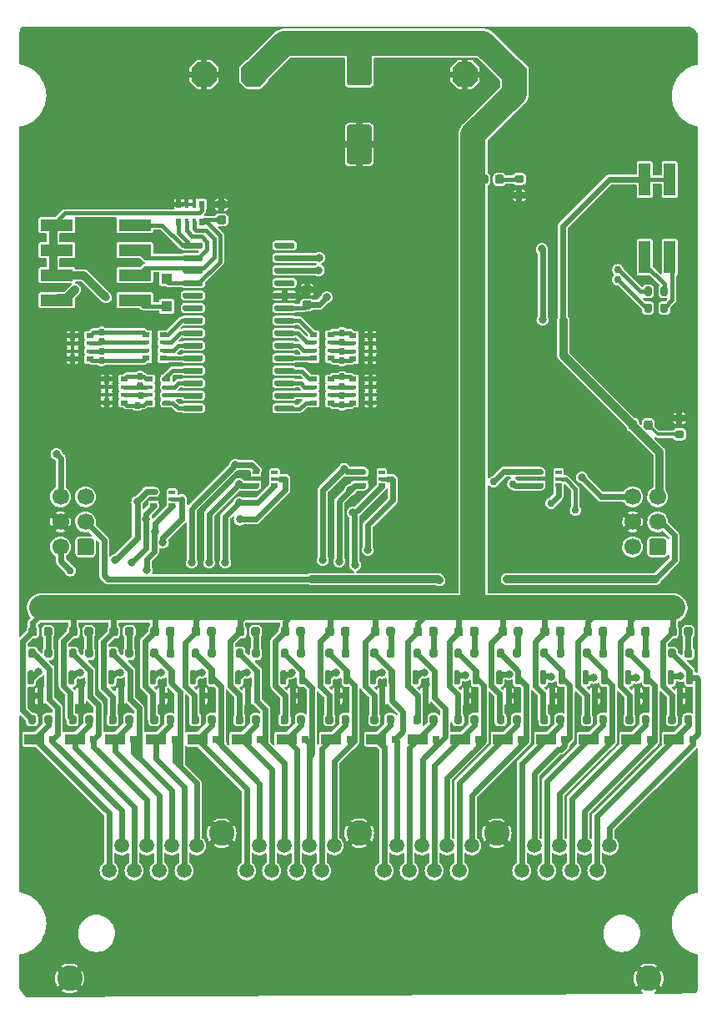
<source format=gtl>
G04 #@! TF.GenerationSoftware,KiCad,Pcbnew,6.0.11+dfsg-1*
G04 #@! TF.CreationDate,2023-11-01T17:04:38+00:00*
G04 #@! TF.ProjectId,Modular-I2C-4PxRJ45-Relay-Driver,4d6f6475-6c61-4722-9d49-32432d345078,rev?*
G04 #@! TF.SameCoordinates,Original*
G04 #@! TF.FileFunction,Copper,L1,Top*
G04 #@! TF.FilePolarity,Positive*
%FSLAX46Y46*%
G04 Gerber Fmt 4.6, Leading zero omitted, Abs format (unit mm)*
G04 Created by KiCad (PCBNEW 6.0.11+dfsg-1) date 2023-11-01 17:04:38*
%MOMM*%
%LPD*%
G01*
G04 APERTURE LIST*
G04 #@! TA.AperFunction,ComponentPad*
%ADD10C,1.700000*%
G04 #@! TD*
G04 #@! TA.AperFunction,SMDPad,CuDef*
%ADD11R,2.000000X1.100000*%
G04 #@! TD*
G04 #@! TA.AperFunction,SMDPad,CuDef*
%ADD12R,0.800000X0.800000*%
G04 #@! TD*
G04 #@! TA.AperFunction,SMDPad,CuDef*
%ADD13R,0.650000X0.400000*%
G04 #@! TD*
G04 #@! TA.AperFunction,SMDPad,CuDef*
%ADD14R,0.800000X0.500000*%
G04 #@! TD*
G04 #@! TA.AperFunction,SMDPad,CuDef*
%ADD15R,0.800000X0.400000*%
G04 #@! TD*
G04 #@! TA.AperFunction,SMDPad,CuDef*
%ADD16R,0.500000X0.800000*%
G04 #@! TD*
G04 #@! TA.AperFunction,SMDPad,CuDef*
%ADD17R,0.400000X0.800000*%
G04 #@! TD*
G04 #@! TA.AperFunction,SMDPad,CuDef*
%ADD18R,1.200000X3.300000*%
G04 #@! TD*
G04 #@! TA.AperFunction,SMDPad,CuDef*
%ADD19R,3.300000X1.200000*%
G04 #@! TD*
G04 #@! TA.AperFunction,SMDPad,CuDef*
%ADD20R,1.100000X1.100000*%
G04 #@! TD*
G04 #@! TA.AperFunction,ComponentPad*
%ADD21C,1.500000*%
G04 #@! TD*
G04 #@! TA.AperFunction,ComponentPad*
%ADD22C,2.600000*%
G04 #@! TD*
G04 #@! TA.AperFunction,ViaPad*
%ADD23C,0.800000*%
G04 #@! TD*
G04 #@! TA.AperFunction,ViaPad*
%ADD24C,0.756400*%
G04 #@! TD*
G04 #@! TA.AperFunction,Conductor*
%ADD25C,0.406400*%
G04 #@! TD*
G04 #@! TA.AperFunction,Conductor*
%ADD26C,0.609600*%
G04 #@! TD*
G04 #@! TA.AperFunction,Conductor*
%ADD27C,0.812800*%
G04 #@! TD*
G04 #@! TA.AperFunction,Conductor*
%ADD28C,0.304800*%
G04 #@! TD*
G04 #@! TA.AperFunction,Conductor*
%ADD29C,2.540000*%
G04 #@! TD*
G04 APERTURE END LIST*
G04 #@! TA.AperFunction,ComponentPad*
G36*
G01*
X180768995Y-73231501D02*
X180768995Y-74431501D01*
G75*
G02*
X180518995Y-74681501I-250000J0D01*
G01*
X179318995Y-74681501D01*
G75*
G02*
X179068995Y-74431501I0J250000D01*
G01*
X179068995Y-73231501D01*
G75*
G02*
X179318995Y-72981501I250000J0D01*
G01*
X180518995Y-72981501D01*
G75*
G02*
X180768995Y-73231501I0J-250000D01*
G01*
G37*
G04 #@! TD.AperFunction*
D10*
X177378995Y-73831501D03*
X179918995Y-71291501D03*
X177378995Y-71291501D03*
X179918995Y-68751501D03*
X177378995Y-68751501D03*
G04 #@! TA.AperFunction,SMDPad,CuDef*
G36*
G01*
X139528000Y-82162250D02*
X139528000Y-82674750D01*
G75*
G02*
X139309250Y-82893500I-218750J0D01*
G01*
X138871750Y-82893500D01*
G75*
G02*
X138653000Y-82674750I0J218750D01*
G01*
X138653000Y-82162250D01*
G75*
G02*
X138871750Y-81943500I218750J0D01*
G01*
X139309250Y-81943500D01*
G75*
G02*
X139528000Y-82162250I0J-218750D01*
G01*
G37*
G04 #@! TD.AperFunction*
G04 #@! TA.AperFunction,SMDPad,CuDef*
G36*
G01*
X137953000Y-82162250D02*
X137953000Y-82674750D01*
G75*
G02*
X137734250Y-82893500I-218750J0D01*
G01*
X137296750Y-82893500D01*
G75*
G02*
X137078000Y-82674750I0J218750D01*
G01*
X137078000Y-82162250D01*
G75*
G02*
X137296750Y-81943500I218750J0D01*
G01*
X137734250Y-81943500D01*
G75*
G02*
X137953000Y-82162250I0J-218750D01*
G01*
G37*
G04 #@! TD.AperFunction*
G04 #@! TA.AperFunction,SMDPad,CuDef*
G36*
G01*
X150747000Y-91642900D02*
X150747000Y-91092900D01*
G75*
G02*
X150947000Y-90892900I200000J0D01*
G01*
X151347000Y-90892900D01*
G75*
G02*
X151547000Y-91092900I0J-200000D01*
G01*
X151547000Y-91642900D01*
G75*
G02*
X151347000Y-91842900I-200000J0D01*
G01*
X150947000Y-91842900D01*
G75*
G02*
X150747000Y-91642900I0J200000D01*
G01*
G37*
G04 #@! TD.AperFunction*
G04 #@! TA.AperFunction,SMDPad,CuDef*
G36*
G01*
X152397000Y-91642900D02*
X152397000Y-91092900D01*
G75*
G02*
X152597000Y-90892900I200000J0D01*
G01*
X152997000Y-90892900D01*
G75*
G02*
X153197000Y-91092900I0J-200000D01*
G01*
X153197000Y-91642900D01*
G75*
G02*
X152997000Y-91842900I-200000J0D01*
G01*
X152597000Y-91842900D01*
G75*
G02*
X152397000Y-91642900I0J200000D01*
G01*
G37*
G04 #@! TD.AperFunction*
D11*
X142236150Y-93340500D03*
D12*
X144136150Y-93340500D03*
D11*
X159861000Y-93340500D03*
D12*
X161761000Y-93340500D03*
G04 #@! TA.AperFunction,SMDPad,CuDef*
G36*
G01*
X183458800Y-82162250D02*
X183458800Y-82674750D01*
G75*
G02*
X183240050Y-82893500I-218750J0D01*
G01*
X182802550Y-82893500D01*
G75*
G02*
X182583800Y-82674750I0J218750D01*
G01*
X182583800Y-82162250D01*
G75*
G02*
X182802550Y-81943500I218750J0D01*
G01*
X183240050Y-81943500D01*
G75*
G02*
X183458800Y-82162250I0J-218750D01*
G01*
G37*
G04 #@! TD.AperFunction*
G04 #@! TA.AperFunction,SMDPad,CuDef*
G36*
G01*
X181883800Y-82162250D02*
X181883800Y-82674750D01*
G75*
G02*
X181665050Y-82893500I-218750J0D01*
G01*
X181227550Y-82893500D01*
G75*
G02*
X181008800Y-82674750I0J218750D01*
G01*
X181008800Y-82162250D01*
G75*
G02*
X181227550Y-81943500I218750J0D01*
G01*
X181665050Y-81943500D01*
G75*
G02*
X181883800Y-82162250I0J-218750D01*
G01*
G37*
G04 #@! TD.AperFunction*
D13*
X128717000Y-68306500D03*
X128717000Y-68956500D03*
X128717000Y-69606500D03*
X130617000Y-69606500D03*
X130617000Y-68956500D03*
X130617000Y-68306500D03*
D11*
X168593300Y-93340500D03*
D12*
X170493300Y-93340500D03*
G04 #@! TA.AperFunction,SMDPad,CuDef*
G36*
G01*
X157573300Y-82162250D02*
X157573300Y-82674750D01*
G75*
G02*
X157354550Y-82893500I-218750J0D01*
G01*
X156917050Y-82893500D01*
G75*
G02*
X156698300Y-82674750I0J218750D01*
G01*
X156698300Y-82162250D01*
G75*
G02*
X156917050Y-81943500I218750J0D01*
G01*
X157354550Y-81943500D01*
G75*
G02*
X157573300Y-82162250I0J-218750D01*
G01*
G37*
G04 #@! TD.AperFunction*
G04 #@! TA.AperFunction,SMDPad,CuDef*
G36*
G01*
X155998300Y-82162250D02*
X155998300Y-82674750D01*
G75*
G02*
X155779550Y-82893500I-218750J0D01*
G01*
X155342050Y-82893500D01*
G75*
G02*
X155123300Y-82674750I0J218750D01*
G01*
X155123300Y-82162250D01*
G75*
G02*
X155342050Y-81943500I218750J0D01*
G01*
X155779550Y-81943500D01*
G75*
G02*
X155998300Y-82162250I0J-218750D01*
G01*
G37*
G04 #@! TD.AperFunction*
G04 #@! TA.AperFunction,SMDPad,CuDef*
G36*
G01*
X164293000Y-36277250D02*
X164293000Y-36789750D01*
G75*
G02*
X164074250Y-37008500I-218750J0D01*
G01*
X163636750Y-37008500D01*
G75*
G02*
X163418000Y-36789750I0J218750D01*
G01*
X163418000Y-36277250D01*
G75*
G02*
X163636750Y-36058500I218750J0D01*
G01*
X164074250Y-36058500D01*
G75*
G02*
X164293000Y-36277250I0J-218750D01*
G01*
G37*
G04 #@! TD.AperFunction*
G04 #@! TA.AperFunction,SMDPad,CuDef*
G36*
G01*
X162718000Y-36277250D02*
X162718000Y-36789750D01*
G75*
G02*
X162499250Y-37008500I-218750J0D01*
G01*
X162061750Y-37008500D01*
G75*
G02*
X161843000Y-36789750I0J218750D01*
G01*
X161843000Y-36277250D01*
G75*
G02*
X162061750Y-36058500I218750J0D01*
G01*
X162499250Y-36058500D01*
G75*
G02*
X162718000Y-36277250I0J-218750D01*
G01*
G37*
G04 #@! TD.AperFunction*
G04 #@! TA.AperFunction,SMDPad,CuDef*
G36*
G01*
X146167500Y-84896200D02*
X146167500Y-84346200D01*
G75*
G02*
X146367500Y-84146200I200000J0D01*
G01*
X146767500Y-84146200D01*
G75*
G02*
X146967500Y-84346200I0J-200000D01*
G01*
X146967500Y-84896200D01*
G75*
G02*
X146767500Y-85096200I-200000J0D01*
G01*
X146367500Y-85096200D01*
G75*
G02*
X146167500Y-84896200I0J200000D01*
G01*
G37*
G04 #@! TD.AperFunction*
G04 #@! TA.AperFunction,SMDPad,CuDef*
G36*
G01*
X147817500Y-84896200D02*
X147817500Y-84346200D01*
G75*
G02*
X148017500Y-84146200I200000J0D01*
G01*
X148417500Y-84146200D01*
G75*
G02*
X148617500Y-84346200I0J-200000D01*
G01*
X148617500Y-84896200D01*
G75*
G02*
X148417500Y-85096200I-200000J0D01*
G01*
X148017500Y-85096200D01*
G75*
G02*
X147817500Y-84896200I0J200000D01*
G01*
G37*
G04 #@! TD.AperFunction*
G04 #@! TA.AperFunction,SMDPad,CuDef*
G36*
G01*
X130412500Y-86331500D02*
X130712500Y-86331500D01*
G75*
G02*
X130862500Y-86481500I0J-150000D01*
G01*
X130862500Y-87656500D01*
G75*
G02*
X130712500Y-87806500I-150000J0D01*
G01*
X130412500Y-87806500D01*
G75*
G02*
X130262500Y-87656500I0J150000D01*
G01*
X130262500Y-86481500D01*
G75*
G02*
X130412500Y-86331500I150000J0D01*
G01*
G37*
G04 #@! TD.AperFunction*
G04 #@! TA.AperFunction,SMDPad,CuDef*
G36*
G01*
X128512500Y-86331500D02*
X128812500Y-86331500D01*
G75*
G02*
X128962500Y-86481500I0J-150000D01*
G01*
X128962500Y-87656500D01*
G75*
G02*
X128812500Y-87806500I-150000J0D01*
G01*
X128512500Y-87806500D01*
G75*
G02*
X128362500Y-87656500I0J150000D01*
G01*
X128362500Y-86481500D01*
G75*
G02*
X128512500Y-86331500I150000J0D01*
G01*
G37*
G04 #@! TD.AperFunction*
G04 #@! TA.AperFunction,SMDPad,CuDef*
G36*
G01*
X129462500Y-88206500D02*
X129762500Y-88206500D01*
G75*
G02*
X129912500Y-88356500I0J-150000D01*
G01*
X129912500Y-89531500D01*
G75*
G02*
X129762500Y-89681500I-150000J0D01*
G01*
X129462500Y-89681500D01*
G75*
G02*
X129312500Y-89531500I0J150000D01*
G01*
X129312500Y-88356500D01*
G75*
G02*
X129462500Y-88206500I150000J0D01*
G01*
G37*
G04 #@! TD.AperFunction*
D13*
X167960000Y-66274500D03*
X167960000Y-66924500D03*
X167960000Y-67574500D03*
X169860000Y-67574500D03*
X169860000Y-66924500D03*
X169860000Y-66274500D03*
G04 #@! TA.AperFunction,SMDPad,CuDef*
G36*
G01*
X128387500Y-91642900D02*
X128387500Y-91092900D01*
G75*
G02*
X128587500Y-90892900I200000J0D01*
G01*
X128987500Y-90892900D01*
G75*
G02*
X129187500Y-91092900I0J-200000D01*
G01*
X129187500Y-91642900D01*
G75*
G02*
X128987500Y-91842900I-200000J0D01*
G01*
X128587500Y-91842900D01*
G75*
G02*
X128387500Y-91642900I0J200000D01*
G01*
G37*
G04 #@! TD.AperFunction*
G04 #@! TA.AperFunction,SMDPad,CuDef*
G36*
G01*
X130037500Y-91642900D02*
X130037500Y-91092900D01*
G75*
G02*
X130237500Y-90892900I200000J0D01*
G01*
X130637500Y-90892900D01*
G75*
G02*
X130837500Y-91092900I0J-200000D01*
G01*
X130837500Y-91642900D01*
G75*
G02*
X130637500Y-91842900I-200000J0D01*
G01*
X130237500Y-91842900D01*
G75*
G02*
X130037500Y-91642900I0J200000D01*
G01*
G37*
G04 #@! TD.AperFunction*
G04 #@! TA.AperFunction,SMDPad,CuDef*
G36*
G01*
X135048500Y-82162250D02*
X135048500Y-82674750D01*
G75*
G02*
X134829750Y-82893500I-218750J0D01*
G01*
X134392250Y-82893500D01*
G75*
G02*
X134173500Y-82674750I0J218750D01*
G01*
X134173500Y-82162250D01*
G75*
G02*
X134392250Y-81943500I218750J0D01*
G01*
X134829750Y-81943500D01*
G75*
G02*
X135048500Y-82162250I0J-218750D01*
G01*
G37*
G04 #@! TD.AperFunction*
G04 #@! TA.AperFunction,SMDPad,CuDef*
G36*
G01*
X133473500Y-82162250D02*
X133473500Y-82674750D01*
G75*
G02*
X133254750Y-82893500I-218750J0D01*
G01*
X132817250Y-82893500D01*
G75*
G02*
X132598500Y-82674750I0J218750D01*
G01*
X132598500Y-82162250D01*
G75*
G02*
X132817250Y-81943500I218750J0D01*
G01*
X133254750Y-81943500D01*
G75*
G02*
X133473500Y-82162250I0J-218750D01*
G01*
G37*
G04 #@! TD.AperFunction*
G04 #@! TA.AperFunction,SMDPad,CuDef*
G36*
G01*
X159263500Y-91642900D02*
X159263500Y-91092900D01*
G75*
G02*
X159463500Y-90892900I200000J0D01*
G01*
X159863500Y-90892900D01*
G75*
G02*
X160063500Y-91092900I0J-200000D01*
G01*
X160063500Y-91642900D01*
G75*
G02*
X159863500Y-91842900I-200000J0D01*
G01*
X159463500Y-91842900D01*
G75*
G02*
X159263500Y-91642900I0J200000D01*
G01*
G37*
G04 #@! TD.AperFunction*
G04 #@! TA.AperFunction,SMDPad,CuDef*
G36*
G01*
X160913500Y-91642900D02*
X160913500Y-91092900D01*
G75*
G02*
X161113500Y-90892900I200000J0D01*
G01*
X161513500Y-90892900D01*
G75*
G02*
X161713500Y-91092900I0J-200000D01*
G01*
X161713500Y-91642900D01*
G75*
G02*
X161513500Y-91842900I-200000J0D01*
G01*
X161113500Y-91842900D01*
G75*
G02*
X160913500Y-91642900I0J200000D01*
G01*
G37*
G04 #@! TD.AperFunction*
G04 #@! TA.AperFunction,SMDPad,CuDef*
G36*
G01*
X148637500Y-82162250D02*
X148637500Y-82674750D01*
G75*
G02*
X148418750Y-82893500I-218750J0D01*
G01*
X147981250Y-82893500D01*
G75*
G02*
X147762500Y-82674750I0J218750D01*
G01*
X147762500Y-82162250D01*
G75*
G02*
X147981250Y-81943500I218750J0D01*
G01*
X148418750Y-81943500D01*
G75*
G02*
X148637500Y-82162250I0J-218750D01*
G01*
G37*
G04 #@! TD.AperFunction*
G04 #@! TA.AperFunction,SMDPad,CuDef*
G36*
G01*
X147062500Y-82162250D02*
X147062500Y-82674750D01*
G75*
G02*
X146843750Y-82893500I-218750J0D01*
G01*
X146406250Y-82893500D01*
G75*
G02*
X146187500Y-82674750I0J218750D01*
G01*
X146187500Y-82162250D01*
G75*
G02*
X146406250Y-81943500I218750J0D01*
G01*
X146843750Y-81943500D01*
G75*
G02*
X147062500Y-82162250I0J-218750D01*
G01*
G37*
G04 #@! TD.AperFunction*
G04 #@! TA.AperFunction,SMDPad,CuDef*
G36*
G01*
X159271000Y-84896200D02*
X159271000Y-84346200D01*
G75*
G02*
X159471000Y-84146200I200000J0D01*
G01*
X159871000Y-84146200D01*
G75*
G02*
X160071000Y-84346200I0J-200000D01*
G01*
X160071000Y-84896200D01*
G75*
G02*
X159871000Y-85096200I-200000J0D01*
G01*
X159471000Y-85096200D01*
G75*
G02*
X159271000Y-84896200I0J200000D01*
G01*
G37*
G04 #@! TD.AperFunction*
G04 #@! TA.AperFunction,SMDPad,CuDef*
G36*
G01*
X160921000Y-84896200D02*
X160921000Y-84346200D01*
G75*
G02*
X161121000Y-84146200I200000J0D01*
G01*
X161521000Y-84146200D01*
G75*
G02*
X161721000Y-84346200I0J-200000D01*
G01*
X161721000Y-84896200D01*
G75*
G02*
X161521000Y-85096200I-200000J0D01*
G01*
X161121000Y-85096200D01*
G75*
G02*
X160921000Y-84896200I0J200000D01*
G01*
G37*
G04 #@! TD.AperFunction*
G04 #@! TA.AperFunction,SMDPad,CuDef*
G36*
G01*
X126221500Y-86317262D02*
X126521500Y-86317262D01*
G75*
G02*
X126671500Y-86467262I0J-150000D01*
G01*
X126671500Y-87642262D01*
G75*
G02*
X126521500Y-87792262I-150000J0D01*
G01*
X126221500Y-87792262D01*
G75*
G02*
X126071500Y-87642262I0J150000D01*
G01*
X126071500Y-86467262D01*
G75*
G02*
X126221500Y-86317262I150000J0D01*
G01*
G37*
G04 #@! TD.AperFunction*
G04 #@! TA.AperFunction,SMDPad,CuDef*
G36*
G01*
X124321500Y-86317262D02*
X124621500Y-86317262D01*
G75*
G02*
X124771500Y-86467262I0J-150000D01*
G01*
X124771500Y-87642262D01*
G75*
G02*
X124621500Y-87792262I-150000J0D01*
G01*
X124321500Y-87792262D01*
G75*
G02*
X124171500Y-87642262I0J150000D01*
G01*
X124171500Y-86467262D01*
G75*
G02*
X124321500Y-86317262I150000J0D01*
G01*
G37*
G04 #@! TD.AperFunction*
G04 #@! TA.AperFunction,SMDPad,CuDef*
G36*
G01*
X125271500Y-88192262D02*
X125571500Y-88192262D01*
G75*
G02*
X125721500Y-88342262I0J-150000D01*
G01*
X125721500Y-89517262D01*
G75*
G02*
X125571500Y-89667262I-150000J0D01*
G01*
X125271500Y-89667262D01*
G75*
G02*
X125121500Y-89517262I0J150000D01*
G01*
X125121500Y-88342262D01*
G75*
G02*
X125271500Y-88192262I150000J0D01*
G01*
G37*
G04 #@! TD.AperFunction*
G04 #@! TA.AperFunction,SMDPad,CuDef*
G36*
G01*
X170020800Y-86331500D02*
X170320800Y-86331500D01*
G75*
G02*
X170470800Y-86481500I0J-150000D01*
G01*
X170470800Y-87656500D01*
G75*
G02*
X170320800Y-87806500I-150000J0D01*
G01*
X170020800Y-87806500D01*
G75*
G02*
X169870800Y-87656500I0J150000D01*
G01*
X169870800Y-86481500D01*
G75*
G02*
X170020800Y-86331500I150000J0D01*
G01*
G37*
G04 #@! TD.AperFunction*
G04 #@! TA.AperFunction,SMDPad,CuDef*
G36*
G01*
X168120800Y-86331500D02*
X168420800Y-86331500D01*
G75*
G02*
X168570800Y-86481500I0J-150000D01*
G01*
X168570800Y-87656500D01*
G75*
G02*
X168420800Y-87806500I-150000J0D01*
G01*
X168120800Y-87806500D01*
G75*
G02*
X167970800Y-87656500I0J150000D01*
G01*
X167970800Y-86481500D01*
G75*
G02*
X168120800Y-86331500I150000J0D01*
G01*
G37*
G04 #@! TD.AperFunction*
G04 #@! TA.AperFunction,SMDPad,CuDef*
G36*
G01*
X169070800Y-88206500D02*
X169370800Y-88206500D01*
G75*
G02*
X169520800Y-88356500I0J-150000D01*
G01*
X169520800Y-89531500D01*
G75*
G02*
X169370800Y-89681500I-150000J0D01*
G01*
X169070800Y-89681500D01*
G75*
G02*
X168920800Y-89531500I0J150000D01*
G01*
X168920800Y-88356500D01*
G75*
G02*
X169070800Y-88206500I150000J0D01*
G01*
G37*
G04 #@! TD.AperFunction*
G04 #@! TA.AperFunction,SMDPad,CuDef*
G36*
G01*
X170473300Y-82162250D02*
X170473300Y-82674750D01*
G75*
G02*
X170254550Y-82893500I-218750J0D01*
G01*
X169817050Y-82893500D01*
G75*
G02*
X169598300Y-82674750I0J218750D01*
G01*
X169598300Y-82162250D01*
G75*
G02*
X169817050Y-81943500I218750J0D01*
G01*
X170254550Y-81943500D01*
G75*
G02*
X170473300Y-82162250I0J-218750D01*
G01*
G37*
G04 #@! TD.AperFunction*
G04 #@! TA.AperFunction,SMDPad,CuDef*
G36*
G01*
X168898300Y-82162250D02*
X168898300Y-82674750D01*
G75*
G02*
X168679550Y-82893500I-218750J0D01*
G01*
X168242050Y-82893500D01*
G75*
G02*
X168023300Y-82674750I0J218750D01*
G01*
X168023300Y-82162250D01*
G75*
G02*
X168242050Y-81943500I218750J0D01*
G01*
X168679550Y-81943500D01*
G75*
G02*
X168898300Y-82162250I0J-218750D01*
G01*
G37*
G04 #@! TD.AperFunction*
G04 #@! TA.AperFunction,SMDPad,CuDef*
G36*
G01*
X179132500Y-82162250D02*
X179132500Y-82674750D01*
G75*
G02*
X178913750Y-82893500I-218750J0D01*
G01*
X178476250Y-82893500D01*
G75*
G02*
X178257500Y-82674750I0J218750D01*
G01*
X178257500Y-82162250D01*
G75*
G02*
X178476250Y-81943500I218750J0D01*
G01*
X178913750Y-81943500D01*
G75*
G02*
X179132500Y-82162250I0J-218750D01*
G01*
G37*
G04 #@! TD.AperFunction*
G04 #@! TA.AperFunction,SMDPad,CuDef*
G36*
G01*
X177557500Y-82162250D02*
X177557500Y-82674750D01*
G75*
G02*
X177338750Y-82893500I-218750J0D01*
G01*
X176901250Y-82893500D01*
G75*
G02*
X176682500Y-82674750I0J218750D01*
G01*
X176682500Y-82162250D01*
G75*
G02*
X176901250Y-81943500I218750J0D01*
G01*
X177338750Y-81943500D01*
G75*
G02*
X177557500Y-82162250I0J-218750D01*
G01*
G37*
G04 #@! TD.AperFunction*
G04 #@! TA.AperFunction,ComponentPad*
G36*
X166639000Y-26538500D02*
G01*
X166004000Y-27173500D01*
X164734000Y-27173500D01*
X164099000Y-26538500D01*
X164099000Y-25268500D01*
X164734000Y-24633500D01*
X166004000Y-24633500D01*
X166639000Y-25268500D01*
X166639000Y-26538500D01*
G37*
G04 #@! TD.AperFunction*
G04 #@! TA.AperFunction,ComponentPad*
G36*
X161639000Y-26538500D02*
G01*
X161004000Y-27173500D01*
X159734000Y-27173500D01*
X159099000Y-26538500D01*
X159099000Y-25268500D01*
X159734000Y-24633500D01*
X161004000Y-24633500D01*
X161639000Y-25268500D01*
X161639000Y-26538500D01*
G37*
G04 #@! TD.AperFunction*
G04 #@! TA.AperFunction,ComponentPad*
G36*
G01*
X122669010Y-73231501D02*
X122669010Y-74431501D01*
G75*
G02*
X122419010Y-74681501I-250000J0D01*
G01*
X121219010Y-74681501D01*
G75*
G02*
X120969010Y-74431501I0J250000D01*
G01*
X120969010Y-73231501D01*
G75*
G02*
X121219010Y-72981501I250000J0D01*
G01*
X122419010Y-72981501D01*
G75*
G02*
X122669010Y-73231501I0J-250000D01*
G01*
G37*
G04 #@! TD.AperFunction*
D10*
X119279010Y-73831501D03*
X121819010Y-71291501D03*
X119279010Y-71291501D03*
X121819010Y-68751501D03*
X119279010Y-68751501D03*
D14*
X123969000Y-56803500D03*
D15*
X123969000Y-57603500D03*
X123969000Y-58403500D03*
D14*
X123969000Y-59203500D03*
X125769000Y-59203500D03*
D15*
X125769000Y-58403500D03*
X125769000Y-57603500D03*
D14*
X125769000Y-56803500D03*
G04 #@! TA.AperFunction,SMDPad,CuDef*
G36*
G01*
X165587000Y-36108500D02*
X166137000Y-36108500D01*
G75*
G02*
X166337000Y-36308500I0J-200000D01*
G01*
X166337000Y-36708500D01*
G75*
G02*
X166137000Y-36908500I-200000J0D01*
G01*
X165587000Y-36908500D01*
G75*
G02*
X165387000Y-36708500I0J200000D01*
G01*
X165387000Y-36308500D01*
G75*
G02*
X165587000Y-36108500I200000J0D01*
G01*
G37*
G04 #@! TD.AperFunction*
G04 #@! TA.AperFunction,SMDPad,CuDef*
G36*
G01*
X165587000Y-37758500D02*
X166137000Y-37758500D01*
G75*
G02*
X166337000Y-37958500I0J-200000D01*
G01*
X166337000Y-38358500D01*
G75*
G02*
X166137000Y-38558500I-200000J0D01*
G01*
X165587000Y-38558500D01*
G75*
G02*
X165387000Y-38358500I0J200000D01*
G01*
X165387000Y-37958500D01*
G75*
G02*
X165587000Y-37758500I200000J0D01*
G01*
G37*
G04 #@! TD.AperFunction*
G04 #@! TA.AperFunction,SMDPad,CuDef*
G36*
G01*
X135886000Y-41098500D02*
X135386000Y-41098500D01*
G75*
G02*
X135161000Y-40873500I0J225000D01*
G01*
X135161000Y-40423500D01*
G75*
G02*
X135386000Y-40198500I225000J0D01*
G01*
X135886000Y-40198500D01*
G75*
G02*
X136111000Y-40423500I0J-225000D01*
G01*
X136111000Y-40873500D01*
G75*
G02*
X135886000Y-41098500I-225000J0D01*
G01*
G37*
G04 #@! TD.AperFunction*
G04 #@! TA.AperFunction,SMDPad,CuDef*
G36*
G01*
X135886000Y-39548500D02*
X135386000Y-39548500D01*
G75*
G02*
X135161000Y-39323500I0J225000D01*
G01*
X135161000Y-38873500D01*
G75*
G02*
X135386000Y-38648500I225000J0D01*
G01*
X135886000Y-38648500D01*
G75*
G02*
X136111000Y-38873500I0J-225000D01*
G01*
X136111000Y-39323500D01*
G75*
G02*
X135886000Y-39548500I-225000J0D01*
G01*
G37*
G04 #@! TD.AperFunction*
D16*
X133661000Y-39100500D03*
D17*
X132861000Y-39100500D03*
X132061000Y-39100500D03*
D16*
X131261000Y-39100500D03*
X131261000Y-40900500D03*
D17*
X132061000Y-40900500D03*
X132861000Y-40900500D03*
D16*
X133661000Y-40900500D03*
D11*
X172934500Y-93340500D03*
D12*
X174834500Y-93340500D03*
G04 #@! TA.AperFunction,SMDPad,CuDef*
G36*
G01*
X180994000Y-47628500D02*
X180994000Y-48178500D01*
G75*
G02*
X180794000Y-48378500I-200000J0D01*
G01*
X180394000Y-48378500D01*
G75*
G02*
X180194000Y-48178500I0J200000D01*
G01*
X180194000Y-47628500D01*
G75*
G02*
X180394000Y-47428500I200000J0D01*
G01*
X180794000Y-47428500D01*
G75*
G02*
X180994000Y-47628500I0J-200000D01*
G01*
G37*
G04 #@! TD.AperFunction*
G04 #@! TA.AperFunction,SMDPad,CuDef*
G36*
G01*
X179344000Y-47628500D02*
X179344000Y-48178500D01*
G75*
G02*
X179144000Y-48378500I-200000J0D01*
G01*
X178744000Y-48378500D01*
G75*
G02*
X178544000Y-48178500I0J200000D01*
G01*
X178544000Y-47628500D01*
G75*
G02*
X178744000Y-47428500I200000J0D01*
G01*
X179144000Y-47428500D01*
G75*
G02*
X179344000Y-47628500I0J-200000D01*
G01*
G37*
G04 #@! TD.AperFunction*
G04 #@! TA.AperFunction,SMDPad,CuDef*
G36*
G01*
X155103300Y-84896200D02*
X155103300Y-84346200D01*
G75*
G02*
X155303300Y-84146200I200000J0D01*
G01*
X155703300Y-84146200D01*
G75*
G02*
X155903300Y-84346200I0J-200000D01*
G01*
X155903300Y-84896200D01*
G75*
G02*
X155703300Y-85096200I-200000J0D01*
G01*
X155303300Y-85096200D01*
G75*
G02*
X155103300Y-84896200I0J200000D01*
G01*
G37*
G04 #@! TD.AperFunction*
G04 #@! TA.AperFunction,SMDPad,CuDef*
G36*
G01*
X156753300Y-84896200D02*
X156753300Y-84346200D01*
G75*
G02*
X156953300Y-84146200I200000J0D01*
G01*
X157353300Y-84146200D01*
G75*
G02*
X157553300Y-84346200I0J-200000D01*
G01*
X157553300Y-84896200D01*
G75*
G02*
X157353300Y-85096200I-200000J0D01*
G01*
X156953300Y-85096200D01*
G75*
G02*
X156753300Y-84896200I0J200000D01*
G01*
G37*
G04 #@! TD.AperFunction*
G04 #@! TA.AperFunction,SMDPad,CuDef*
G36*
G01*
X144100000Y-82162250D02*
X144100000Y-82674750D01*
G75*
G02*
X143881250Y-82893500I-218750J0D01*
G01*
X143443750Y-82893500D01*
G75*
G02*
X143225000Y-82674750I0J218750D01*
G01*
X143225000Y-82162250D01*
G75*
G02*
X143443750Y-81943500I218750J0D01*
G01*
X143881250Y-81943500D01*
G75*
G02*
X144100000Y-82162250I0J-218750D01*
G01*
G37*
G04 #@! TD.AperFunction*
G04 #@! TA.AperFunction,SMDPad,CuDef*
G36*
G01*
X142525000Y-82162250D02*
X142525000Y-82674750D01*
G75*
G02*
X142306250Y-82893500I-218750J0D01*
G01*
X141868750Y-82893500D01*
G75*
G02*
X141650000Y-82674750I0J218750D01*
G01*
X141650000Y-82162250D01*
G75*
G02*
X141868750Y-81943500I218750J0D01*
G01*
X142306250Y-81943500D01*
G75*
G02*
X142525000Y-82162250I0J-218750D01*
G01*
G37*
G04 #@! TD.AperFunction*
D14*
X120512000Y-52389500D03*
D15*
X120512000Y-53189500D03*
X120512000Y-53989500D03*
D14*
X120512000Y-54789500D03*
X122312000Y-54789500D03*
D15*
X122312000Y-53989500D03*
X122312000Y-53189500D03*
D14*
X122312000Y-52389500D03*
D11*
X124794000Y-93340500D03*
D12*
X126694000Y-93340500D03*
G04 #@! TA.AperFunction,SMDPad,CuDef*
G36*
G01*
X155095800Y-91642900D02*
X155095800Y-91092900D01*
G75*
G02*
X155295800Y-90892900I200000J0D01*
G01*
X155695800Y-90892900D01*
G75*
G02*
X155895800Y-91092900I0J-200000D01*
G01*
X155895800Y-91642900D01*
G75*
G02*
X155695800Y-91842900I-200000J0D01*
G01*
X155295800Y-91842900D01*
G75*
G02*
X155095800Y-91642900I0J200000D01*
G01*
G37*
G04 #@! TD.AperFunction*
G04 #@! TA.AperFunction,SMDPad,CuDef*
G36*
G01*
X156745800Y-91642900D02*
X156745800Y-91092900D01*
G75*
G02*
X156945800Y-90892900I200000J0D01*
G01*
X157345800Y-90892900D01*
G75*
G02*
X157545800Y-91092900I0J-200000D01*
G01*
X157545800Y-91642900D01*
G75*
G02*
X157345800Y-91842900I-200000J0D01*
G01*
X156945800Y-91842900D01*
G75*
G02*
X156745800Y-91642900I0J200000D01*
G01*
G37*
G04 #@! TD.AperFunction*
G04 #@! TA.AperFunction,SMDPad,CuDef*
G36*
G01*
X124196500Y-84896200D02*
X124196500Y-84346200D01*
G75*
G02*
X124396500Y-84146200I200000J0D01*
G01*
X124796500Y-84146200D01*
G75*
G02*
X124996500Y-84346200I0J-200000D01*
G01*
X124996500Y-84896200D01*
G75*
G02*
X124796500Y-85096200I-200000J0D01*
G01*
X124396500Y-85096200D01*
G75*
G02*
X124196500Y-84896200I0J200000D01*
G01*
G37*
G04 #@! TD.AperFunction*
G04 #@! TA.AperFunction,SMDPad,CuDef*
G36*
G01*
X125846500Y-84896200D02*
X125846500Y-84346200D01*
G75*
G02*
X126046500Y-84146200I200000J0D01*
G01*
X126446500Y-84146200D01*
G75*
G02*
X126646500Y-84346200I0J-200000D01*
G01*
X126646500Y-84896200D01*
G75*
G02*
X126446500Y-85096200I-200000J0D01*
G01*
X126046500Y-85096200D01*
G75*
G02*
X125846500Y-84896200I0J200000D01*
G01*
G37*
G04 #@! TD.AperFunction*
D13*
X149992000Y-66259500D03*
X149992000Y-66909500D03*
X149992000Y-67559500D03*
X151892000Y-67559500D03*
X151892000Y-66909500D03*
X151892000Y-66259500D03*
G04 #@! TA.AperFunction,SMDPad,CuDef*
G36*
G01*
X137064500Y-91642900D02*
X137064500Y-91092900D01*
G75*
G02*
X137264500Y-90892900I200000J0D01*
G01*
X137664500Y-90892900D01*
G75*
G02*
X137864500Y-91092900I0J-200000D01*
G01*
X137864500Y-91642900D01*
G75*
G02*
X137664500Y-91842900I-200000J0D01*
G01*
X137264500Y-91842900D01*
G75*
G02*
X137064500Y-91642900I0J200000D01*
G01*
G37*
G04 #@! TD.AperFunction*
G04 #@! TA.AperFunction,SMDPad,CuDef*
G36*
G01*
X138714500Y-91642900D02*
X138714500Y-91092900D01*
G75*
G02*
X138914500Y-90892900I200000J0D01*
G01*
X139314500Y-90892900D01*
G75*
G02*
X139514500Y-91092900I0J-200000D01*
G01*
X139514500Y-91642900D01*
G75*
G02*
X139314500Y-91842900I-200000J0D01*
G01*
X138914500Y-91842900D01*
G75*
G02*
X138714500Y-91642900I0J200000D01*
G01*
G37*
G04 #@! TD.AperFunction*
G04 #@! TA.AperFunction,SMDPad,CuDef*
G36*
G01*
X126701000Y-82162250D02*
X126701000Y-82674750D01*
G75*
G02*
X126482250Y-82893500I-218750J0D01*
G01*
X126044750Y-82893500D01*
G75*
G02*
X125826000Y-82674750I0J218750D01*
G01*
X125826000Y-82162250D01*
G75*
G02*
X126044750Y-81943500I218750J0D01*
G01*
X126482250Y-81943500D01*
G75*
G02*
X126701000Y-82162250I0J-218750D01*
G01*
G37*
G04 #@! TD.AperFunction*
G04 #@! TA.AperFunction,SMDPad,CuDef*
G36*
G01*
X125126000Y-82162250D02*
X125126000Y-82674750D01*
G75*
G02*
X124907250Y-82893500I-218750J0D01*
G01*
X124469750Y-82893500D01*
G75*
G02*
X124251000Y-82674750I0J218750D01*
G01*
X124251000Y-82162250D01*
G75*
G02*
X124469750Y-81943500I218750J0D01*
G01*
X124907250Y-81943500D01*
G75*
G02*
X125126000Y-82162250I0J-218750D01*
G01*
G37*
G04 #@! TD.AperFunction*
D14*
X127969000Y-52303500D03*
D15*
X127969000Y-53103500D03*
X127969000Y-53903500D03*
D14*
X127969000Y-54703500D03*
X129769000Y-54703500D03*
D15*
X129769000Y-53903500D03*
X129769000Y-53103500D03*
D14*
X129769000Y-52303500D03*
G04 #@! TA.AperFunction,SMDPad,CuDef*
G36*
G01*
X148192500Y-86331500D02*
X148492500Y-86331500D01*
G75*
G02*
X148642500Y-86481500I0J-150000D01*
G01*
X148642500Y-87656500D01*
G75*
G02*
X148492500Y-87806500I-150000J0D01*
G01*
X148192500Y-87806500D01*
G75*
G02*
X148042500Y-87656500I0J150000D01*
G01*
X148042500Y-86481500D01*
G75*
G02*
X148192500Y-86331500I150000J0D01*
G01*
G37*
G04 #@! TD.AperFunction*
G04 #@! TA.AperFunction,SMDPad,CuDef*
G36*
G01*
X146292500Y-86331500D02*
X146592500Y-86331500D01*
G75*
G02*
X146742500Y-86481500I0J-150000D01*
G01*
X146742500Y-87656500D01*
G75*
G02*
X146592500Y-87806500I-150000J0D01*
G01*
X146292500Y-87806500D01*
G75*
G02*
X146142500Y-87656500I0J150000D01*
G01*
X146142500Y-86481500D01*
G75*
G02*
X146292500Y-86331500I150000J0D01*
G01*
G37*
G04 #@! TD.AperFunction*
G04 #@! TA.AperFunction,SMDPad,CuDef*
G36*
G01*
X147242500Y-88206500D02*
X147542500Y-88206500D01*
G75*
G02*
X147692500Y-88356500I0J-150000D01*
G01*
X147692500Y-89531500D01*
G75*
G02*
X147542500Y-89681500I-150000J0D01*
G01*
X147242500Y-89681500D01*
G75*
G02*
X147092500Y-89531500I0J150000D01*
G01*
X147092500Y-88356500D01*
G75*
G02*
X147242500Y-88206500I150000J0D01*
G01*
G37*
G04 #@! TD.AperFunction*
G04 #@! TA.AperFunction,SMDPad,CuDef*
G36*
G01*
X115996000Y-84896200D02*
X115996000Y-84346200D01*
G75*
G02*
X116196000Y-84146200I200000J0D01*
G01*
X116596000Y-84146200D01*
G75*
G02*
X116796000Y-84346200I0J-200000D01*
G01*
X116796000Y-84896200D01*
G75*
G02*
X116596000Y-85096200I-200000J0D01*
G01*
X116196000Y-85096200D01*
G75*
G02*
X115996000Y-84896200I0J200000D01*
G01*
G37*
G04 #@! TD.AperFunction*
G04 #@! TA.AperFunction,SMDPad,CuDef*
G36*
G01*
X117646000Y-84896200D02*
X117646000Y-84346200D01*
G75*
G02*
X117846000Y-84146200I200000J0D01*
G01*
X118246000Y-84146200D01*
G75*
G02*
X118446000Y-84346200I0J-200000D01*
G01*
X118446000Y-84896200D01*
G75*
G02*
X118246000Y-85096200I-200000J0D01*
G01*
X117846000Y-85096200D01*
G75*
G02*
X117646000Y-84896200I0J200000D01*
G01*
G37*
G04 #@! TD.AperFunction*
G04 #@! TA.AperFunction,SMDPad,CuDef*
G36*
G01*
X124196500Y-91642900D02*
X124196500Y-91092900D01*
G75*
G02*
X124396500Y-90892900I200000J0D01*
G01*
X124796500Y-90892900D01*
G75*
G02*
X124996500Y-91092900I0J-200000D01*
G01*
X124996500Y-91642900D01*
G75*
G02*
X124796500Y-91842900I-200000J0D01*
G01*
X124396500Y-91842900D01*
G75*
G02*
X124196500Y-91642900I0J200000D01*
G01*
G37*
G04 #@! TD.AperFunction*
G04 #@! TA.AperFunction,SMDPad,CuDef*
G36*
G01*
X125846500Y-91642900D02*
X125846500Y-91092900D01*
G75*
G02*
X126046500Y-90892900I200000J0D01*
G01*
X126446500Y-90892900D01*
G75*
G02*
X126646500Y-91092900I0J-200000D01*
G01*
X126646500Y-91642900D01*
G75*
G02*
X126446500Y-91842900I-200000J0D01*
G01*
X126046500Y-91842900D01*
G75*
G02*
X125846500Y-91642900I0J200000D01*
G01*
G37*
G04 #@! TD.AperFunction*
G04 #@! TA.AperFunction,SMDPad,CuDef*
G36*
G01*
X161741000Y-82162250D02*
X161741000Y-82674750D01*
G75*
G02*
X161522250Y-82893500I-218750J0D01*
G01*
X161084750Y-82893500D01*
G75*
G02*
X160866000Y-82674750I0J218750D01*
G01*
X160866000Y-82162250D01*
G75*
G02*
X161084750Y-81943500I218750J0D01*
G01*
X161522250Y-81943500D01*
G75*
G02*
X161741000Y-82162250I0J-218750D01*
G01*
G37*
G04 #@! TD.AperFunction*
G04 #@! TA.AperFunction,SMDPad,CuDef*
G36*
G01*
X160166000Y-82162250D02*
X160166000Y-82674750D01*
G75*
G02*
X159947250Y-82893500I-218750J0D01*
G01*
X159509750Y-82893500D01*
G75*
G02*
X159291000Y-82674750I0J218750D01*
G01*
X159291000Y-82162250D01*
G75*
G02*
X159509750Y-81943500I218750J0D01*
G01*
X159947250Y-81943500D01*
G75*
G02*
X160166000Y-82162250I0J-218750D01*
G01*
G37*
G04 #@! TD.AperFunction*
G04 #@! TA.AperFunction,SMDPad,CuDef*
G36*
G01*
X174814500Y-82162250D02*
X174814500Y-82674750D01*
G75*
G02*
X174595750Y-82893500I-218750J0D01*
G01*
X174158250Y-82893500D01*
G75*
G02*
X173939500Y-82674750I0J218750D01*
G01*
X173939500Y-82162250D01*
G75*
G02*
X174158250Y-81943500I218750J0D01*
G01*
X174595750Y-81943500D01*
G75*
G02*
X174814500Y-82162250I0J-218750D01*
G01*
G37*
G04 #@! TD.AperFunction*
G04 #@! TA.AperFunction,SMDPad,CuDef*
G36*
G01*
X173239500Y-82162250D02*
X173239500Y-82674750D01*
G75*
G02*
X173020750Y-82893500I-218750J0D01*
G01*
X172583250Y-82893500D01*
G75*
G02*
X172364500Y-82674750I0J218750D01*
G01*
X172364500Y-82162250D01*
G75*
G02*
X172583250Y-81943500I218750J0D01*
G01*
X173020750Y-81943500D01*
G75*
G02*
X173239500Y-82162250I0J-218750D01*
G01*
G37*
G04 #@! TD.AperFunction*
G04 #@! TA.AperFunction,SMDPad,CuDef*
G36*
G01*
X128387500Y-84896200D02*
X128387500Y-84346200D01*
G75*
G02*
X128587500Y-84146200I200000J0D01*
G01*
X128987500Y-84146200D01*
G75*
G02*
X129187500Y-84346200I0J-200000D01*
G01*
X129187500Y-84896200D01*
G75*
G02*
X128987500Y-85096200I-200000J0D01*
G01*
X128587500Y-85096200D01*
G75*
G02*
X128387500Y-84896200I0J200000D01*
G01*
G37*
G04 #@! TD.AperFunction*
G04 #@! TA.AperFunction,SMDPad,CuDef*
G36*
G01*
X130037500Y-84896200D02*
X130037500Y-84346200D01*
G75*
G02*
X130237500Y-84146200I200000J0D01*
G01*
X130637500Y-84146200D01*
G75*
G02*
X130837500Y-84346200I0J-200000D01*
G01*
X130837500Y-84896200D01*
G75*
G02*
X130637500Y-85096200I-200000J0D01*
G01*
X130237500Y-85096200D01*
G75*
G02*
X130037500Y-84896200I0J200000D01*
G01*
G37*
G04 #@! TD.AperFunction*
G04 #@! TA.AperFunction,SMDPad,CuDef*
G36*
G01*
X141638650Y-91642900D02*
X141638650Y-91092900D01*
G75*
G02*
X141838650Y-90892900I200000J0D01*
G01*
X142238650Y-90892900D01*
G75*
G02*
X142438650Y-91092900I0J-200000D01*
G01*
X142438650Y-91642900D01*
G75*
G02*
X142238650Y-91842900I-200000J0D01*
G01*
X141838650Y-91842900D01*
G75*
G02*
X141638650Y-91642900I0J200000D01*
G01*
G37*
G04 #@! TD.AperFunction*
G04 #@! TA.AperFunction,SMDPad,CuDef*
G36*
G01*
X143288650Y-91642900D02*
X143288650Y-91092900D01*
G75*
G02*
X143488650Y-90892900I200000J0D01*
G01*
X143888650Y-90892900D01*
G75*
G02*
X144088650Y-91092900I0J-200000D01*
G01*
X144088650Y-91642900D01*
G75*
G02*
X143888650Y-91842900I-200000J0D01*
G01*
X143488650Y-91842900D01*
G75*
G02*
X143288650Y-91642900I0J200000D01*
G01*
G37*
G04 #@! TD.AperFunction*
D11*
X133176000Y-93340500D03*
D12*
X135076000Y-93340500D03*
G04 #@! TA.AperFunction,SMDPad,CuDef*
G36*
G01*
X122602500Y-82162250D02*
X122602500Y-82674750D01*
G75*
G02*
X122383750Y-82893500I-218750J0D01*
G01*
X121946250Y-82893500D01*
G75*
G02*
X121727500Y-82674750I0J218750D01*
G01*
X121727500Y-82162250D01*
G75*
G02*
X121946250Y-81943500I218750J0D01*
G01*
X122383750Y-81943500D01*
G75*
G02*
X122602500Y-82162250I0J-218750D01*
G01*
G37*
G04 #@! TD.AperFunction*
G04 #@! TA.AperFunction,SMDPad,CuDef*
G36*
G01*
X121027500Y-82162250D02*
X121027500Y-82674750D01*
G75*
G02*
X120808750Y-82893500I-218750J0D01*
G01*
X120371250Y-82893500D01*
G75*
G02*
X120152500Y-82674750I0J218750D01*
G01*
X120152500Y-82162250D01*
G75*
G02*
X120371250Y-81943500I218750J0D01*
G01*
X120808750Y-81943500D01*
G75*
G02*
X121027500Y-82162250I0J-218750D01*
G01*
G37*
G04 #@! TD.AperFunction*
G04 #@! TA.AperFunction,SMDPad,CuDef*
G36*
G01*
X176662500Y-84896200D02*
X176662500Y-84346200D01*
G75*
G02*
X176862500Y-84146200I200000J0D01*
G01*
X177262500Y-84146200D01*
G75*
G02*
X177462500Y-84346200I0J-200000D01*
G01*
X177462500Y-84896200D01*
G75*
G02*
X177262500Y-85096200I-200000J0D01*
G01*
X176862500Y-85096200D01*
G75*
G02*
X176662500Y-84896200I0J200000D01*
G01*
G37*
G04 #@! TD.AperFunction*
G04 #@! TA.AperFunction,SMDPad,CuDef*
G36*
G01*
X178312500Y-84896200D02*
X178312500Y-84346200D01*
G75*
G02*
X178512500Y-84146200I200000J0D01*
G01*
X178912500Y-84146200D01*
G75*
G02*
X179112500Y-84346200I0J-200000D01*
G01*
X179112500Y-84896200D01*
G75*
G02*
X178912500Y-85096200I-200000J0D01*
G01*
X178512500Y-85096200D01*
G75*
G02*
X178312500Y-84896200I0J200000D01*
G01*
G37*
G04 #@! TD.AperFunction*
G04 #@! TA.AperFunction,SMDPad,CuDef*
G36*
G01*
X180981300Y-91642900D02*
X180981300Y-91092900D01*
G75*
G02*
X181181300Y-90892900I200000J0D01*
G01*
X181581300Y-90892900D01*
G75*
G02*
X181781300Y-91092900I0J-200000D01*
G01*
X181781300Y-91642900D01*
G75*
G02*
X181581300Y-91842900I-200000J0D01*
G01*
X181181300Y-91842900D01*
G75*
G02*
X180981300Y-91642900I0J200000D01*
G01*
G37*
G04 #@! TD.AperFunction*
G04 #@! TA.AperFunction,SMDPad,CuDef*
G36*
G01*
X182631300Y-91642900D02*
X182631300Y-91092900D01*
G75*
G02*
X182831300Y-90892900I200000J0D01*
G01*
X183231300Y-90892900D01*
G75*
G02*
X183431300Y-91092900I0J-200000D01*
G01*
X183431300Y-91642900D01*
G75*
G02*
X183231300Y-91842900I-200000J0D01*
G01*
X182831300Y-91842900D01*
G75*
G02*
X182631300Y-91642900I0J200000D01*
G01*
G37*
G04 #@! TD.AperFunction*
G04 #@! TA.AperFunction,SMDPad,CuDef*
G36*
G01*
X148619000Y-23003500D02*
X150619000Y-23003500D01*
G75*
G02*
X150869000Y-23253500I0J-250000D01*
G01*
X150869000Y-26753500D01*
G75*
G02*
X150619000Y-27003500I-250000J0D01*
G01*
X148619000Y-27003500D01*
G75*
G02*
X148369000Y-26753500I0J250000D01*
G01*
X148369000Y-23253500D01*
G75*
G02*
X148619000Y-23003500I250000J0D01*
G01*
G37*
G04 #@! TD.AperFunction*
G04 #@! TA.AperFunction,SMDPad,CuDef*
G36*
G01*
X148619000Y-31003500D02*
X150619000Y-31003500D01*
G75*
G02*
X150869000Y-31253500I0J-250000D01*
G01*
X150869000Y-34753500D01*
G75*
G02*
X150619000Y-35003500I-250000J0D01*
G01*
X148619000Y-35003500D01*
G75*
G02*
X148369000Y-34753500I0J250000D01*
G01*
X148369000Y-31253500D01*
G75*
G02*
X148619000Y-31003500I250000J0D01*
G01*
G37*
G04 #@! TD.AperFunction*
D14*
X146769000Y-54703500D03*
D15*
X146769000Y-53903500D03*
X146769000Y-53103500D03*
D14*
X146769000Y-52303500D03*
X144969000Y-52303500D03*
D15*
X144969000Y-53103500D03*
X144969000Y-53903500D03*
D14*
X144969000Y-54703500D03*
G04 #@! TA.AperFunction,SMDPad,CuDef*
G36*
G01*
X132578500Y-91642900D02*
X132578500Y-91092900D01*
G75*
G02*
X132778500Y-90892900I200000J0D01*
G01*
X133178500Y-90892900D01*
G75*
G02*
X133378500Y-91092900I0J-200000D01*
G01*
X133378500Y-91642900D01*
G75*
G02*
X133178500Y-91842900I-200000J0D01*
G01*
X132778500Y-91842900D01*
G75*
G02*
X132578500Y-91642900I0J200000D01*
G01*
G37*
G04 #@! TD.AperFunction*
G04 #@! TA.AperFunction,SMDPad,CuDef*
G36*
G01*
X134228500Y-91642900D02*
X134228500Y-91092900D01*
G75*
G02*
X134428500Y-90892900I200000J0D01*
G01*
X134828500Y-90892900D01*
G75*
G02*
X135028500Y-91092900I0J-200000D01*
G01*
X135028500Y-91642900D01*
G75*
G02*
X134828500Y-91842900I-200000J0D01*
G01*
X134428500Y-91842900D01*
G75*
G02*
X134228500Y-91642900I0J200000D01*
G01*
G37*
G04 #@! TD.AperFunction*
G04 #@! TA.AperFunction,SMDPad,CuDef*
G36*
G01*
X146167500Y-91642900D02*
X146167500Y-91092900D01*
G75*
G02*
X146367500Y-90892900I200000J0D01*
G01*
X146767500Y-90892900D01*
G75*
G02*
X146967500Y-91092900I0J-200000D01*
G01*
X146967500Y-91642900D01*
G75*
G02*
X146767500Y-91842900I-200000J0D01*
G01*
X146367500Y-91842900D01*
G75*
G02*
X146167500Y-91642900I0J200000D01*
G01*
G37*
G04 #@! TD.AperFunction*
G04 #@! TA.AperFunction,SMDPad,CuDef*
G36*
G01*
X147817500Y-91642900D02*
X147817500Y-91092900D01*
G75*
G02*
X148017500Y-90892900I200000J0D01*
G01*
X148417500Y-90892900D01*
G75*
G02*
X148617500Y-91092900I0J-200000D01*
G01*
X148617500Y-91642900D01*
G75*
G02*
X148417500Y-91842900I-200000J0D01*
G01*
X148017500Y-91842900D01*
G75*
G02*
X147817500Y-91642900I0J200000D01*
G01*
G37*
G04 #@! TD.AperFunction*
G04 #@! TA.AperFunction,SMDPad,CuDef*
G36*
G01*
X137064500Y-84896200D02*
X137064500Y-84346200D01*
G75*
G02*
X137264500Y-84146200I200000J0D01*
G01*
X137664500Y-84146200D01*
G75*
G02*
X137864500Y-84346200I0J-200000D01*
G01*
X137864500Y-84896200D01*
G75*
G02*
X137664500Y-85096200I-200000J0D01*
G01*
X137264500Y-85096200D01*
G75*
G02*
X137064500Y-84896200I0J200000D01*
G01*
G37*
G04 #@! TD.AperFunction*
G04 #@! TA.AperFunction,SMDPad,CuDef*
G36*
G01*
X138714500Y-84896200D02*
X138714500Y-84346200D01*
G75*
G02*
X138914500Y-84146200I200000J0D01*
G01*
X139314500Y-84146200D01*
G75*
G02*
X139514500Y-84346200I0J-200000D01*
G01*
X139514500Y-84896200D01*
G75*
G02*
X139314500Y-85096200I-200000J0D01*
G01*
X138914500Y-85096200D01*
G75*
G02*
X138714500Y-84896200I0J200000D01*
G01*
G37*
G04 #@! TD.AperFunction*
G04 #@! TA.AperFunction,SMDPad,CuDef*
G36*
G01*
X180994000Y-49328500D02*
X180994000Y-49878500D01*
G75*
G02*
X180794000Y-50078500I-200000J0D01*
G01*
X180394000Y-50078500D01*
G75*
G02*
X180194000Y-49878500I0J200000D01*
G01*
X180194000Y-49328500D01*
G75*
G02*
X180394000Y-49128500I200000J0D01*
G01*
X180794000Y-49128500D01*
G75*
G02*
X180994000Y-49328500I0J-200000D01*
G01*
G37*
G04 #@! TD.AperFunction*
G04 #@! TA.AperFunction,SMDPad,CuDef*
G36*
G01*
X179344000Y-49328500D02*
X179344000Y-49878500D01*
G75*
G02*
X179144000Y-50078500I-200000J0D01*
G01*
X178744000Y-50078500D01*
G75*
G02*
X178544000Y-49878500I0J200000D01*
G01*
X178544000Y-49328500D01*
G75*
G02*
X178744000Y-49128500I200000J0D01*
G01*
X179144000Y-49128500D01*
G75*
G02*
X179344000Y-49328500I0J-200000D01*
G01*
G37*
G04 #@! TD.AperFunction*
G04 #@! TA.AperFunction,SMDPad,CuDef*
G36*
G01*
X153244000Y-82162250D02*
X153244000Y-82674750D01*
G75*
G02*
X153025250Y-82893500I-218750J0D01*
G01*
X152587750Y-82893500D01*
G75*
G02*
X152369000Y-82674750I0J218750D01*
G01*
X152369000Y-82162250D01*
G75*
G02*
X152587750Y-81943500I218750J0D01*
G01*
X153025250Y-81943500D01*
G75*
G02*
X153244000Y-82162250I0J-218750D01*
G01*
G37*
G04 #@! TD.AperFunction*
G04 #@! TA.AperFunction,SMDPad,CuDef*
G36*
G01*
X151669000Y-82162250D02*
X151669000Y-82674750D01*
G75*
G02*
X151450250Y-82893500I-218750J0D01*
G01*
X151012750Y-82893500D01*
G75*
G02*
X150794000Y-82674750I0J218750D01*
G01*
X150794000Y-82162250D01*
G75*
G02*
X151012750Y-81943500I218750J0D01*
G01*
X151450250Y-81943500D01*
G75*
G02*
X151669000Y-82162250I0J-218750D01*
G01*
G37*
G04 #@! TD.AperFunction*
G04 #@! TA.AperFunction,SMDPad,CuDef*
G36*
G01*
X178680000Y-86331500D02*
X178980000Y-86331500D01*
G75*
G02*
X179130000Y-86481500I0J-150000D01*
G01*
X179130000Y-87656500D01*
G75*
G02*
X178980000Y-87806500I-150000J0D01*
G01*
X178680000Y-87806500D01*
G75*
G02*
X178530000Y-87656500I0J150000D01*
G01*
X178530000Y-86481500D01*
G75*
G02*
X178680000Y-86331500I150000J0D01*
G01*
G37*
G04 #@! TD.AperFunction*
G04 #@! TA.AperFunction,SMDPad,CuDef*
G36*
G01*
X176780000Y-86331500D02*
X177080000Y-86331500D01*
G75*
G02*
X177230000Y-86481500I0J-150000D01*
G01*
X177230000Y-87656500D01*
G75*
G02*
X177080000Y-87806500I-150000J0D01*
G01*
X176780000Y-87806500D01*
G75*
G02*
X176630000Y-87656500I0J150000D01*
G01*
X176630000Y-86481500D01*
G75*
G02*
X176780000Y-86331500I150000J0D01*
G01*
G37*
G04 #@! TD.AperFunction*
G04 #@! TA.AperFunction,SMDPad,CuDef*
G36*
G01*
X177730000Y-88206500D02*
X178030000Y-88206500D01*
G75*
G02*
X178180000Y-88356500I0J-150000D01*
G01*
X178180000Y-89531500D01*
G75*
G02*
X178030000Y-89681500I-150000J0D01*
G01*
X177730000Y-89681500D01*
G75*
G02*
X177580000Y-89531500I0J150000D01*
G01*
X177580000Y-88356500D01*
G75*
G02*
X177730000Y-88206500I150000J0D01*
G01*
G37*
G04 #@! TD.AperFunction*
G04 #@! TA.AperFunction,SMDPad,CuDef*
G36*
G01*
X118466000Y-82162250D02*
X118466000Y-82674750D01*
G75*
G02*
X118247250Y-82893500I-218750J0D01*
G01*
X117809750Y-82893500D01*
G75*
G02*
X117591000Y-82674750I0J218750D01*
G01*
X117591000Y-82162250D01*
G75*
G02*
X117809750Y-81943500I218750J0D01*
G01*
X118247250Y-81943500D01*
G75*
G02*
X118466000Y-82162250I0J-218750D01*
G01*
G37*
G04 #@! TD.AperFunction*
G04 #@! TA.AperFunction,SMDPad,CuDef*
G36*
G01*
X116891000Y-82162250D02*
X116891000Y-82674750D01*
G75*
G02*
X116672250Y-82893500I-218750J0D01*
G01*
X116234750Y-82893500D01*
G75*
G02*
X116016000Y-82674750I0J218750D01*
G01*
X116016000Y-82162250D01*
G75*
G02*
X116234750Y-81943500I218750J0D01*
G01*
X116672250Y-81943500D01*
G75*
G02*
X116891000Y-82162250I0J-218750D01*
G01*
G37*
G04 #@! TD.AperFunction*
G04 #@! TA.AperFunction,SMDPad,CuDef*
G36*
G01*
X179406000Y-61207250D02*
X179406000Y-61719750D01*
G75*
G02*
X179187250Y-61938500I-218750J0D01*
G01*
X178749750Y-61938500D01*
G75*
G02*
X178531000Y-61719750I0J218750D01*
G01*
X178531000Y-61207250D01*
G75*
G02*
X178749750Y-60988500I218750J0D01*
G01*
X179187250Y-60988500D01*
G75*
G02*
X179406000Y-61207250I0J-218750D01*
G01*
G37*
G04 #@! TD.AperFunction*
G04 #@! TA.AperFunction,SMDPad,CuDef*
G36*
G01*
X177831000Y-61207250D02*
X177831000Y-61719750D01*
G75*
G02*
X177612250Y-61938500I-218750J0D01*
G01*
X177174750Y-61938500D01*
G75*
G02*
X176956000Y-61719750I0J218750D01*
G01*
X176956000Y-61207250D01*
G75*
G02*
X177174750Y-60988500I218750J0D01*
G01*
X177612250Y-60988500D01*
G75*
G02*
X177831000Y-61207250I0J-218750D01*
G01*
G37*
G04 #@! TD.AperFunction*
G04 #@! TA.AperFunction,SMDPad,CuDef*
G36*
G01*
X163574000Y-91642900D02*
X163574000Y-91092900D01*
G75*
G02*
X163774000Y-90892900I200000J0D01*
G01*
X164174000Y-90892900D01*
G75*
G02*
X164374000Y-91092900I0J-200000D01*
G01*
X164374000Y-91642900D01*
G75*
G02*
X164174000Y-91842900I-200000J0D01*
G01*
X163774000Y-91842900D01*
G75*
G02*
X163574000Y-91642900I0J200000D01*
G01*
G37*
G04 #@! TD.AperFunction*
G04 #@! TA.AperFunction,SMDPad,CuDef*
G36*
G01*
X165224000Y-91642900D02*
X165224000Y-91092900D01*
G75*
G02*
X165424000Y-90892900I200000J0D01*
G01*
X165824000Y-90892900D01*
G75*
G02*
X166024000Y-91092900I0J-200000D01*
G01*
X166024000Y-91642900D01*
G75*
G02*
X165824000Y-91842900I-200000J0D01*
G01*
X165424000Y-91842900D01*
G75*
G02*
X165224000Y-91642900I0J200000D01*
G01*
G37*
G04 #@! TD.AperFunction*
G04 #@! TA.AperFunction,SMDPad,CuDef*
G36*
G01*
X167995800Y-91642900D02*
X167995800Y-91092900D01*
G75*
G02*
X168195800Y-90892900I200000J0D01*
G01*
X168595800Y-90892900D01*
G75*
G02*
X168795800Y-91092900I0J-200000D01*
G01*
X168795800Y-91642900D01*
G75*
G02*
X168595800Y-91842900I-200000J0D01*
G01*
X168195800Y-91842900D01*
G75*
G02*
X167995800Y-91642900I0J200000D01*
G01*
G37*
G04 #@! TD.AperFunction*
G04 #@! TA.AperFunction,SMDPad,CuDef*
G36*
G01*
X169645800Y-91642900D02*
X169645800Y-91092900D01*
G75*
G02*
X169845800Y-90892900I200000J0D01*
G01*
X170245800Y-90892900D01*
G75*
G02*
X170445800Y-91092900I0J-200000D01*
G01*
X170445800Y-91642900D01*
G75*
G02*
X170245800Y-91842900I-200000J0D01*
G01*
X169845800Y-91842900D01*
G75*
G02*
X169645800Y-91642900I0J200000D01*
G01*
G37*
G04 #@! TD.AperFunction*
G04 #@! TA.AperFunction,SMDPad,CuDef*
G36*
G01*
X172344500Y-84896200D02*
X172344500Y-84346200D01*
G75*
G02*
X172544500Y-84146200I200000J0D01*
G01*
X172944500Y-84146200D01*
G75*
G02*
X173144500Y-84346200I0J-200000D01*
G01*
X173144500Y-84896200D01*
G75*
G02*
X172944500Y-85096200I-200000J0D01*
G01*
X172544500Y-85096200D01*
G75*
G02*
X172344500Y-84896200I0J200000D01*
G01*
G37*
G04 #@! TD.AperFunction*
G04 #@! TA.AperFunction,SMDPad,CuDef*
G36*
G01*
X173994500Y-84896200D02*
X173994500Y-84346200D01*
G75*
G02*
X174194500Y-84146200I200000J0D01*
G01*
X174594500Y-84146200D01*
G75*
G02*
X174794500Y-84346200I0J-200000D01*
G01*
X174794500Y-84896200D01*
G75*
G02*
X174594500Y-85096200I-200000J0D01*
G01*
X174194500Y-85096200D01*
G75*
G02*
X173994500Y-84896200I0J200000D01*
G01*
G37*
G04 #@! TD.AperFunction*
D11*
X146765000Y-93340500D03*
D12*
X148665000Y-93340500D03*
G04 #@! TA.AperFunction,SMDPad,CuDef*
G36*
G01*
X163581500Y-84896200D02*
X163581500Y-84346200D01*
G75*
G02*
X163781500Y-84146200I200000J0D01*
G01*
X164181500Y-84146200D01*
G75*
G02*
X164381500Y-84346200I0J-200000D01*
G01*
X164381500Y-84896200D01*
G75*
G02*
X164181500Y-85096200I-200000J0D01*
G01*
X163781500Y-85096200D01*
G75*
G02*
X163581500Y-84896200I0J200000D01*
G01*
G37*
G04 #@! TD.AperFunction*
G04 #@! TA.AperFunction,SMDPad,CuDef*
G36*
G01*
X165231500Y-84896200D02*
X165231500Y-84346200D01*
G75*
G02*
X165431500Y-84146200I200000J0D01*
G01*
X165831500Y-84146200D01*
G75*
G02*
X166031500Y-84346200I0J-200000D01*
G01*
X166031500Y-84896200D01*
G75*
G02*
X165831500Y-85096200I-200000J0D01*
G01*
X165431500Y-85096200D01*
G75*
G02*
X165231500Y-84896200I0J200000D01*
G01*
G37*
G04 #@! TD.AperFunction*
D14*
X150760000Y-54789500D03*
D15*
X150760000Y-53989500D03*
X150760000Y-53189500D03*
D14*
X150760000Y-52389500D03*
X148960000Y-52389500D03*
D15*
X148960000Y-53189500D03*
X148960000Y-53989500D03*
D14*
X148960000Y-54789500D03*
D11*
X177252500Y-93340500D03*
D12*
X179152500Y-93340500D03*
D11*
X155544500Y-93340500D03*
D12*
X157444500Y-93340500D03*
G04 #@! TA.AperFunction,SMDPad,CuDef*
G36*
G01*
X143663650Y-86331500D02*
X143963650Y-86331500D01*
G75*
G02*
X144113650Y-86481500I0J-150000D01*
G01*
X144113650Y-87656500D01*
G75*
G02*
X143963650Y-87806500I-150000J0D01*
G01*
X143663650Y-87806500D01*
G75*
G02*
X143513650Y-87656500I0J150000D01*
G01*
X143513650Y-86481500D01*
G75*
G02*
X143663650Y-86331500I150000J0D01*
G01*
G37*
G04 #@! TD.AperFunction*
G04 #@! TA.AperFunction,SMDPad,CuDef*
G36*
G01*
X141763650Y-86331500D02*
X142063650Y-86331500D01*
G75*
G02*
X142213650Y-86481500I0J-150000D01*
G01*
X142213650Y-87656500D01*
G75*
G02*
X142063650Y-87806500I-150000J0D01*
G01*
X141763650Y-87806500D01*
G75*
G02*
X141613650Y-87656500I0J150000D01*
G01*
X141613650Y-86481500D01*
G75*
G02*
X141763650Y-86331500I150000J0D01*
G01*
G37*
G04 #@! TD.AperFunction*
G04 #@! TA.AperFunction,SMDPad,CuDef*
G36*
G01*
X142713650Y-88206500D02*
X143013650Y-88206500D01*
G75*
G02*
X143163650Y-88356500I0J-150000D01*
G01*
X143163650Y-89531500D01*
G75*
G02*
X143013650Y-89681500I-150000J0D01*
G01*
X142713650Y-89681500D01*
G75*
G02*
X142563650Y-89531500I0J150000D01*
G01*
X142563650Y-88356500D01*
G75*
G02*
X142713650Y-88206500I150000J0D01*
G01*
G37*
G04 #@! TD.AperFunction*
D11*
X120730000Y-93340500D03*
D12*
X122630000Y-93340500D03*
G04 #@! TA.AperFunction,SMDPad,CuDef*
G36*
G01*
X180988800Y-84896200D02*
X180988800Y-84346200D01*
G75*
G02*
X181188800Y-84146200I200000J0D01*
G01*
X181588800Y-84146200D01*
G75*
G02*
X181788800Y-84346200I0J-200000D01*
G01*
X181788800Y-84896200D01*
G75*
G02*
X181588800Y-85096200I-200000J0D01*
G01*
X181188800Y-85096200D01*
G75*
G02*
X180988800Y-84896200I0J200000D01*
G01*
G37*
G04 #@! TD.AperFunction*
G04 #@! TA.AperFunction,SMDPad,CuDef*
G36*
G01*
X182638800Y-84896200D02*
X182638800Y-84346200D01*
G75*
G02*
X182838800Y-84146200I200000J0D01*
G01*
X183238800Y-84146200D01*
G75*
G02*
X183438800Y-84346200I0J-200000D01*
G01*
X183438800Y-84896200D01*
G75*
G02*
X183238800Y-85096200I-200000J0D01*
G01*
X182838800Y-85096200D01*
G75*
G02*
X182638800Y-84896200I0J200000D01*
G01*
G37*
G04 #@! TD.AperFunction*
G04 #@! TA.AperFunction,SMDPad,CuDef*
G36*
G01*
X161288500Y-86331500D02*
X161588500Y-86331500D01*
G75*
G02*
X161738500Y-86481500I0J-150000D01*
G01*
X161738500Y-87656500D01*
G75*
G02*
X161588500Y-87806500I-150000J0D01*
G01*
X161288500Y-87806500D01*
G75*
G02*
X161138500Y-87656500I0J150000D01*
G01*
X161138500Y-86481500D01*
G75*
G02*
X161288500Y-86331500I150000J0D01*
G01*
G37*
G04 #@! TD.AperFunction*
G04 #@! TA.AperFunction,SMDPad,CuDef*
G36*
G01*
X159388500Y-86331500D02*
X159688500Y-86331500D01*
G75*
G02*
X159838500Y-86481500I0J-150000D01*
G01*
X159838500Y-87656500D01*
G75*
G02*
X159688500Y-87806500I-150000J0D01*
G01*
X159388500Y-87806500D01*
G75*
G02*
X159238500Y-87656500I0J150000D01*
G01*
X159238500Y-86481500D01*
G75*
G02*
X159388500Y-86331500I150000J0D01*
G01*
G37*
G04 #@! TD.AperFunction*
G04 #@! TA.AperFunction,SMDPad,CuDef*
G36*
G01*
X160338500Y-88206500D02*
X160638500Y-88206500D01*
G75*
G02*
X160788500Y-88356500I0J-150000D01*
G01*
X160788500Y-89531500D01*
G75*
G02*
X160638500Y-89681500I-150000J0D01*
G01*
X160338500Y-89681500D01*
G75*
G02*
X160188500Y-89531500I0J150000D01*
G01*
X160188500Y-88356500D01*
G75*
G02*
X160338500Y-88206500I150000J0D01*
G01*
G37*
G04 #@! TD.AperFunction*
G04 #@! TA.AperFunction,SMDPad,CuDef*
G36*
G01*
X143044000Y-59608500D02*
X143044000Y-59908500D01*
G75*
G02*
X142894000Y-60058500I-150000J0D01*
G01*
X141144000Y-60058500D01*
G75*
G02*
X140994000Y-59908500I0J150000D01*
G01*
X140994000Y-59608500D01*
G75*
G02*
X141144000Y-59458500I150000J0D01*
G01*
X142894000Y-59458500D01*
G75*
G02*
X143044000Y-59608500I0J-150000D01*
G01*
G37*
G04 #@! TD.AperFunction*
G04 #@! TA.AperFunction,SMDPad,CuDef*
G36*
G01*
X143044000Y-58338500D02*
X143044000Y-58638500D01*
G75*
G02*
X142894000Y-58788500I-150000J0D01*
G01*
X141144000Y-58788500D01*
G75*
G02*
X140994000Y-58638500I0J150000D01*
G01*
X140994000Y-58338500D01*
G75*
G02*
X141144000Y-58188500I150000J0D01*
G01*
X142894000Y-58188500D01*
G75*
G02*
X143044000Y-58338500I0J-150000D01*
G01*
G37*
G04 #@! TD.AperFunction*
G04 #@! TA.AperFunction,SMDPad,CuDef*
G36*
G01*
X143044000Y-57068500D02*
X143044000Y-57368500D01*
G75*
G02*
X142894000Y-57518500I-150000J0D01*
G01*
X141144000Y-57518500D01*
G75*
G02*
X140994000Y-57368500I0J150000D01*
G01*
X140994000Y-57068500D01*
G75*
G02*
X141144000Y-56918500I150000J0D01*
G01*
X142894000Y-56918500D01*
G75*
G02*
X143044000Y-57068500I0J-150000D01*
G01*
G37*
G04 #@! TD.AperFunction*
G04 #@! TA.AperFunction,SMDPad,CuDef*
G36*
G01*
X143044000Y-55798500D02*
X143044000Y-56098500D01*
G75*
G02*
X142894000Y-56248500I-150000J0D01*
G01*
X141144000Y-56248500D01*
G75*
G02*
X140994000Y-56098500I0J150000D01*
G01*
X140994000Y-55798500D01*
G75*
G02*
X141144000Y-55648500I150000J0D01*
G01*
X142894000Y-55648500D01*
G75*
G02*
X143044000Y-55798500I0J-150000D01*
G01*
G37*
G04 #@! TD.AperFunction*
G04 #@! TA.AperFunction,SMDPad,CuDef*
G36*
G01*
X143044000Y-54528500D02*
X143044000Y-54828500D01*
G75*
G02*
X142894000Y-54978500I-150000J0D01*
G01*
X141144000Y-54978500D01*
G75*
G02*
X140994000Y-54828500I0J150000D01*
G01*
X140994000Y-54528500D01*
G75*
G02*
X141144000Y-54378500I150000J0D01*
G01*
X142894000Y-54378500D01*
G75*
G02*
X143044000Y-54528500I0J-150000D01*
G01*
G37*
G04 #@! TD.AperFunction*
G04 #@! TA.AperFunction,SMDPad,CuDef*
G36*
G01*
X143044000Y-53258500D02*
X143044000Y-53558500D01*
G75*
G02*
X142894000Y-53708500I-150000J0D01*
G01*
X141144000Y-53708500D01*
G75*
G02*
X140994000Y-53558500I0J150000D01*
G01*
X140994000Y-53258500D01*
G75*
G02*
X141144000Y-53108500I150000J0D01*
G01*
X142894000Y-53108500D01*
G75*
G02*
X143044000Y-53258500I0J-150000D01*
G01*
G37*
G04 #@! TD.AperFunction*
G04 #@! TA.AperFunction,SMDPad,CuDef*
G36*
G01*
X143044000Y-51988500D02*
X143044000Y-52288500D01*
G75*
G02*
X142894000Y-52438500I-150000J0D01*
G01*
X141144000Y-52438500D01*
G75*
G02*
X140994000Y-52288500I0J150000D01*
G01*
X140994000Y-51988500D01*
G75*
G02*
X141144000Y-51838500I150000J0D01*
G01*
X142894000Y-51838500D01*
G75*
G02*
X143044000Y-51988500I0J-150000D01*
G01*
G37*
G04 #@! TD.AperFunction*
G04 #@! TA.AperFunction,SMDPad,CuDef*
G36*
G01*
X143044000Y-50718500D02*
X143044000Y-51018500D01*
G75*
G02*
X142894000Y-51168500I-150000J0D01*
G01*
X141144000Y-51168500D01*
G75*
G02*
X140994000Y-51018500I0J150000D01*
G01*
X140994000Y-50718500D01*
G75*
G02*
X141144000Y-50568500I150000J0D01*
G01*
X142894000Y-50568500D01*
G75*
G02*
X143044000Y-50718500I0J-150000D01*
G01*
G37*
G04 #@! TD.AperFunction*
G04 #@! TA.AperFunction,SMDPad,CuDef*
G36*
G01*
X143044000Y-49448500D02*
X143044000Y-49748500D01*
G75*
G02*
X142894000Y-49898500I-150000J0D01*
G01*
X141144000Y-49898500D01*
G75*
G02*
X140994000Y-49748500I0J150000D01*
G01*
X140994000Y-49448500D01*
G75*
G02*
X141144000Y-49298500I150000J0D01*
G01*
X142894000Y-49298500D01*
G75*
G02*
X143044000Y-49448500I0J-150000D01*
G01*
G37*
G04 #@! TD.AperFunction*
G04 #@! TA.AperFunction,SMDPad,CuDef*
G36*
G01*
X143044000Y-48178500D02*
X143044000Y-48478500D01*
G75*
G02*
X142894000Y-48628500I-150000J0D01*
G01*
X141144000Y-48628500D01*
G75*
G02*
X140994000Y-48478500I0J150000D01*
G01*
X140994000Y-48178500D01*
G75*
G02*
X141144000Y-48028500I150000J0D01*
G01*
X142894000Y-48028500D01*
G75*
G02*
X143044000Y-48178500I0J-150000D01*
G01*
G37*
G04 #@! TD.AperFunction*
G04 #@! TA.AperFunction,SMDPad,CuDef*
G36*
G01*
X143044000Y-46908500D02*
X143044000Y-47208500D01*
G75*
G02*
X142894000Y-47358500I-150000J0D01*
G01*
X141144000Y-47358500D01*
G75*
G02*
X140994000Y-47208500I0J150000D01*
G01*
X140994000Y-46908500D01*
G75*
G02*
X141144000Y-46758500I150000J0D01*
G01*
X142894000Y-46758500D01*
G75*
G02*
X143044000Y-46908500I0J-150000D01*
G01*
G37*
G04 #@! TD.AperFunction*
G04 #@! TA.AperFunction,SMDPad,CuDef*
G36*
G01*
X143044000Y-45638500D02*
X143044000Y-45938500D01*
G75*
G02*
X142894000Y-46088500I-150000J0D01*
G01*
X141144000Y-46088500D01*
G75*
G02*
X140994000Y-45938500I0J150000D01*
G01*
X140994000Y-45638500D01*
G75*
G02*
X141144000Y-45488500I150000J0D01*
G01*
X142894000Y-45488500D01*
G75*
G02*
X143044000Y-45638500I0J-150000D01*
G01*
G37*
G04 #@! TD.AperFunction*
G04 #@! TA.AperFunction,SMDPad,CuDef*
G36*
G01*
X143044000Y-44368500D02*
X143044000Y-44668500D01*
G75*
G02*
X142894000Y-44818500I-150000J0D01*
G01*
X141144000Y-44818500D01*
G75*
G02*
X140994000Y-44668500I0J150000D01*
G01*
X140994000Y-44368500D01*
G75*
G02*
X141144000Y-44218500I150000J0D01*
G01*
X142894000Y-44218500D01*
G75*
G02*
X143044000Y-44368500I0J-150000D01*
G01*
G37*
G04 #@! TD.AperFunction*
G04 #@! TA.AperFunction,SMDPad,CuDef*
G36*
G01*
X143044000Y-43098500D02*
X143044000Y-43398500D01*
G75*
G02*
X142894000Y-43548500I-150000J0D01*
G01*
X141144000Y-43548500D01*
G75*
G02*
X140994000Y-43398500I0J150000D01*
G01*
X140994000Y-43098500D01*
G75*
G02*
X141144000Y-42948500I150000J0D01*
G01*
X142894000Y-42948500D01*
G75*
G02*
X143044000Y-43098500I0J-150000D01*
G01*
G37*
G04 #@! TD.AperFunction*
G04 #@! TA.AperFunction,SMDPad,CuDef*
G36*
G01*
X133744000Y-43098500D02*
X133744000Y-43398500D01*
G75*
G02*
X133594000Y-43548500I-150000J0D01*
G01*
X131844000Y-43548500D01*
G75*
G02*
X131694000Y-43398500I0J150000D01*
G01*
X131694000Y-43098500D01*
G75*
G02*
X131844000Y-42948500I150000J0D01*
G01*
X133594000Y-42948500D01*
G75*
G02*
X133744000Y-43098500I0J-150000D01*
G01*
G37*
G04 #@! TD.AperFunction*
G04 #@! TA.AperFunction,SMDPad,CuDef*
G36*
G01*
X133744000Y-44368500D02*
X133744000Y-44668500D01*
G75*
G02*
X133594000Y-44818500I-150000J0D01*
G01*
X131844000Y-44818500D01*
G75*
G02*
X131694000Y-44668500I0J150000D01*
G01*
X131694000Y-44368500D01*
G75*
G02*
X131844000Y-44218500I150000J0D01*
G01*
X133594000Y-44218500D01*
G75*
G02*
X133744000Y-44368500I0J-150000D01*
G01*
G37*
G04 #@! TD.AperFunction*
G04 #@! TA.AperFunction,SMDPad,CuDef*
G36*
G01*
X133744000Y-45638500D02*
X133744000Y-45938500D01*
G75*
G02*
X133594000Y-46088500I-150000J0D01*
G01*
X131844000Y-46088500D01*
G75*
G02*
X131694000Y-45938500I0J150000D01*
G01*
X131694000Y-45638500D01*
G75*
G02*
X131844000Y-45488500I150000J0D01*
G01*
X133594000Y-45488500D01*
G75*
G02*
X133744000Y-45638500I0J-150000D01*
G01*
G37*
G04 #@! TD.AperFunction*
G04 #@! TA.AperFunction,SMDPad,CuDef*
G36*
G01*
X133744000Y-46908500D02*
X133744000Y-47208500D01*
G75*
G02*
X133594000Y-47358500I-150000J0D01*
G01*
X131844000Y-47358500D01*
G75*
G02*
X131694000Y-47208500I0J150000D01*
G01*
X131694000Y-46908500D01*
G75*
G02*
X131844000Y-46758500I150000J0D01*
G01*
X133594000Y-46758500D01*
G75*
G02*
X133744000Y-46908500I0J-150000D01*
G01*
G37*
G04 #@! TD.AperFunction*
G04 #@! TA.AperFunction,SMDPad,CuDef*
G36*
G01*
X133744000Y-48178500D02*
X133744000Y-48478500D01*
G75*
G02*
X133594000Y-48628500I-150000J0D01*
G01*
X131844000Y-48628500D01*
G75*
G02*
X131694000Y-48478500I0J150000D01*
G01*
X131694000Y-48178500D01*
G75*
G02*
X131844000Y-48028500I150000J0D01*
G01*
X133594000Y-48028500D01*
G75*
G02*
X133744000Y-48178500I0J-150000D01*
G01*
G37*
G04 #@! TD.AperFunction*
G04 #@! TA.AperFunction,SMDPad,CuDef*
G36*
G01*
X133744000Y-49448500D02*
X133744000Y-49748500D01*
G75*
G02*
X133594000Y-49898500I-150000J0D01*
G01*
X131844000Y-49898500D01*
G75*
G02*
X131694000Y-49748500I0J150000D01*
G01*
X131694000Y-49448500D01*
G75*
G02*
X131844000Y-49298500I150000J0D01*
G01*
X133594000Y-49298500D01*
G75*
G02*
X133744000Y-49448500I0J-150000D01*
G01*
G37*
G04 #@! TD.AperFunction*
G04 #@! TA.AperFunction,SMDPad,CuDef*
G36*
G01*
X133744000Y-50718500D02*
X133744000Y-51018500D01*
G75*
G02*
X133594000Y-51168500I-150000J0D01*
G01*
X131844000Y-51168500D01*
G75*
G02*
X131694000Y-51018500I0J150000D01*
G01*
X131694000Y-50718500D01*
G75*
G02*
X131844000Y-50568500I150000J0D01*
G01*
X133594000Y-50568500D01*
G75*
G02*
X133744000Y-50718500I0J-150000D01*
G01*
G37*
G04 #@! TD.AperFunction*
G04 #@! TA.AperFunction,SMDPad,CuDef*
G36*
G01*
X133744000Y-51988500D02*
X133744000Y-52288500D01*
G75*
G02*
X133594000Y-52438500I-150000J0D01*
G01*
X131844000Y-52438500D01*
G75*
G02*
X131694000Y-52288500I0J150000D01*
G01*
X131694000Y-51988500D01*
G75*
G02*
X131844000Y-51838500I150000J0D01*
G01*
X133594000Y-51838500D01*
G75*
G02*
X133744000Y-51988500I0J-150000D01*
G01*
G37*
G04 #@! TD.AperFunction*
G04 #@! TA.AperFunction,SMDPad,CuDef*
G36*
G01*
X133744000Y-53258500D02*
X133744000Y-53558500D01*
G75*
G02*
X133594000Y-53708500I-150000J0D01*
G01*
X131844000Y-53708500D01*
G75*
G02*
X131694000Y-53558500I0J150000D01*
G01*
X131694000Y-53258500D01*
G75*
G02*
X131844000Y-53108500I150000J0D01*
G01*
X133594000Y-53108500D01*
G75*
G02*
X133744000Y-53258500I0J-150000D01*
G01*
G37*
G04 #@! TD.AperFunction*
G04 #@! TA.AperFunction,SMDPad,CuDef*
G36*
G01*
X133744000Y-54528500D02*
X133744000Y-54828500D01*
G75*
G02*
X133594000Y-54978500I-150000J0D01*
G01*
X131844000Y-54978500D01*
G75*
G02*
X131694000Y-54828500I0J150000D01*
G01*
X131694000Y-54528500D01*
G75*
G02*
X131844000Y-54378500I150000J0D01*
G01*
X133594000Y-54378500D01*
G75*
G02*
X133744000Y-54528500I0J-150000D01*
G01*
G37*
G04 #@! TD.AperFunction*
G04 #@! TA.AperFunction,SMDPad,CuDef*
G36*
G01*
X133744000Y-55798500D02*
X133744000Y-56098500D01*
G75*
G02*
X133594000Y-56248500I-150000J0D01*
G01*
X131844000Y-56248500D01*
G75*
G02*
X131694000Y-56098500I0J150000D01*
G01*
X131694000Y-55798500D01*
G75*
G02*
X131844000Y-55648500I150000J0D01*
G01*
X133594000Y-55648500D01*
G75*
G02*
X133744000Y-55798500I0J-150000D01*
G01*
G37*
G04 #@! TD.AperFunction*
G04 #@! TA.AperFunction,SMDPad,CuDef*
G36*
G01*
X133744000Y-57068500D02*
X133744000Y-57368500D01*
G75*
G02*
X133594000Y-57518500I-150000J0D01*
G01*
X131844000Y-57518500D01*
G75*
G02*
X131694000Y-57368500I0J150000D01*
G01*
X131694000Y-57068500D01*
G75*
G02*
X131844000Y-56918500I150000J0D01*
G01*
X133594000Y-56918500D01*
G75*
G02*
X133744000Y-57068500I0J-150000D01*
G01*
G37*
G04 #@! TD.AperFunction*
G04 #@! TA.AperFunction,SMDPad,CuDef*
G36*
G01*
X133744000Y-58338500D02*
X133744000Y-58638500D01*
G75*
G02*
X133594000Y-58788500I-150000J0D01*
G01*
X131844000Y-58788500D01*
G75*
G02*
X131694000Y-58638500I0J150000D01*
G01*
X131694000Y-58338500D01*
G75*
G02*
X131844000Y-58188500I150000J0D01*
G01*
X133594000Y-58188500D01*
G75*
G02*
X133744000Y-58338500I0J-150000D01*
G01*
G37*
G04 #@! TD.AperFunction*
G04 #@! TA.AperFunction,SMDPad,CuDef*
G36*
G01*
X133744000Y-59608500D02*
X133744000Y-59908500D01*
G75*
G02*
X133594000Y-60058500I-150000J0D01*
G01*
X131844000Y-60058500D01*
G75*
G02*
X131694000Y-59908500I0J150000D01*
G01*
X131694000Y-59608500D01*
G75*
G02*
X131844000Y-59458500I150000J0D01*
G01*
X133594000Y-59458500D01*
G75*
G02*
X133744000Y-59608500I0J-150000D01*
G01*
G37*
G04 #@! TD.AperFunction*
D11*
X128985000Y-93340500D03*
D12*
X130885000Y-93340500D03*
G04 #@! TA.AperFunction,SMDPad,CuDef*
G36*
G01*
X141638650Y-84896200D02*
X141638650Y-84346200D01*
G75*
G02*
X141838650Y-84146200I200000J0D01*
G01*
X142238650Y-84146200D01*
G75*
G02*
X142438650Y-84346200I0J-200000D01*
G01*
X142438650Y-84896200D01*
G75*
G02*
X142238650Y-85096200I-200000J0D01*
G01*
X141838650Y-85096200D01*
G75*
G02*
X141638650Y-84896200I0J200000D01*
G01*
G37*
G04 #@! TD.AperFunction*
G04 #@! TA.AperFunction,SMDPad,CuDef*
G36*
G01*
X143288650Y-84896200D02*
X143288650Y-84346200D01*
G75*
G02*
X143488650Y-84146200I200000J0D01*
G01*
X143888650Y-84146200D01*
G75*
G02*
X144088650Y-84346200I0J-200000D01*
G01*
X144088650Y-84896200D01*
G75*
G02*
X143888650Y-85096200I-200000J0D01*
G01*
X143488650Y-85096200D01*
G75*
G02*
X143288650Y-84896200I0J200000D01*
G01*
G37*
G04 #@! TD.AperFunction*
G04 #@! TA.AperFunction,SMDPad,CuDef*
G36*
G01*
X150754500Y-84896200D02*
X150754500Y-84346200D01*
G75*
G02*
X150954500Y-84146200I200000J0D01*
G01*
X151354500Y-84146200D01*
G75*
G02*
X151554500Y-84346200I0J-200000D01*
G01*
X151554500Y-84896200D01*
G75*
G02*
X151354500Y-85096200I-200000J0D01*
G01*
X150954500Y-85096200D01*
G75*
G02*
X150754500Y-84896200I0J200000D01*
G01*
G37*
G04 #@! TD.AperFunction*
G04 #@! TA.AperFunction,SMDPad,CuDef*
G36*
G01*
X152404500Y-84896200D02*
X152404500Y-84346200D01*
G75*
G02*
X152604500Y-84146200I200000J0D01*
G01*
X153004500Y-84146200D01*
G75*
G02*
X153204500Y-84346200I0J-200000D01*
G01*
X153204500Y-84896200D01*
G75*
G02*
X153004500Y-85096200I-200000J0D01*
G01*
X152604500Y-85096200D01*
G75*
G02*
X152404500Y-84896200I0J200000D01*
G01*
G37*
G04 #@! TD.AperFunction*
G04 #@! TA.AperFunction,SMDPad,CuDef*
G36*
G01*
X157120800Y-86331500D02*
X157420800Y-86331500D01*
G75*
G02*
X157570800Y-86481500I0J-150000D01*
G01*
X157570800Y-87656500D01*
G75*
G02*
X157420800Y-87806500I-150000J0D01*
G01*
X157120800Y-87806500D01*
G75*
G02*
X156970800Y-87656500I0J150000D01*
G01*
X156970800Y-86481500D01*
G75*
G02*
X157120800Y-86331500I150000J0D01*
G01*
G37*
G04 #@! TD.AperFunction*
G04 #@! TA.AperFunction,SMDPad,CuDef*
G36*
G01*
X155220800Y-86331500D02*
X155520800Y-86331500D01*
G75*
G02*
X155670800Y-86481500I0J-150000D01*
G01*
X155670800Y-87656500D01*
G75*
G02*
X155520800Y-87806500I-150000J0D01*
G01*
X155220800Y-87806500D01*
G75*
G02*
X155070800Y-87656500I0J150000D01*
G01*
X155070800Y-86481500D01*
G75*
G02*
X155220800Y-86331500I150000J0D01*
G01*
G37*
G04 #@! TD.AperFunction*
G04 #@! TA.AperFunction,SMDPad,CuDef*
G36*
G01*
X156170800Y-88206500D02*
X156470800Y-88206500D01*
G75*
G02*
X156620800Y-88356500I0J-150000D01*
G01*
X156620800Y-89531500D01*
G75*
G02*
X156470800Y-89681500I-150000J0D01*
G01*
X156170800Y-89681500D01*
G75*
G02*
X156020800Y-89531500I0J150000D01*
G01*
X156020800Y-88356500D01*
G75*
G02*
X156170800Y-88206500I150000J0D01*
G01*
G37*
G04 #@! TD.AperFunction*
D14*
X150769000Y-59203500D03*
D15*
X150769000Y-58403500D03*
X150769000Y-57603500D03*
D14*
X150769000Y-56803500D03*
X148969000Y-56803500D03*
D15*
X148969000Y-57603500D03*
X148969000Y-58403500D03*
D14*
X148969000Y-59203500D03*
X146769000Y-59203512D03*
D15*
X146769000Y-58403512D03*
X146769000Y-57603512D03*
D14*
X146769000Y-56803512D03*
X144969000Y-56803512D03*
D15*
X144969000Y-57603512D03*
X144969000Y-58403512D03*
D14*
X144969000Y-59203512D03*
G04 #@! TA.AperFunction,SMDPad,CuDef*
G36*
G01*
X122157500Y-86331500D02*
X122457500Y-86331500D01*
G75*
G02*
X122607500Y-86481500I0J-150000D01*
G01*
X122607500Y-87656500D01*
G75*
G02*
X122457500Y-87806500I-150000J0D01*
G01*
X122157500Y-87806500D01*
G75*
G02*
X122007500Y-87656500I0J150000D01*
G01*
X122007500Y-86481500D01*
G75*
G02*
X122157500Y-86331500I150000J0D01*
G01*
G37*
G04 #@! TD.AperFunction*
G04 #@! TA.AperFunction,SMDPad,CuDef*
G36*
G01*
X120257500Y-86331500D02*
X120557500Y-86331500D01*
G75*
G02*
X120707500Y-86481500I0J-150000D01*
G01*
X120707500Y-87656500D01*
G75*
G02*
X120557500Y-87806500I-150000J0D01*
G01*
X120257500Y-87806500D01*
G75*
G02*
X120107500Y-87656500I0J150000D01*
G01*
X120107500Y-86481500D01*
G75*
G02*
X120257500Y-86331500I150000J0D01*
G01*
G37*
G04 #@! TD.AperFunction*
G04 #@! TA.AperFunction,SMDPad,CuDef*
G36*
G01*
X121207500Y-88206500D02*
X121507500Y-88206500D01*
G75*
G02*
X121657500Y-88356500I0J-150000D01*
G01*
X121657500Y-89531500D01*
G75*
G02*
X121507500Y-89681500I-150000J0D01*
G01*
X121207500Y-89681500D01*
G75*
G02*
X121057500Y-89531500I0J150000D01*
G01*
X121057500Y-88356500D01*
G75*
G02*
X121207500Y-88206500I150000J0D01*
G01*
G37*
G04 #@! TD.AperFunction*
G04 #@! TA.AperFunction,SMDPad,CuDef*
G36*
G01*
X152772000Y-86331500D02*
X153072000Y-86331500D01*
G75*
G02*
X153222000Y-86481500I0J-150000D01*
G01*
X153222000Y-87656500D01*
G75*
G02*
X153072000Y-87806500I-150000J0D01*
G01*
X152772000Y-87806500D01*
G75*
G02*
X152622000Y-87656500I0J150000D01*
G01*
X152622000Y-86481500D01*
G75*
G02*
X152772000Y-86331500I150000J0D01*
G01*
G37*
G04 #@! TD.AperFunction*
G04 #@! TA.AperFunction,SMDPad,CuDef*
G36*
G01*
X150872000Y-86331500D02*
X151172000Y-86331500D01*
G75*
G02*
X151322000Y-86481500I0J-150000D01*
G01*
X151322000Y-87656500D01*
G75*
G02*
X151172000Y-87806500I-150000J0D01*
G01*
X150872000Y-87806500D01*
G75*
G02*
X150722000Y-87656500I0J150000D01*
G01*
X150722000Y-86481500D01*
G75*
G02*
X150872000Y-86331500I150000J0D01*
G01*
G37*
G04 #@! TD.AperFunction*
G04 #@! TA.AperFunction,SMDPad,CuDef*
G36*
G01*
X151822000Y-88206500D02*
X152122000Y-88206500D01*
G75*
G02*
X152272000Y-88356500I0J-150000D01*
G01*
X152272000Y-89531500D01*
G75*
G02*
X152122000Y-89681500I-150000J0D01*
G01*
X151822000Y-89681500D01*
G75*
G02*
X151672000Y-89531500I0J150000D01*
G01*
X151672000Y-88356500D01*
G75*
G02*
X151822000Y-88206500I150000J0D01*
G01*
G37*
G04 #@! TD.AperFunction*
G04 #@! TA.AperFunction,SMDPad,CuDef*
G36*
G01*
X139089500Y-86331500D02*
X139389500Y-86331500D01*
G75*
G02*
X139539500Y-86481500I0J-150000D01*
G01*
X139539500Y-87656500D01*
G75*
G02*
X139389500Y-87806500I-150000J0D01*
G01*
X139089500Y-87806500D01*
G75*
G02*
X138939500Y-87656500I0J150000D01*
G01*
X138939500Y-86481500D01*
G75*
G02*
X139089500Y-86331500I150000J0D01*
G01*
G37*
G04 #@! TD.AperFunction*
G04 #@! TA.AperFunction,SMDPad,CuDef*
G36*
G01*
X137189500Y-86331500D02*
X137489500Y-86331500D01*
G75*
G02*
X137639500Y-86481500I0J-150000D01*
G01*
X137639500Y-87656500D01*
G75*
G02*
X137489500Y-87806500I-150000J0D01*
G01*
X137189500Y-87806500D01*
G75*
G02*
X137039500Y-87656500I0J150000D01*
G01*
X137039500Y-86481500D01*
G75*
G02*
X137189500Y-86331500I150000J0D01*
G01*
G37*
G04 #@! TD.AperFunction*
G04 #@! TA.AperFunction,SMDPad,CuDef*
G36*
G01*
X138139500Y-88206500D02*
X138439500Y-88206500D01*
G75*
G02*
X138589500Y-88356500I0J-150000D01*
G01*
X138589500Y-89531500D01*
G75*
G02*
X138439500Y-89681500I-150000J0D01*
G01*
X138139500Y-89681500D01*
G75*
G02*
X137989500Y-89531500I0J150000D01*
G01*
X137989500Y-88356500D01*
G75*
G02*
X138139500Y-88206500I150000J0D01*
G01*
G37*
G04 #@! TD.AperFunction*
G04 #@! TA.AperFunction,SMDPad,CuDef*
G36*
G01*
X132578500Y-84896200D02*
X132578500Y-84346200D01*
G75*
G02*
X132778500Y-84146200I200000J0D01*
G01*
X133178500Y-84146200D01*
G75*
G02*
X133378500Y-84346200I0J-200000D01*
G01*
X133378500Y-84896200D01*
G75*
G02*
X133178500Y-85096200I-200000J0D01*
G01*
X132778500Y-85096200D01*
G75*
G02*
X132578500Y-84896200I0J200000D01*
G01*
G37*
G04 #@! TD.AperFunction*
G04 #@! TA.AperFunction,SMDPad,CuDef*
G36*
G01*
X134228500Y-84896200D02*
X134228500Y-84346200D01*
G75*
G02*
X134428500Y-84146200I200000J0D01*
G01*
X134828500Y-84146200D01*
G75*
G02*
X135028500Y-84346200I0J-200000D01*
G01*
X135028500Y-84896200D01*
G75*
G02*
X134828500Y-85096200I-200000J0D01*
G01*
X134428500Y-85096200D01*
G75*
G02*
X134228500Y-84896200I0J200000D01*
G01*
G37*
G04 #@! TD.AperFunction*
G04 #@! TA.AperFunction,SMDPad,CuDef*
G36*
G01*
X115996000Y-91642900D02*
X115996000Y-91092900D01*
G75*
G02*
X116196000Y-90892900I200000J0D01*
G01*
X116596000Y-90892900D01*
G75*
G02*
X116796000Y-91092900I0J-200000D01*
G01*
X116796000Y-91642900D01*
G75*
G02*
X116596000Y-91842900I-200000J0D01*
G01*
X116196000Y-91842900D01*
G75*
G02*
X115996000Y-91642900I0J200000D01*
G01*
G37*
G04 #@! TD.AperFunction*
G04 #@! TA.AperFunction,SMDPad,CuDef*
G36*
G01*
X117646000Y-91642900D02*
X117646000Y-91092900D01*
G75*
G02*
X117846000Y-90892900I200000J0D01*
G01*
X118246000Y-90892900D01*
G75*
G02*
X118446000Y-91092900I0J-200000D01*
G01*
X118446000Y-91642900D01*
G75*
G02*
X118246000Y-91842900I-200000J0D01*
G01*
X117846000Y-91842900D01*
G75*
G02*
X117646000Y-91642900I0J200000D01*
G01*
G37*
G04 #@! TD.AperFunction*
G04 #@! TA.AperFunction,ComponentPad*
G36*
X140139000Y-26538500D02*
G01*
X139504000Y-27173500D01*
X138234000Y-27173500D01*
X137599000Y-26538500D01*
X137599000Y-25268500D01*
X138234000Y-24633500D01*
X139504000Y-24633500D01*
X140139000Y-25268500D01*
X140139000Y-26538500D01*
G37*
G04 #@! TD.AperFunction*
G04 #@! TA.AperFunction,ComponentPad*
G36*
X135139000Y-26538500D02*
G01*
X134504000Y-27173500D01*
X133234000Y-27173500D01*
X132599000Y-26538500D01*
X132599000Y-25268500D01*
X133234000Y-24633500D01*
X134504000Y-24633500D01*
X135139000Y-25268500D01*
X135139000Y-26538500D01*
G37*
G04 #@! TD.AperFunction*
G04 #@! TA.AperFunction,SMDPad,CuDef*
G36*
G01*
X120132500Y-84896200D02*
X120132500Y-84346200D01*
G75*
G02*
X120332500Y-84146200I200000J0D01*
G01*
X120732500Y-84146200D01*
G75*
G02*
X120932500Y-84346200I0J-200000D01*
G01*
X120932500Y-84896200D01*
G75*
G02*
X120732500Y-85096200I-200000J0D01*
G01*
X120332500Y-85096200D01*
G75*
G02*
X120132500Y-84896200I0J200000D01*
G01*
G37*
G04 #@! TD.AperFunction*
G04 #@! TA.AperFunction,SMDPad,CuDef*
G36*
G01*
X121782500Y-84896200D02*
X121782500Y-84346200D01*
G75*
G02*
X121982500Y-84146200I200000J0D01*
G01*
X122382500Y-84146200D01*
G75*
G02*
X122582500Y-84346200I0J-200000D01*
G01*
X122582500Y-84896200D01*
G75*
G02*
X122382500Y-85096200I-200000J0D01*
G01*
X121982500Y-85096200D01*
G75*
G02*
X121782500Y-84896200I0J200000D01*
G01*
G37*
G04 #@! TD.AperFunction*
D18*
X178599000Y-44453500D03*
X181139000Y-44453500D03*
X181139000Y-36553500D03*
X178599000Y-36553500D03*
D14*
X128259000Y-56803512D03*
D15*
X128259000Y-57603512D03*
X128259000Y-58403512D03*
D14*
X128259000Y-59203512D03*
X130059000Y-59203512D03*
D15*
X130059000Y-58403512D03*
X130059000Y-57603512D03*
D14*
X130059000Y-56803512D03*
G04 #@! TA.AperFunction,SMDPad,CuDef*
G36*
G01*
X165599000Y-86331500D02*
X165899000Y-86331500D01*
G75*
G02*
X166049000Y-86481500I0J-150000D01*
G01*
X166049000Y-87656500D01*
G75*
G02*
X165899000Y-87806500I-150000J0D01*
G01*
X165599000Y-87806500D01*
G75*
G02*
X165449000Y-87656500I0J150000D01*
G01*
X165449000Y-86481500D01*
G75*
G02*
X165599000Y-86331500I150000J0D01*
G01*
G37*
G04 #@! TD.AperFunction*
G04 #@! TA.AperFunction,SMDPad,CuDef*
G36*
G01*
X163699000Y-86331500D02*
X163999000Y-86331500D01*
G75*
G02*
X164149000Y-86481500I0J-150000D01*
G01*
X164149000Y-87656500D01*
G75*
G02*
X163999000Y-87806500I-150000J0D01*
G01*
X163699000Y-87806500D01*
G75*
G02*
X163549000Y-87656500I0J150000D01*
G01*
X163549000Y-86481500D01*
G75*
G02*
X163699000Y-86331500I150000J0D01*
G01*
G37*
G04 #@! TD.AperFunction*
G04 #@! TA.AperFunction,SMDPad,CuDef*
G36*
G01*
X164649000Y-88206500D02*
X164949000Y-88206500D01*
G75*
G02*
X165099000Y-88356500I0J-150000D01*
G01*
X165099000Y-89531500D01*
G75*
G02*
X164949000Y-89681500I-150000J0D01*
G01*
X164649000Y-89681500D01*
G75*
G02*
X164499000Y-89531500I0J150000D01*
G01*
X164499000Y-88356500D01*
G75*
G02*
X164649000Y-88206500I150000J0D01*
G01*
G37*
G04 #@! TD.AperFunction*
D19*
X118919000Y-41193500D03*
X118919000Y-43733500D03*
X118919000Y-46273500D03*
X118919000Y-48813500D03*
X126819000Y-48813500D03*
X126819000Y-46273500D03*
X126819000Y-43733500D03*
X126819000Y-41193500D03*
D11*
X151344500Y-93340500D03*
D12*
X153244500Y-93340500D03*
D11*
X137662000Y-93340500D03*
D12*
X139562000Y-93340500D03*
G04 #@! TA.AperFunction,SMDPad,CuDef*
G36*
G01*
X134476500Y-86331500D02*
X134776500Y-86331500D01*
G75*
G02*
X134926500Y-86481500I0J-150000D01*
G01*
X134926500Y-87656500D01*
G75*
G02*
X134776500Y-87806500I-150000J0D01*
G01*
X134476500Y-87806500D01*
G75*
G02*
X134326500Y-87656500I0J150000D01*
G01*
X134326500Y-86481500D01*
G75*
G02*
X134476500Y-86331500I150000J0D01*
G01*
G37*
G04 #@! TD.AperFunction*
G04 #@! TA.AperFunction,SMDPad,CuDef*
G36*
G01*
X132576500Y-86331500D02*
X132876500Y-86331500D01*
G75*
G02*
X133026500Y-86481500I0J-150000D01*
G01*
X133026500Y-87656500D01*
G75*
G02*
X132876500Y-87806500I-150000J0D01*
G01*
X132576500Y-87806500D01*
G75*
G02*
X132426500Y-87656500I0J150000D01*
G01*
X132426500Y-86481500D01*
G75*
G02*
X132576500Y-86331500I150000J0D01*
G01*
G37*
G04 #@! TD.AperFunction*
G04 #@! TA.AperFunction,SMDPad,CuDef*
G36*
G01*
X133526500Y-88206500D02*
X133826500Y-88206500D01*
G75*
G02*
X133976500Y-88356500I0J-150000D01*
G01*
X133976500Y-89531500D01*
G75*
G02*
X133826500Y-89681500I-150000J0D01*
G01*
X133526500Y-89681500D01*
G75*
G02*
X133376500Y-89531500I0J150000D01*
G01*
X133376500Y-88356500D01*
G75*
G02*
X133526500Y-88206500I150000J0D01*
G01*
G37*
G04 #@! TD.AperFunction*
G04 #@! TA.AperFunction,SMDPad,CuDef*
G36*
G01*
X182393000Y-62815500D02*
X181843000Y-62815500D01*
G75*
G02*
X181643000Y-62615500I0J200000D01*
G01*
X181643000Y-62215500D01*
G75*
G02*
X181843000Y-62015500I200000J0D01*
G01*
X182393000Y-62015500D01*
G75*
G02*
X182593000Y-62215500I0J-200000D01*
G01*
X182593000Y-62615500D01*
G75*
G02*
X182393000Y-62815500I-200000J0D01*
G01*
G37*
G04 #@! TD.AperFunction*
G04 #@! TA.AperFunction,SMDPad,CuDef*
G36*
G01*
X182393000Y-61165500D02*
X181843000Y-61165500D01*
G75*
G02*
X181643000Y-60965500I0J200000D01*
G01*
X181643000Y-60565500D01*
G75*
G02*
X181843000Y-60365500I200000J0D01*
G01*
X182393000Y-60365500D01*
G75*
G02*
X182593000Y-60565500I0J-200000D01*
G01*
X182593000Y-60965500D01*
G75*
G02*
X182393000Y-61165500I-200000J0D01*
G01*
G37*
G04 #@! TD.AperFunction*
G04 #@! TA.AperFunction,SMDPad,CuDef*
G36*
G01*
X168003300Y-84896200D02*
X168003300Y-84346200D01*
G75*
G02*
X168203300Y-84146200I200000J0D01*
G01*
X168603300Y-84146200D01*
G75*
G02*
X168803300Y-84346200I0J-200000D01*
G01*
X168803300Y-84896200D01*
G75*
G02*
X168603300Y-85096200I-200000J0D01*
G01*
X168203300Y-85096200D01*
G75*
G02*
X168003300Y-84896200I0J200000D01*
G01*
G37*
G04 #@! TD.AperFunction*
G04 #@! TA.AperFunction,SMDPad,CuDef*
G36*
G01*
X169653300Y-84896200D02*
X169653300Y-84346200D01*
G75*
G02*
X169853300Y-84146200I200000J0D01*
G01*
X170253300Y-84146200D01*
G75*
G02*
X170453300Y-84346200I0J-200000D01*
G01*
X170453300Y-84896200D01*
G75*
G02*
X170253300Y-85096200I-200000J0D01*
G01*
X169853300Y-85096200D01*
G75*
G02*
X169653300Y-84896200I0J200000D01*
G01*
G37*
G04 #@! TD.AperFunction*
G04 #@! TA.AperFunction,SMDPad,CuDef*
G36*
G01*
X166198000Y-82162250D02*
X166198000Y-82674750D01*
G75*
G02*
X165979250Y-82893500I-218750J0D01*
G01*
X165541750Y-82893500D01*
G75*
G02*
X165323000Y-82674750I0J218750D01*
G01*
X165323000Y-82162250D01*
G75*
G02*
X165541750Y-81943500I218750J0D01*
G01*
X165979250Y-81943500D01*
G75*
G02*
X166198000Y-82162250I0J-218750D01*
G01*
G37*
G04 #@! TD.AperFunction*
G04 #@! TA.AperFunction,SMDPad,CuDef*
G36*
G01*
X164623000Y-82162250D02*
X164623000Y-82674750D01*
G75*
G02*
X164404250Y-82893500I-218750J0D01*
G01*
X163966750Y-82893500D01*
G75*
G02*
X163748000Y-82674750I0J218750D01*
G01*
X163748000Y-82162250D01*
G75*
G02*
X163966750Y-81943500I218750J0D01*
G01*
X164404250Y-81943500D01*
G75*
G02*
X164623000Y-82162250I0J-218750D01*
G01*
G37*
G04 #@! TD.AperFunction*
G04 #@! TA.AperFunction,SMDPad,CuDef*
G36*
G01*
X118021000Y-86331500D02*
X118321000Y-86331500D01*
G75*
G02*
X118471000Y-86481500I0J-150000D01*
G01*
X118471000Y-87656500D01*
G75*
G02*
X118321000Y-87806500I-150000J0D01*
G01*
X118021000Y-87806500D01*
G75*
G02*
X117871000Y-87656500I0J150000D01*
G01*
X117871000Y-86481500D01*
G75*
G02*
X118021000Y-86331500I150000J0D01*
G01*
G37*
G04 #@! TD.AperFunction*
G04 #@! TA.AperFunction,SMDPad,CuDef*
G36*
G01*
X116121000Y-86331500D02*
X116421000Y-86331500D01*
G75*
G02*
X116571000Y-86481500I0J-150000D01*
G01*
X116571000Y-87656500D01*
G75*
G02*
X116421000Y-87806500I-150000J0D01*
G01*
X116121000Y-87806500D01*
G75*
G02*
X115971000Y-87656500I0J150000D01*
G01*
X115971000Y-86481500D01*
G75*
G02*
X116121000Y-86331500I150000J0D01*
G01*
G37*
G04 #@! TD.AperFunction*
G04 #@! TA.AperFunction,SMDPad,CuDef*
G36*
G01*
X117071000Y-88206500D02*
X117371000Y-88206500D01*
G75*
G02*
X117521000Y-88356500I0J-150000D01*
G01*
X117521000Y-89531500D01*
G75*
G02*
X117371000Y-89681500I-150000J0D01*
G01*
X117071000Y-89681500D01*
G75*
G02*
X116921000Y-89531500I0J150000D01*
G01*
X116921000Y-88356500D01*
G75*
G02*
X117071000Y-88206500I150000J0D01*
G01*
G37*
G04 #@! TD.AperFunction*
D20*
X130069000Y-49403500D03*
X130069000Y-46603500D03*
D21*
X124206000Y-106692500D03*
X125476000Y-104152500D03*
X126746000Y-106692500D03*
X128016000Y-104152500D03*
X129286000Y-106692500D03*
X130556000Y-104152500D03*
X131826000Y-106692500D03*
X133096000Y-104152500D03*
X138176000Y-106692500D03*
X139446000Y-104152500D03*
X140716000Y-106692500D03*
X141986000Y-104152500D03*
X143256000Y-106692500D03*
X144526000Y-104152500D03*
X145796000Y-106692500D03*
X147066000Y-104152500D03*
X152146000Y-106692500D03*
X153416000Y-104152500D03*
X154686000Y-106692500D03*
X155956000Y-104152500D03*
X157226000Y-106692500D03*
X158496000Y-104152500D03*
X159766000Y-106692500D03*
X161036000Y-104152500D03*
X166116000Y-106692500D03*
X167386000Y-104152500D03*
X168656000Y-106692500D03*
X169926000Y-104152500D03*
X171196000Y-106692500D03*
X172466000Y-104152500D03*
X173736000Y-106692500D03*
X175006000Y-104152500D03*
D22*
X163576000Y-102882500D03*
X179006000Y-117612500D03*
X120206000Y-117612500D03*
X149606000Y-102882500D03*
X135636000Y-102882500D03*
G04 #@! TA.AperFunction,SMDPad,CuDef*
G36*
G01*
X144069000Y-47278500D02*
X144569000Y-47278500D01*
G75*
G02*
X144794000Y-47503500I0J-225000D01*
G01*
X144794000Y-47953500D01*
G75*
G02*
X144569000Y-48178500I-225000J0D01*
G01*
X144069000Y-48178500D01*
G75*
G02*
X143844000Y-47953500I0J225000D01*
G01*
X143844000Y-47503500D01*
G75*
G02*
X144069000Y-47278500I225000J0D01*
G01*
G37*
G04 #@! TD.AperFunction*
G04 #@! TA.AperFunction,SMDPad,CuDef*
G36*
G01*
X144069000Y-48828500D02*
X144569000Y-48828500D01*
G75*
G02*
X144794000Y-49053500I0J-225000D01*
G01*
X144794000Y-49503500D01*
G75*
G02*
X144569000Y-49728500I-225000J0D01*
G01*
X144069000Y-49728500D01*
G75*
G02*
X143844000Y-49503500I0J225000D01*
G01*
X143844000Y-49053500D01*
G75*
G02*
X144069000Y-48828500I225000J0D01*
G01*
G37*
G04 #@! TD.AperFunction*
G04 #@! TA.AperFunction,SMDPad,CuDef*
G36*
G01*
X130857500Y-82162250D02*
X130857500Y-82674750D01*
G75*
G02*
X130638750Y-82893500I-218750J0D01*
G01*
X130201250Y-82893500D01*
G75*
G02*
X129982500Y-82674750I0J218750D01*
G01*
X129982500Y-82162250D01*
G75*
G02*
X130201250Y-81943500I218750J0D01*
G01*
X130638750Y-81943500D01*
G75*
G02*
X130857500Y-82162250I0J-218750D01*
G01*
G37*
G04 #@! TD.AperFunction*
G04 #@! TA.AperFunction,SMDPad,CuDef*
G36*
G01*
X129282500Y-82162250D02*
X129282500Y-82674750D01*
G75*
G02*
X129063750Y-82893500I-218750J0D01*
G01*
X128626250Y-82893500D01*
G75*
G02*
X128407500Y-82674750I0J218750D01*
G01*
X128407500Y-82162250D01*
G75*
G02*
X128626250Y-81943500I218750J0D01*
G01*
X129063750Y-81943500D01*
G75*
G02*
X129282500Y-82162250I0J-218750D01*
G01*
G37*
G04 #@! TD.AperFunction*
G04 #@! TA.AperFunction,SMDPad,CuDef*
G36*
G01*
X176655000Y-91642900D02*
X176655000Y-91092900D01*
G75*
G02*
X176855000Y-90892900I200000J0D01*
G01*
X177255000Y-90892900D01*
G75*
G02*
X177455000Y-91092900I0J-200000D01*
G01*
X177455000Y-91642900D01*
G75*
G02*
X177255000Y-91842900I-200000J0D01*
G01*
X176855000Y-91842900D01*
G75*
G02*
X176655000Y-91642900I0J200000D01*
G01*
G37*
G04 #@! TD.AperFunction*
G04 #@! TA.AperFunction,SMDPad,CuDef*
G36*
G01*
X178305000Y-91642900D02*
X178305000Y-91092900D01*
G75*
G02*
X178505000Y-90892900I200000J0D01*
G01*
X178905000Y-90892900D01*
G75*
G02*
X179105000Y-91092900I0J-200000D01*
G01*
X179105000Y-91642900D01*
G75*
G02*
X178905000Y-91842900I-200000J0D01*
G01*
X178505000Y-91842900D01*
G75*
G02*
X178305000Y-91642900I0J200000D01*
G01*
G37*
G04 #@! TD.AperFunction*
G04 #@! TA.AperFunction,SMDPad,CuDef*
G36*
G01*
X183006300Y-86331500D02*
X183306300Y-86331500D01*
G75*
G02*
X183456300Y-86481500I0J-150000D01*
G01*
X183456300Y-87656500D01*
G75*
G02*
X183306300Y-87806500I-150000J0D01*
G01*
X183006300Y-87806500D01*
G75*
G02*
X182856300Y-87656500I0J150000D01*
G01*
X182856300Y-86481500D01*
G75*
G02*
X183006300Y-86331500I150000J0D01*
G01*
G37*
G04 #@! TD.AperFunction*
G04 #@! TA.AperFunction,SMDPad,CuDef*
G36*
G01*
X181106300Y-86331500D02*
X181406300Y-86331500D01*
G75*
G02*
X181556300Y-86481500I0J-150000D01*
G01*
X181556300Y-87656500D01*
G75*
G02*
X181406300Y-87806500I-150000J0D01*
G01*
X181106300Y-87806500D01*
G75*
G02*
X180956300Y-87656500I0J150000D01*
G01*
X180956300Y-86481500D01*
G75*
G02*
X181106300Y-86331500I150000J0D01*
G01*
G37*
G04 #@! TD.AperFunction*
G04 #@! TA.AperFunction,SMDPad,CuDef*
G36*
G01*
X182056300Y-88206500D02*
X182356300Y-88206500D01*
G75*
G02*
X182506300Y-88356500I0J-150000D01*
G01*
X182506300Y-89531500D01*
G75*
G02*
X182356300Y-89681500I-150000J0D01*
G01*
X182056300Y-89681500D01*
G75*
G02*
X181906300Y-89531500I0J150000D01*
G01*
X181906300Y-88356500D01*
G75*
G02*
X182056300Y-88206500I150000J0D01*
G01*
G37*
G04 #@! TD.AperFunction*
D11*
X116593500Y-93340500D03*
D12*
X118493500Y-93340500D03*
G04 #@! TA.AperFunction,SMDPad,CuDef*
G36*
G01*
X120132500Y-91642900D02*
X120132500Y-91092900D01*
G75*
G02*
X120332500Y-90892900I200000J0D01*
G01*
X120732500Y-90892900D01*
G75*
G02*
X120932500Y-91092900I0J-200000D01*
G01*
X120932500Y-91642900D01*
G75*
G02*
X120732500Y-91842900I-200000J0D01*
G01*
X120332500Y-91842900D01*
G75*
G02*
X120132500Y-91642900I0J200000D01*
G01*
G37*
G04 #@! TD.AperFunction*
G04 #@! TA.AperFunction,SMDPad,CuDef*
G36*
G01*
X121782500Y-91642900D02*
X121782500Y-91092900D01*
G75*
G02*
X121982500Y-90892900I200000J0D01*
G01*
X122382500Y-90892900D01*
G75*
G02*
X122582500Y-91092900I0J-200000D01*
G01*
X122582500Y-91642900D01*
G75*
G02*
X122382500Y-91842900I-200000J0D01*
G01*
X121982500Y-91842900D01*
G75*
G02*
X121782500Y-91642900I0J200000D01*
G01*
G37*
G04 #@! TD.AperFunction*
G04 #@! TA.AperFunction,SMDPad,CuDef*
G36*
G01*
X172337000Y-91642900D02*
X172337000Y-91092900D01*
G75*
G02*
X172537000Y-90892900I200000J0D01*
G01*
X172937000Y-90892900D01*
G75*
G02*
X173137000Y-91092900I0J-200000D01*
G01*
X173137000Y-91642900D01*
G75*
G02*
X172937000Y-91842900I-200000J0D01*
G01*
X172537000Y-91842900D01*
G75*
G02*
X172337000Y-91642900I0J200000D01*
G01*
G37*
G04 #@! TD.AperFunction*
G04 #@! TA.AperFunction,SMDPad,CuDef*
G36*
G01*
X173987000Y-91642900D02*
X173987000Y-91092900D01*
G75*
G02*
X174187000Y-90892900I200000J0D01*
G01*
X174587000Y-90892900D01*
G75*
G02*
X174787000Y-91092900I0J-200000D01*
G01*
X174787000Y-91642900D01*
G75*
G02*
X174587000Y-91842900I-200000J0D01*
G01*
X174187000Y-91842900D01*
G75*
G02*
X173987000Y-91642900I0J200000D01*
G01*
G37*
G04 #@! TD.AperFunction*
D11*
X181578800Y-93340500D03*
D12*
X183478800Y-93340500D03*
D11*
X164171500Y-93340500D03*
D12*
X166071500Y-93340500D03*
D13*
X139131000Y-66274500D03*
X139131000Y-66924500D03*
X139131000Y-67574500D03*
X141031000Y-67574500D03*
X141031000Y-66924500D03*
X141031000Y-66274500D03*
G04 #@! TA.AperFunction,SMDPad,CuDef*
G36*
G01*
X174362000Y-86331500D02*
X174662000Y-86331500D01*
G75*
G02*
X174812000Y-86481500I0J-150000D01*
G01*
X174812000Y-87656500D01*
G75*
G02*
X174662000Y-87806500I-150000J0D01*
G01*
X174362000Y-87806500D01*
G75*
G02*
X174212000Y-87656500I0J150000D01*
G01*
X174212000Y-86481500D01*
G75*
G02*
X174362000Y-86331500I150000J0D01*
G01*
G37*
G04 #@! TD.AperFunction*
G04 #@! TA.AperFunction,SMDPad,CuDef*
G36*
G01*
X172462000Y-86331500D02*
X172762000Y-86331500D01*
G75*
G02*
X172912000Y-86481500I0J-150000D01*
G01*
X172912000Y-87656500D01*
G75*
G02*
X172762000Y-87806500I-150000J0D01*
G01*
X172462000Y-87806500D01*
G75*
G02*
X172312000Y-87656500I0J150000D01*
G01*
X172312000Y-86481500D01*
G75*
G02*
X172462000Y-86331500I150000J0D01*
G01*
G37*
G04 #@! TD.AperFunction*
G04 #@! TA.AperFunction,SMDPad,CuDef*
G36*
G01*
X173412000Y-88206500D02*
X173712000Y-88206500D01*
G75*
G02*
X173862000Y-88356500I0J-150000D01*
G01*
X173862000Y-89531500D01*
G75*
G02*
X173712000Y-89681500I-150000J0D01*
G01*
X173412000Y-89681500D01*
G75*
G02*
X173262000Y-89531500I0J150000D01*
G01*
X173262000Y-88356500D01*
G75*
G02*
X173412000Y-88206500I150000J0D01*
G01*
G37*
G04 #@! TD.AperFunction*
D23*
X151914304Y-87760113D03*
X165603964Y-88894138D03*
X182499000Y-57907500D03*
X182499000Y-90297000D03*
D24*
X154869000Y-42503500D03*
D23*
X121403200Y-87630000D03*
X125603000Y-90170000D03*
D24*
X179169000Y-40203500D03*
D23*
X182372000Y-64638500D03*
X129667000Y-90297000D03*
X140208000Y-47123500D03*
X171369000Y-24253500D03*
X129659266Y-87757376D03*
X151079000Y-50033500D03*
D24*
X146569000Y-32303500D03*
D23*
X147574000Y-90297000D03*
X120619000Y-26503500D03*
X147392500Y-87757000D03*
X143129000Y-90297000D03*
X183007000Y-88900000D03*
X135619000Y-50003500D03*
X125361849Y-87759027D03*
X174387500Y-89027000D03*
X124589000Y-49943500D03*
X140208000Y-49906500D03*
X129119000Y-26503500D03*
X161290000Y-89027000D03*
X133676500Y-87757000D03*
X169291000Y-90297000D03*
X135619000Y-47239500D03*
D24*
X152669000Y-32103500D03*
D23*
X170053000Y-89027000D03*
D24*
X121569000Y-41103500D03*
D23*
X117221000Y-90424000D03*
X154899000Y-47013500D03*
X152146000Y-90297000D03*
X169799000Y-36190500D03*
X160655000Y-90297000D03*
X165549000Y-46873500D03*
D24*
X116840000Y-64431500D03*
D23*
X156366500Y-87757000D03*
X133858000Y-90297000D03*
X138303000Y-87757000D03*
X120523000Y-69972500D03*
X173736000Y-90297000D03*
X142875000Y-87757000D03*
X164846000Y-90170000D03*
X121412000Y-90297000D03*
X167513000Y-59050500D03*
X151879000Y-42333500D03*
X178705500Y-89027000D03*
X156591000Y-90297000D03*
X138430000Y-90297000D03*
D24*
X127369000Y-37903500D03*
D23*
X177369000Y-24253500D03*
X171958000Y-47493500D03*
X154049000Y-49643500D03*
X178689000Y-70099500D03*
X178054000Y-90297000D03*
X116459000Y-89027000D03*
X167513000Y-52954500D03*
X145504000Y-45753500D03*
D24*
X175869000Y-46703500D03*
D23*
X164592000Y-77084500D03*
X157734000Y-77211500D03*
X145542000Y-44513500D03*
D24*
X120269000Y-76231500D03*
X175890071Y-45726527D03*
D23*
X172212000Y-66797500D03*
X118869000Y-64401500D03*
X168225721Y-50795500D03*
X168148000Y-43609200D03*
D24*
X120759000Y-47733500D03*
D23*
X137033000Y-65527500D03*
D24*
X127343903Y-56547597D03*
D23*
X132588000Y-75433500D03*
X133643813Y-86565387D03*
X134366000Y-75433500D03*
X138177213Y-86612787D03*
D24*
X127381000Y-57503500D03*
D23*
X137414000Y-67432500D03*
X142750288Y-86611712D03*
X136017000Y-75433500D03*
D24*
X127469000Y-58503500D03*
D23*
X137414000Y-69337500D03*
X147296313Y-86628887D03*
X137477500Y-71052000D03*
D24*
X127099097Y-59459403D03*
X163260750Y-67244250D03*
X147869000Y-54959403D03*
D23*
X169112000Y-87004738D03*
D24*
X147869000Y-54003500D03*
X165227000Y-67437000D03*
D23*
X173430000Y-87131738D03*
D24*
X169102750Y-69403250D03*
D23*
X177748000Y-87131738D03*
D24*
X147869000Y-53047597D03*
X171579250Y-70101750D03*
D23*
X182245000Y-86946800D03*
D24*
X147869000Y-52091694D03*
D23*
X124841000Y-75179500D03*
D24*
X123461903Y-52047597D03*
D23*
X117042000Y-86496738D03*
X127063500Y-69274000D03*
D24*
X123439972Y-53003248D03*
D23*
X121233000Y-86623738D03*
X127967800Y-70988500D03*
X126492000Y-75433500D03*
D24*
X123433820Y-53989500D03*
D23*
X128016000Y-76180200D03*
X128872100Y-72258500D03*
X125297000Y-86609500D03*
X129488000Y-86623738D03*
D24*
X123433820Y-54959403D03*
D23*
X129681700Y-73401500D03*
D24*
X147869000Y-59429403D03*
D23*
X148082000Y-65908500D03*
X151880213Y-86625787D03*
X145923000Y-75179500D03*
X148717000Y-68067500D03*
X156213613Y-86610387D03*
X147574000Y-75306500D03*
D24*
X147869000Y-58473500D03*
D23*
X148971000Y-70353500D03*
D24*
X147869000Y-57517597D03*
D23*
X149225000Y-75687500D03*
X160349000Y-86877738D03*
X150495000Y-74163500D03*
X164830140Y-86748714D03*
D24*
X147869000Y-56561694D03*
D23*
X123894911Y-48509411D03*
X170369000Y-51241500D03*
X146304089Y-48509411D03*
D25*
X130274000Y-47058500D02*
X129819000Y-46603500D01*
X135475400Y-44897100D02*
X133314000Y-47058500D01*
X134123579Y-40900500D02*
X135475400Y-42252321D01*
X133314000Y-47058500D02*
X130274000Y-47058500D01*
X135475400Y-42252321D02*
X135475400Y-44897100D01*
X133661000Y-40900500D02*
X134123579Y-40900500D01*
X133913000Y-40648500D02*
X133661000Y-40900500D01*
X135636000Y-40648500D02*
X133913000Y-40648500D01*
X144319000Y-47728500D02*
X143719000Y-48328500D01*
X143719000Y-48328500D02*
X141969000Y-48328500D01*
X175869000Y-46703500D02*
X175889000Y-46703500D01*
D26*
X145504000Y-45753500D02*
X145469000Y-45788500D01*
D25*
X175889000Y-46703500D02*
X178789000Y-49603500D01*
X178789000Y-49603500D02*
X178944000Y-49603500D01*
D26*
X145469000Y-45788500D02*
X142019000Y-45788500D01*
X123698000Y-76703500D02*
X123698000Y-73170491D01*
D27*
X157607000Y-77084500D02*
X157734000Y-77211500D01*
D26*
X181610000Y-72639500D02*
X180262001Y-71291501D01*
D27*
X144780000Y-77084500D02*
X157607000Y-77084500D01*
D26*
X123698000Y-73170491D02*
X121819010Y-71291501D01*
D27*
X164592000Y-77084500D02*
X179705000Y-77084500D01*
D26*
X179705000Y-77084500D02*
X181610000Y-75179500D01*
X124079000Y-77084500D02*
X123698000Y-76703500D01*
X180262001Y-71291501D02*
X179918995Y-71291501D01*
X144907000Y-77084500D02*
X124079000Y-77084500D01*
X181610000Y-75179500D02*
X181610000Y-72639500D01*
D25*
X178173376Y-47903500D02*
X178944000Y-47903500D01*
D26*
X145542000Y-44513500D02*
X145537000Y-44518500D01*
X120269000Y-76231500D02*
X119279000Y-75241500D01*
X119279000Y-75241500D02*
X119279000Y-73831500D01*
D25*
X175890071Y-45726527D02*
X175996403Y-45726527D01*
D26*
X145537000Y-44518500D02*
X142019000Y-44518500D01*
D25*
X175996403Y-45726527D02*
X178173376Y-47903500D01*
D26*
X119279010Y-64811510D02*
X118869000Y-64401500D01*
D27*
X120759000Y-47733500D02*
X119889000Y-48603500D01*
D26*
X168225721Y-50795500D02*
X168225721Y-43686921D01*
X119279010Y-68751501D02*
X119279010Y-64811510D01*
D27*
X119889000Y-48603500D02*
X119079000Y-48603500D01*
D26*
X174166001Y-68751501D02*
X177378995Y-68751501D01*
X172212000Y-66797500D02*
X174166001Y-68751501D01*
D27*
X119079000Y-48603500D02*
X118869000Y-48813500D01*
D26*
X168225721Y-43686921D02*
X168148000Y-43609200D01*
X118493500Y-93340500D02*
X118493500Y-93601500D01*
X116396000Y-84621200D02*
X116574262Y-84621200D01*
X118950800Y-90117300D02*
X118171000Y-89337500D01*
X118493500Y-93340500D02*
X118950800Y-92883200D01*
X116574262Y-84621200D02*
X118171000Y-86217938D01*
X118171000Y-86217938D02*
X118171000Y-87069000D01*
X118950800Y-92883200D02*
X118950800Y-90117300D01*
X118171000Y-89337500D02*
X118171000Y-87069000D01*
X118493500Y-93601500D02*
X125476000Y-100584000D01*
X125476000Y-100584000D02*
X125476000Y-104152500D01*
X122307500Y-87069000D02*
X122307500Y-86396200D01*
X123087300Y-89808800D02*
X123087300Y-92883200D01*
X122307500Y-89029000D02*
X123087300Y-89808800D01*
X122307500Y-86396200D02*
X120532500Y-84621200D01*
X128016000Y-99481552D02*
X128016000Y-104152500D01*
X122307500Y-87069000D02*
X122307500Y-89029000D01*
X122630000Y-93340500D02*
X122630000Y-94095552D01*
X123087300Y-92883200D02*
X122630000Y-93340500D01*
X122630000Y-94095552D02*
X128016000Y-99481552D01*
X126694000Y-94690000D02*
X127254000Y-95250000D01*
X127254000Y-95250000D02*
X130556000Y-98552000D01*
X126371500Y-87054762D02*
X126371500Y-86396200D01*
X130556000Y-98552000D02*
X130556000Y-104152500D01*
X126371500Y-86396200D02*
X124596500Y-84621200D01*
X126694000Y-93340500D02*
X126694000Y-94690000D01*
X126371500Y-89289762D02*
X127254000Y-90172262D01*
X126371500Y-87054762D02*
X126371500Y-89289762D01*
X127254000Y-90172262D02*
X127254000Y-95250000D01*
X130562500Y-87713475D02*
X131381500Y-88532475D01*
X130885000Y-93340500D02*
X130885000Y-95579000D01*
X130562500Y-87069000D02*
X130562500Y-86396200D01*
X131381500Y-88532475D02*
X131381500Y-96075500D01*
X133096000Y-97790000D02*
X133096000Y-104152500D01*
X130562500Y-86396200D02*
X128787500Y-84621200D01*
X130562500Y-87069000D02*
X130562500Y-87713475D01*
X130885000Y-95579000D02*
X131381500Y-96075500D01*
X131381500Y-96075500D02*
X133096000Y-97790000D01*
X135533300Y-93909100D02*
X139446000Y-97821800D01*
X135076000Y-93340500D02*
X135683600Y-93948100D01*
X134626500Y-87069000D02*
X135533300Y-87975800D01*
X135683600Y-93948100D02*
X135683600Y-94059400D01*
X135533300Y-87975800D02*
X135533300Y-93909100D01*
X135533300Y-93909100D02*
X135683600Y-94059400D01*
X139446000Y-97821800D02*
X139446000Y-104152500D01*
X134626500Y-87069000D02*
X134626500Y-86269200D01*
X134626500Y-86269200D02*
X132978500Y-84621200D01*
X139562000Y-93340500D02*
X140077750Y-93856250D01*
X140077750Y-90293750D02*
X140077750Y-93856250D01*
X140077750Y-93856250D02*
X141986000Y-95764500D01*
X139239500Y-89455500D02*
X140077750Y-90293750D01*
X139239500Y-86396200D02*
X137464500Y-84621200D01*
X141986000Y-95764500D02*
X141986000Y-104152500D01*
X139239500Y-87069000D02*
X139239500Y-86396200D01*
X139239500Y-87069000D02*
X139239500Y-89455500D01*
X143813650Y-86396200D02*
X142038650Y-84621200D01*
X143813650Y-87069000D02*
X143813650Y-86396200D01*
X144526000Y-93730350D02*
X144136150Y-93340500D01*
X144823300Y-88078650D02*
X144823300Y-94825700D01*
X143813650Y-87069000D02*
X144823300Y-88078650D01*
X144526000Y-95123000D02*
X144526000Y-93730350D01*
X144823300Y-94825700D02*
X144526000Y-95123000D01*
X144526000Y-104152500D02*
X144526000Y-95123000D01*
X148193050Y-94472050D02*
X148665000Y-94000100D01*
X149122300Y-93542800D02*
X148193050Y-94472050D01*
X148342500Y-86396200D02*
X146567500Y-84621200D01*
X147066000Y-104152500D02*
X147066000Y-95599100D01*
X147066000Y-95599100D02*
X148193050Y-94472050D01*
X148665000Y-94000100D02*
X148665000Y-93340500D01*
X149122300Y-87848800D02*
X149122300Y-93542800D01*
X148342500Y-87069000D02*
X149122300Y-87848800D01*
X148342500Y-87069000D02*
X148342500Y-86396200D01*
D25*
X134869480Y-44459920D02*
X133825900Y-45503500D01*
X132861000Y-40900500D02*
X132861000Y-41556900D01*
X133007800Y-41703700D02*
X134026779Y-41703700D01*
X133825900Y-45503500D02*
X127889000Y-45503500D01*
X134026779Y-41703700D02*
X134869480Y-42546401D01*
X134869480Y-42546401D02*
X134869480Y-44459920D01*
X132861000Y-41556900D02*
X133007800Y-41703700D01*
X127889000Y-45503500D02*
X127119000Y-46273500D01*
X131645000Y-43248500D02*
X129590000Y-41193500D01*
X131261000Y-41975500D02*
X132207000Y-42921500D01*
X129590000Y-41193500D02*
X127119000Y-41193500D01*
X131261000Y-40900500D02*
X131261000Y-41975500D01*
X132719000Y-43248500D02*
X131645000Y-43248500D01*
X127904000Y-44518500D02*
X127119000Y-43733500D01*
X134147200Y-43627643D02*
X133256343Y-44518500D01*
X134147200Y-42869357D02*
X134147200Y-43627643D01*
X132061000Y-40900500D02*
X132061000Y-41759500D01*
X132061000Y-41759500D02*
X132611600Y-42310100D01*
X133587943Y-42310100D02*
X134147200Y-42869357D01*
X133256343Y-44518500D02*
X127904000Y-44518500D01*
X132611600Y-42310100D02*
X133587943Y-42310100D01*
D26*
X153416000Y-93512000D02*
X153244500Y-93340500D01*
X152922000Y-89422000D02*
X154051000Y-90551000D01*
X152922000Y-86388700D02*
X151154500Y-84621200D01*
X152922000Y-87069000D02*
X152922000Y-86388700D01*
X154051000Y-90551000D02*
X154051000Y-92534000D01*
X153416000Y-104152500D02*
X153416000Y-93512000D01*
X152922000Y-87069000D02*
X152922000Y-89422000D01*
X154051000Y-92534000D02*
X153244500Y-93340500D01*
X157444500Y-94000100D02*
X157444500Y-93340500D01*
X157270800Y-87069000D02*
X157270800Y-89119400D01*
X158356200Y-93088400D02*
X156456300Y-94988300D01*
X156083000Y-104025500D02*
X156083000Y-95361600D01*
X157270800Y-87069000D02*
X157270800Y-86388700D01*
X156083000Y-95361600D02*
X157444500Y-94000100D01*
X157270800Y-86388700D02*
X155503300Y-84621200D01*
X155956000Y-104152500D02*
X156083000Y-104025500D01*
X157270800Y-89119400D02*
X158356200Y-90204800D01*
X158356200Y-90204800D02*
X158356200Y-93088400D01*
X166528800Y-87848800D02*
X166528800Y-93542800D01*
X166071500Y-94000100D02*
X166071500Y-93340500D01*
X165749000Y-87069000D02*
X166528800Y-87848800D01*
X161036000Y-104152500D02*
X161036000Y-99035600D01*
X166528800Y-93542800D02*
X165405300Y-94666300D01*
X165749000Y-87069000D02*
X165749000Y-86388700D01*
X165749000Y-86388700D02*
X163981500Y-84621200D01*
X161036000Y-99035600D02*
X166071500Y-94000100D01*
X170493300Y-94000100D02*
X170493300Y-93340500D01*
X170170800Y-87069000D02*
X170170800Y-86388700D01*
X170098100Y-94395300D02*
X170493300Y-94000100D01*
X169799000Y-94395300D02*
X170098100Y-94395300D01*
X170170800Y-86388700D02*
X168403300Y-84621200D01*
X170493300Y-93701000D02*
X170493300Y-93340500D01*
X167386000Y-96808300D02*
X169799000Y-94395300D01*
X170170800Y-87069000D02*
X170992800Y-87891000D01*
X170992800Y-93201500D02*
X170493300Y-93701000D01*
X170992800Y-87891000D02*
X170992800Y-93201500D01*
X167386000Y-104152500D02*
X167386000Y-96808300D01*
X174512000Y-87069000D02*
X175291800Y-87848800D01*
X175291800Y-87848800D02*
X175291800Y-93542800D01*
X174612800Y-94221800D02*
X169926000Y-98908600D01*
X169926000Y-98908600D02*
X169926000Y-104152500D01*
X174834500Y-94000100D02*
X174612800Y-94221800D01*
X175291800Y-93542800D02*
X174612800Y-94221800D01*
X174512000Y-87069000D02*
X174512000Y-86388700D01*
X174512000Y-86388700D02*
X172744500Y-84621200D01*
X174834500Y-93340500D02*
X174834500Y-94000100D01*
X179152500Y-93340500D02*
X179152500Y-94000100D01*
X178930800Y-94221800D02*
X172466000Y-100686600D01*
X178830000Y-87069000D02*
X178830000Y-86388700D01*
X172466000Y-100686600D02*
X172466000Y-104152500D01*
X178830000Y-86388700D02*
X177062500Y-84621200D01*
X179609800Y-87848800D02*
X179609800Y-93542800D01*
X178830000Y-87069000D02*
X179609800Y-87848800D01*
X179152500Y-94000100D02*
X178930800Y-94221800D01*
X179609800Y-93542800D02*
X178930800Y-94221800D01*
X175006000Y-102362000D02*
X175006000Y-104152500D01*
X184043211Y-92776089D02*
X184043211Y-87228789D01*
X183478800Y-93340500D02*
X183478800Y-93889200D01*
X183883422Y-87069000D02*
X184043211Y-87228789D01*
X183156300Y-86388700D02*
X181388800Y-84621200D01*
X183478800Y-93340500D02*
X184043211Y-92776089D01*
X183478800Y-93889200D02*
X175006000Y-102362000D01*
X183156300Y-87069000D02*
X183883422Y-87069000D01*
X183156300Y-87069000D02*
X183156300Y-86388700D01*
X118028500Y-82418500D02*
X118028500Y-84428200D01*
X118028500Y-84428200D02*
X118046000Y-84445700D01*
X122165000Y-84476700D02*
X122182500Y-84494200D01*
X122165000Y-82418500D02*
X122165000Y-84476700D01*
X126263500Y-82418500D02*
X126246500Y-82435500D01*
X126246500Y-82435500D02*
X126246500Y-84494200D01*
X130420000Y-84476700D02*
X130437500Y-84494200D01*
X130420000Y-82418500D02*
X130420000Y-84476700D01*
X134611000Y-84603700D02*
X134628500Y-84621200D01*
X134611000Y-82418500D02*
X134611000Y-84603700D01*
X139090500Y-82418500D02*
X139090500Y-84597200D01*
X139090500Y-84597200D02*
X139114500Y-84621200D01*
X143662500Y-82418500D02*
X143662500Y-84638200D01*
X148200000Y-84603700D02*
X148217500Y-84621200D01*
X148200000Y-82418500D02*
X148200000Y-84603700D01*
D25*
X127709000Y-49403500D02*
X127119000Y-48813500D01*
X129819000Y-49403500D02*
X127709000Y-49403500D01*
D26*
X132588000Y-75433500D02*
X132588000Y-69972500D01*
X138684000Y-65527500D02*
X139192000Y-66035500D01*
D25*
X127343903Y-56547597D02*
X127713097Y-56547597D01*
X126024903Y-56547597D02*
X125769000Y-56803500D01*
D26*
X133643813Y-86565387D02*
X133230113Y-86565387D01*
D25*
X127343903Y-56547597D02*
X126024903Y-56547597D01*
X127713097Y-56547597D02*
X127969000Y-56803500D01*
D26*
X132588000Y-69972500D02*
X137033000Y-65527500D01*
X133230113Y-86565387D02*
X132726500Y-87069000D01*
X137033000Y-65527500D02*
X138684000Y-65527500D01*
X137414000Y-67432500D02*
X137610800Y-67629300D01*
X134366000Y-70480500D02*
X137414000Y-67432500D01*
D25*
X127481000Y-57603500D02*
X127969000Y-57603500D01*
D26*
X137610800Y-67629300D02*
X139131000Y-67629300D01*
X134366000Y-75433500D02*
X134366000Y-70480500D01*
X137795713Y-86612787D02*
X137339500Y-87069000D01*
D25*
X127381000Y-57503500D02*
X127481000Y-57603500D01*
X127281000Y-57603500D02*
X125769000Y-57603500D01*
D26*
X138177213Y-86612787D02*
X137795713Y-86612787D01*
D25*
X127381000Y-57503500D02*
X127281000Y-57603500D01*
D26*
X139322800Y-69337500D02*
X141031000Y-67629300D01*
D25*
X127369000Y-58403500D02*
X125769000Y-58403500D01*
D26*
X136017000Y-70734500D02*
X137414000Y-69337500D01*
D25*
X127469000Y-58503500D02*
X127369000Y-58403500D01*
D26*
X137414000Y-69337500D02*
X139322800Y-69337500D01*
X142676412Y-86731150D02*
X142251500Y-86731150D01*
X136017000Y-75433500D02*
X136017000Y-70734500D01*
D25*
X127469000Y-58503500D02*
X127569000Y-58403500D01*
D26*
X142251500Y-86731150D02*
X141913650Y-87069000D01*
D25*
X127569000Y-58403500D02*
X127969000Y-58403500D01*
D26*
X139088100Y-71052000D02*
X142113000Y-68027100D01*
X146882613Y-86628887D02*
X146442500Y-87069000D01*
D25*
X126024903Y-59459403D02*
X125769000Y-59203500D01*
X127099097Y-59459403D02*
X126024903Y-59459403D01*
X127713097Y-59459403D02*
X127969000Y-59203500D01*
D26*
X142113000Y-66924500D02*
X141605000Y-66924500D01*
D25*
X127099097Y-59459403D02*
X127713097Y-59459403D01*
D26*
X147296313Y-86628887D02*
X146882613Y-86628887D01*
X142113000Y-68027100D02*
X142113000Y-66924500D01*
X137477500Y-71052000D02*
X139088100Y-71052000D01*
X168382100Y-86957700D02*
X168270800Y-87069000D01*
X164285300Y-66219700D02*
X167960000Y-66219700D01*
D25*
X146769000Y-54703500D02*
X147024903Y-54959403D01*
D26*
X163260750Y-67244250D02*
X164285300Y-66219700D01*
X169064962Y-86957700D02*
X168382100Y-86957700D01*
D25*
X148960000Y-54789500D02*
X148790097Y-54959403D01*
X148790097Y-54959403D02*
X147869000Y-54959403D01*
X147024903Y-54959403D02*
X147869000Y-54959403D01*
D26*
X173430000Y-87131738D02*
X172674738Y-87131738D01*
D25*
X147769000Y-53903500D02*
X147869000Y-54003500D01*
X146769000Y-53903500D02*
X147769000Y-53903500D01*
D26*
X165227000Y-67437000D02*
X165419300Y-67629300D01*
X165419300Y-67629300D02*
X167960000Y-67629300D01*
X172674738Y-87131738D02*
X172612000Y-87069000D01*
D25*
X147883000Y-53989500D02*
X147869000Y-54003500D01*
X148960000Y-53989500D02*
X147883000Y-53989500D01*
D26*
X169860000Y-68646000D02*
X169860000Y-67629300D01*
X169102750Y-69403250D02*
X169860000Y-68646000D01*
D25*
X146769000Y-53103500D02*
X147813097Y-53103500D01*
X147813097Y-53103500D02*
X147869000Y-53047597D01*
X148010903Y-53189500D02*
X147869000Y-53047597D01*
D26*
X176992738Y-87131738D02*
X176930000Y-87069000D01*
D25*
X148960000Y-53189500D02*
X148010903Y-53189500D01*
D26*
X177748000Y-87131738D02*
X176992738Y-87131738D01*
D25*
X148960000Y-52389500D02*
X148662194Y-52091694D01*
X146980806Y-52091694D02*
X147869000Y-52091694D01*
X148662194Y-52091694D02*
X147869000Y-52091694D01*
D26*
X182245000Y-86946800D02*
X181378500Y-86946800D01*
D25*
X171579250Y-67962350D02*
X170588200Y-66971300D01*
D26*
X181378500Y-86946800D02*
X181256300Y-87069000D01*
D25*
X171579250Y-70101750D02*
X171579250Y-67962350D01*
X170588200Y-66971300D02*
X170180000Y-66971300D01*
X146769000Y-52303500D02*
X146980806Y-52091694D01*
D26*
X127063500Y-69202400D02*
X128014200Y-68251700D01*
X127063500Y-72957000D02*
X124841000Y-75179500D01*
D25*
X127713097Y-52047597D02*
X127969000Y-52303500D01*
X123461903Y-52047597D02*
X122653903Y-52047597D01*
D26*
X127063500Y-69274000D02*
X127063500Y-72957000D01*
X128014200Y-68251700D02*
X128844000Y-68251700D01*
D25*
X122653903Y-52047597D02*
X122312000Y-52389500D01*
D26*
X116271000Y-87069000D02*
X116469738Y-87069000D01*
D25*
X123461903Y-52047597D02*
X127713097Y-52047597D01*
D26*
X116469738Y-87069000D02*
X117042000Y-86496738D01*
X127063500Y-69274000D02*
X127063500Y-69202400D01*
X121233000Y-86623738D02*
X120852762Y-86623738D01*
D25*
X123540224Y-53103500D02*
X127969000Y-53103500D01*
D26*
X120852762Y-86623738D02*
X120407500Y-87069000D01*
X127967800Y-70482700D02*
X128789200Y-69661300D01*
D25*
X123439972Y-53003248D02*
X123540224Y-53103500D01*
D26*
X127967800Y-70988500D02*
X127967800Y-70482700D01*
X127967800Y-70988500D02*
X127967800Y-73957700D01*
X127967800Y-73957700D02*
X126492000Y-75433500D01*
D25*
X123439972Y-53003248D02*
X123253720Y-53189500D01*
X123253720Y-53189500D02*
X122312000Y-53189500D01*
D26*
X128872100Y-72258500D02*
X128777400Y-72353200D01*
X128777400Y-74293048D02*
X128016000Y-75054448D01*
X128777400Y-72353200D02*
X128777400Y-74293048D01*
X125297000Y-86609500D02*
X124916762Y-86609500D01*
X124916762Y-86609500D02*
X124471500Y-87054762D01*
D25*
X123433820Y-53989500D02*
X122312000Y-53989500D01*
X123433820Y-53989500D02*
X123519820Y-53903500D01*
D26*
X128872100Y-71478400D02*
X130689200Y-69661300D01*
X128016000Y-75054448D02*
X128016000Y-76180200D01*
X128872100Y-72258500D02*
X128872100Y-71478400D01*
D25*
X123519820Y-53903500D02*
X127969000Y-53903500D01*
X131568800Y-68953300D02*
X130617000Y-68953300D01*
X127713097Y-54959403D02*
X127969000Y-54703500D01*
X123433820Y-54959403D02*
X122481903Y-54959403D01*
X123433820Y-54959403D02*
X127713097Y-54959403D01*
X131572000Y-68956500D02*
X131568800Y-68953300D01*
D26*
X131572000Y-70988500D02*
X131572000Y-68956500D01*
X129681700Y-73401500D02*
X129681700Y-72878800D01*
X129170500Y-86561000D02*
X128662500Y-87069000D01*
X129681700Y-72878800D02*
X131572000Y-70988500D01*
X129425262Y-86561000D02*
X129170500Y-86561000D01*
D25*
X122481903Y-54959403D02*
X122312000Y-54789500D01*
D26*
X145923000Y-75179500D02*
X145923000Y-68067500D01*
X151465213Y-86625787D02*
X151022000Y-87069000D01*
D25*
X148969000Y-59203500D02*
X148743097Y-59429403D01*
D26*
X148082000Y-65908500D02*
X148378200Y-66204700D01*
D25*
X146769000Y-59203500D02*
X146994903Y-59429403D01*
D26*
X148378200Y-66204700D02*
X149992000Y-66204700D01*
X151880213Y-86625787D02*
X151465213Y-86625787D01*
X145923000Y-68067500D02*
X148082000Y-65908500D01*
D25*
X148743097Y-59429403D02*
X147869000Y-59429403D01*
X146994903Y-59429403D02*
X147869000Y-59429403D01*
X146769000Y-58403500D02*
X147799000Y-58403500D01*
D26*
X148717000Y-68067500D02*
X149170200Y-67614300D01*
D25*
X147969000Y-58373500D02*
X147869000Y-58473500D01*
X147939000Y-58403500D02*
X147869000Y-58473500D01*
D26*
X147574000Y-69210500D02*
X148717000Y-68067500D01*
X149170200Y-67614300D02*
X149992000Y-67614300D01*
D25*
X147799000Y-58403500D02*
X147869000Y-58473500D01*
D26*
X156213613Y-86610387D02*
X155829413Y-86610387D01*
D25*
X148969000Y-58403500D02*
X147939000Y-58403500D01*
D26*
X155829413Y-86610387D02*
X155370800Y-87069000D01*
X147574000Y-75306500D02*
X147574000Y-69210500D01*
X159729762Y-86877738D02*
X159538500Y-87069000D01*
X149098000Y-70480500D02*
X148971000Y-70353500D01*
X149225000Y-75687500D02*
X149098000Y-75560500D01*
D25*
X148969000Y-57603500D02*
X147954903Y-57603500D01*
D26*
X160349000Y-86877738D02*
X159729762Y-86877738D01*
X149098000Y-75560500D02*
X149098000Y-70480500D01*
D25*
X147954903Y-57603500D02*
X147869000Y-57517597D01*
D26*
X149225000Y-70353500D02*
X151892000Y-67686500D01*
X148971000Y-70353500D02*
X149225000Y-70353500D01*
D25*
X146769000Y-57603500D02*
X147783097Y-57603500D01*
X147783097Y-57603500D02*
X147869000Y-57517597D01*
X146769000Y-56803500D02*
X147010806Y-56561694D01*
D26*
X150495000Y-71623500D02*
X153035000Y-69083500D01*
X153035000Y-67051500D02*
X152908000Y-66924500D01*
X153035000Y-69083500D02*
X153035000Y-67051500D01*
D25*
X148969000Y-56803500D02*
X148727194Y-56561694D01*
X147010806Y-56561694D02*
X147869000Y-56561694D01*
X151907000Y-66924500D02*
X151892000Y-66909500D01*
D26*
X150495000Y-74163500D02*
X150495000Y-71623500D01*
X164169286Y-86748714D02*
X163849000Y-87069000D01*
D25*
X148727194Y-56561694D02*
X147869000Y-56561694D01*
X152527000Y-66924500D02*
X151907000Y-66924500D01*
D26*
X152908000Y-66924500D02*
X152527000Y-66924500D01*
X164830140Y-86748714D02*
X164169286Y-86748714D01*
D25*
X144584000Y-56803500D02*
X144969000Y-56803500D01*
X143799000Y-56018500D02*
X144584000Y-56803500D01*
X141969000Y-56018500D02*
X143799000Y-56018500D01*
X141969000Y-57218500D02*
X143678080Y-57218500D01*
X144063080Y-57603500D02*
X144969000Y-57603500D01*
X143678080Y-57218500D02*
X144063080Y-57603500D01*
X142124000Y-58403500D02*
X144969000Y-58403500D01*
X144169000Y-59203500D02*
X144969000Y-59203500D01*
X141969000Y-59828500D02*
X143544000Y-59828500D01*
X143544000Y-59828500D02*
X144169000Y-59203500D01*
X129769000Y-59203500D02*
X130669000Y-59203500D01*
X130669000Y-59203500D02*
X131224000Y-59758500D01*
X131224000Y-59758500D02*
X132669000Y-59758500D01*
X129769000Y-58403500D02*
X132584000Y-58403500D01*
X132584000Y-58403500D02*
X132669000Y-58488500D01*
X131254000Y-57218500D02*
X132669000Y-57218500D01*
X129769000Y-57603500D02*
X130869000Y-57603500D01*
X130869000Y-57603500D02*
X131254000Y-57218500D01*
X129769000Y-56803500D02*
X130624000Y-55948500D01*
X130624000Y-55948500D02*
X132669000Y-55948500D01*
X141969000Y-50868500D02*
X143534000Y-50868500D01*
X143534000Y-50868500D02*
X144969000Y-52303500D01*
X141969000Y-52138500D02*
X143348578Y-52138500D01*
X143348578Y-52138500D02*
X144313578Y-53103500D01*
X144313578Y-53103500D02*
X144969000Y-53103500D01*
X143474000Y-53408500D02*
X141969000Y-53408500D01*
X143969000Y-53903500D02*
X144969000Y-53903500D01*
X143474000Y-53408500D02*
X143969000Y-53903500D01*
X144969000Y-54703500D02*
X142044000Y-54703500D01*
X142044000Y-54703500D02*
X142019000Y-54678500D01*
X181419000Y-48778500D02*
X180594000Y-49603500D01*
X181139000Y-44453500D02*
X181419000Y-44733500D01*
X181419000Y-44733500D02*
X181419000Y-48778500D01*
X178599000Y-45163500D02*
X178599000Y-44453500D01*
X180594000Y-47903500D02*
X180594000Y-47158500D01*
X180594000Y-47158500D02*
X178599000Y-45163500D01*
X163855500Y-36533500D02*
X165837000Y-36533500D01*
D28*
X179920500Y-62415500D02*
X182118000Y-62415500D01*
X178968500Y-61463500D02*
X179920500Y-62415500D01*
D26*
X152804500Y-82420500D02*
X152804500Y-84621200D01*
X152806500Y-82418500D02*
X152804500Y-82420500D01*
X157135800Y-82418500D02*
X157135800Y-84603700D01*
X157135800Y-84603700D02*
X157153300Y-84621200D01*
X161303500Y-82418500D02*
X161303500Y-84603700D01*
X161303500Y-84603700D02*
X161321000Y-84621200D01*
X165735000Y-82444000D02*
X165735000Y-84517700D01*
X165760500Y-82418500D02*
X165735000Y-82444000D01*
X165735000Y-84517700D02*
X165631500Y-84621200D01*
X170035800Y-84603700D02*
X170053300Y-84621200D01*
X170035800Y-82418500D02*
X170035800Y-84603700D01*
X174377000Y-82418500D02*
X174377000Y-84603700D01*
X174377000Y-84603700D02*
X174394500Y-84621200D01*
X178695000Y-84603700D02*
X178712500Y-84621200D01*
X178695000Y-82418500D02*
X178695000Y-84603700D01*
X183021300Y-82418500D02*
X183021300Y-84603700D01*
X183021300Y-84603700D02*
X183038800Y-84621200D01*
X158496000Y-97282000D02*
X161353500Y-94424500D01*
X158496000Y-104152500D02*
X158496000Y-97282000D01*
X161438500Y-87069000D02*
X161438500Y-86388700D01*
X161438500Y-87069000D02*
X162218300Y-87848800D01*
X162218300Y-93559700D02*
X161353500Y-94424500D01*
X161761000Y-94017000D02*
X161761000Y-93340500D01*
X161438500Y-86388700D02*
X159671000Y-84621200D01*
X162218300Y-87848800D02*
X162218300Y-93559700D01*
X161353500Y-94424500D02*
X161761000Y-94017000D01*
X144319000Y-49278500D02*
X145535000Y-49278500D01*
D27*
X180120562Y-64257500D02*
X177393500Y-61530438D01*
D25*
X133661000Y-39706900D02*
X133394400Y-39973500D01*
D26*
X170369000Y-51241500D02*
X170307000Y-51179500D01*
D27*
X180120562Y-68549934D02*
X180120562Y-64257500D01*
D26*
X170307000Y-51179500D02*
X170307000Y-41270500D01*
D27*
X118519000Y-43733500D02*
X118519000Y-41193500D01*
D25*
X133394400Y-39973500D02*
X119739000Y-39973500D01*
D27*
X118549000Y-46303500D02*
X118519000Y-46273500D01*
X170329000Y-54399000D02*
X170329000Y-50843500D01*
X179918995Y-68751501D02*
X180120562Y-68549934D01*
D25*
X178599000Y-36553500D02*
X181139000Y-36553500D01*
X119739000Y-39973500D02*
X118519000Y-41193500D01*
D27*
X121639000Y-46273500D02*
X118869000Y-46273500D01*
D25*
X141969000Y-49598500D02*
X143999000Y-49598500D01*
D27*
X123779000Y-48413500D02*
X121639000Y-46273500D01*
X118519000Y-46273500D02*
X118519000Y-43733500D01*
D25*
X133661000Y-39100500D02*
X133661000Y-39706900D01*
D26*
X170307000Y-41270500D02*
X175024000Y-36553500D01*
D27*
X177393500Y-61463500D02*
X170329000Y-54399000D01*
D26*
X145535000Y-49278500D02*
X146304089Y-48509411D01*
D25*
X143999000Y-49598500D02*
X144319000Y-49278500D01*
D26*
X175024000Y-36553500D02*
X178599000Y-36553500D01*
D27*
X177393500Y-61530438D02*
X177393500Y-61463500D01*
D26*
X157145800Y-91367900D02*
X157145800Y-91739200D01*
X154686000Y-94199000D02*
X155544500Y-93340500D01*
X154686000Y-106692500D02*
X154686000Y-94199000D01*
X157145800Y-91739200D02*
X155544500Y-93340500D01*
X119597900Y-83410600D02*
X120590000Y-82418500D01*
X180446700Y-83418100D02*
X180446700Y-87922927D01*
X164185500Y-82418500D02*
X163039400Y-83564600D01*
X136529900Y-87922927D02*
X137414000Y-88807027D01*
X168460800Y-81050900D02*
X168460800Y-82418500D01*
X172757200Y-88877727D02*
X172757200Y-91347700D01*
X163830000Y-88713527D02*
X163830000Y-91223900D01*
X181446300Y-82418500D02*
X180446700Y-83418100D01*
X168509600Y-81002100D02*
X168460800Y-81050900D01*
X146558000Y-91358400D02*
X146567500Y-91367900D01*
X159639000Y-91343400D02*
X159663500Y-91367900D01*
X155516000Y-88877727D02*
X155516000Y-91347700D01*
X146558000Y-88848027D02*
X146558000Y-91358400D01*
X115461400Y-83410600D02*
X115461400Y-90433300D01*
X159728500Y-81148500D02*
X159728500Y-82418500D01*
X119597900Y-87922927D02*
X119597900Y-83410600D01*
X177292000Y-81148500D02*
X177120000Y-81320500D01*
X127852900Y-83410600D02*
X127852900Y-87922927D01*
D29*
X142044000Y-22728500D02*
X162194000Y-22728500D01*
D26*
X124688500Y-82418500D02*
X123661900Y-83445100D01*
D29*
X165369000Y-27793500D02*
X161163000Y-31999500D01*
D26*
X168460800Y-82418500D02*
X167461200Y-83418100D01*
X177120000Y-81320500D02*
X177120000Y-82418500D01*
X141104050Y-83401950D02*
X141104050Y-87922927D01*
X158728900Y-83418100D02*
X158728900Y-87922927D01*
X116453500Y-82418500D02*
X116453500Y-81535000D01*
X176120400Y-83418100D02*
X176120400Y-87922927D01*
X116453500Y-82418500D02*
X115461400Y-83410600D01*
X167461200Y-83418100D02*
X167461200Y-87922927D01*
X167461200Y-87922927D02*
X168275000Y-88736727D01*
X154561200Y-83418100D02*
X154561200Y-87922927D01*
X115461400Y-90433300D02*
X116396000Y-91367900D01*
X181446300Y-82418500D02*
X181483000Y-82381800D01*
X137515500Y-82418500D02*
X136529900Y-83404100D01*
X133036000Y-82418500D02*
X131916900Y-83537600D01*
X142058850Y-91347700D02*
X142038650Y-91367900D01*
X120532500Y-91367900D02*
X120269000Y-91104400D01*
X133096000Y-81148500D02*
X133036000Y-81208500D01*
X150212400Y-87922927D02*
X151130000Y-88840527D01*
X120269000Y-88594027D02*
X119597900Y-87922927D01*
X155560800Y-81615700D02*
X155560800Y-82418500D01*
X155516000Y-91347700D02*
X155495800Y-91367900D01*
D29*
X162194000Y-22728500D02*
X165369000Y-25903500D01*
D26*
X156174400Y-81002100D02*
X155560800Y-81615700D01*
X142087500Y-82418500D02*
X141104050Y-83401950D01*
X177120000Y-82418500D02*
X176120400Y-83418100D01*
X151231500Y-82418500D02*
X150212400Y-83437600D01*
X158728900Y-87922927D02*
X159639000Y-88833027D01*
X181401500Y-91347700D02*
X181381300Y-91367900D01*
X151231500Y-81301000D02*
X151231500Y-82418500D01*
X159639000Y-88833027D02*
X159639000Y-91343400D01*
X163039400Y-87922927D02*
X163830000Y-88713527D01*
X164185500Y-81135200D02*
X164185500Y-82418500D01*
X120590000Y-81335500D02*
X120590000Y-82418500D01*
D29*
X161163000Y-31999500D02*
X161163000Y-80005500D01*
D26*
X116453500Y-81535000D02*
X116967000Y-81021500D01*
X155560800Y-82418500D02*
X154561200Y-83418100D01*
X172802000Y-82418500D02*
X171802400Y-83418100D01*
X177038000Y-91350900D02*
X177055000Y-91367900D01*
X137515500Y-81301000D02*
X137515500Y-82418500D01*
X124688500Y-81174000D02*
X124688500Y-82418500D01*
X146625000Y-82418500D02*
X146625000Y-81021500D01*
D29*
X144018000Y-80005500D02*
X117348000Y-80005500D01*
D26*
X128651000Y-91231400D02*
X128787500Y-91367900D01*
X164318600Y-81002100D02*
X164185500Y-81135200D01*
X137414000Y-88807027D02*
X137414000Y-91317400D01*
X181483000Y-82381800D02*
X181483000Y-81275500D01*
X181401500Y-88877727D02*
X181401500Y-91347700D01*
X172802000Y-81447500D02*
X172802000Y-82418500D01*
X127852900Y-87922927D02*
X128651000Y-88721027D01*
X159728500Y-82418500D02*
X158728900Y-83418100D01*
D29*
X165369000Y-25903500D02*
X165369000Y-27793500D01*
D26*
X142058850Y-88877727D02*
X142058850Y-91347700D01*
X133036000Y-81208500D02*
X133036000Y-82418500D01*
X172757200Y-91347700D02*
X172737000Y-91367900D01*
X145632900Y-87922927D02*
X146558000Y-88848027D01*
X142087500Y-81387850D02*
X142087500Y-82418500D01*
X173247400Y-81002100D02*
X172802000Y-81447500D01*
X128651000Y-88721027D02*
X128651000Y-91231400D01*
X168275000Y-88736727D02*
X168275000Y-91247100D01*
X151130000Y-91350900D02*
X151147000Y-91367900D01*
X137414000Y-91317400D02*
X137464500Y-91367900D01*
X128845000Y-81208500D02*
X128845000Y-82418500D01*
X168275000Y-91247100D02*
X168395800Y-91367900D01*
X171802400Y-87922927D02*
X172757200Y-88877727D01*
X177038000Y-88840527D02*
X177038000Y-91350900D01*
X123661900Y-83445100D02*
X123661900Y-88101900D01*
X163039400Y-83564600D02*
X163039400Y-87922927D01*
X136529900Y-83404100D02*
X136529900Y-87922927D01*
X141104050Y-87922927D02*
X142058850Y-88877727D01*
X132842000Y-91231400D02*
X132978500Y-91367900D01*
X146625000Y-82418500D02*
X145632900Y-83410600D01*
X145632900Y-83410600D02*
X145632900Y-87922927D01*
X163830000Y-91223900D02*
X163974000Y-91367900D01*
X154561200Y-87922927D02*
X155516000Y-88877727D01*
D29*
X138869000Y-25903500D02*
X142044000Y-22728500D01*
D26*
X137668000Y-81148500D02*
X137515500Y-81301000D01*
X150212400Y-83437600D02*
X150212400Y-87922927D01*
X132842000Y-88848027D02*
X132842000Y-91231400D01*
X128845000Y-82418500D02*
X127852900Y-83410600D01*
X124596500Y-89036500D02*
X124596500Y-91367900D01*
X131916900Y-87922927D02*
X132842000Y-88848027D01*
X180446700Y-87922927D02*
X181401500Y-88877727D01*
X131916900Y-83537600D02*
X131916900Y-87922927D01*
D29*
X143383000Y-80005500D02*
X181483000Y-80005500D01*
D26*
X176120400Y-87922927D02*
X177038000Y-88840527D01*
X123661900Y-88101900D02*
X124596500Y-89036500D01*
X151130000Y-88840527D02*
X151130000Y-91350900D01*
X171802400Y-83418100D02*
X171802400Y-87922927D01*
X142367000Y-81108350D02*
X142087500Y-81387850D01*
X120269000Y-91104400D02*
X120269000Y-88594027D01*
X118046000Y-91367900D02*
X118046000Y-91888000D01*
X124206000Y-100838000D02*
X124206000Y-106692500D01*
X118046000Y-91888000D02*
X116593500Y-93340500D01*
X116708500Y-93340500D02*
X124206000Y-100838000D01*
X116593500Y-93340500D02*
X116708500Y-93340500D01*
X120730000Y-94187000D02*
X126746000Y-100203000D01*
X120730000Y-93340500D02*
X120730000Y-94187000D01*
X122182500Y-91888000D02*
X120730000Y-93340500D01*
X126746000Y-100203000D02*
X126746000Y-106692500D01*
X122182500Y-91367900D02*
X122182500Y-91888000D01*
X126246500Y-91367900D02*
X126246500Y-91888000D01*
X124794000Y-94568000D02*
X129286000Y-99060000D01*
X124794000Y-93340500D02*
X124794000Y-94568000D01*
X126246500Y-91888000D02*
X124794000Y-93340500D01*
X129286000Y-99060000D02*
X129286000Y-106692500D01*
X128985000Y-93340500D02*
X128985000Y-95330000D01*
X130437500Y-91888000D02*
X128985000Y-93340500D01*
X130437500Y-91367900D02*
X130437500Y-91888000D01*
X131826000Y-98171000D02*
X131826000Y-106692500D01*
X128985000Y-95330000D02*
X131826000Y-98171000D01*
X134628500Y-91888000D02*
X133176000Y-93340500D01*
X134628500Y-91367900D02*
X134628500Y-91888000D01*
X138176000Y-98340500D02*
X138176000Y-106692500D01*
X133176000Y-93340500D02*
X138176000Y-98340500D01*
X139114500Y-91367900D02*
X139114500Y-91888000D01*
X137662000Y-93340500D02*
X139114500Y-91888000D01*
X137662000Y-93340500D02*
X140716000Y-96394500D01*
X140716000Y-96394500D02*
X140716000Y-106692500D01*
X142236150Y-93340500D02*
X143256000Y-94360350D01*
X143688650Y-91367900D02*
X143688650Y-91888000D01*
X143688650Y-91888000D02*
X142236150Y-93340500D01*
X143256000Y-94360350D02*
X143256000Y-106692500D01*
X146765000Y-93340500D02*
X145796000Y-94309500D01*
X148217500Y-91367900D02*
X148217500Y-91888000D01*
X145796000Y-94309500D02*
X145796000Y-106692500D01*
X148217500Y-91888000D02*
X146765000Y-93340500D01*
X152146000Y-94142000D02*
X151344500Y-93340500D01*
X152146000Y-106692500D02*
X152146000Y-94142000D01*
X152797000Y-91888000D02*
X151344500Y-93340500D01*
X152797000Y-91367900D02*
X152797000Y-91888000D01*
X161313500Y-91888000D02*
X159861000Y-93340500D01*
X161313500Y-91367900D02*
X161313500Y-91888000D01*
X157226000Y-95975500D02*
X159861000Y-93340500D01*
X157226000Y-106692500D02*
X157226000Y-95975500D01*
X164171500Y-93340500D02*
X159766000Y-97746000D01*
X165624000Y-91367900D02*
X165624000Y-91888000D01*
X159766000Y-97746000D02*
X159766000Y-106692500D01*
X165624000Y-91888000D02*
X164171500Y-93340500D01*
X168593300Y-93340500D02*
X166116000Y-95817800D01*
X170045800Y-91367900D02*
X170045800Y-91888000D01*
X166116000Y-95817800D02*
X166116000Y-106692500D01*
X170045800Y-91888000D02*
X168593300Y-93340500D01*
X168656000Y-106692500D02*
X168656000Y-97619000D01*
X174387000Y-91888000D02*
X172934500Y-93340500D01*
X168656000Y-97619000D02*
X172934500Y-93340500D01*
X174387000Y-91367900D02*
X174387000Y-91888000D01*
X177252500Y-93340500D02*
X171196000Y-99397000D01*
X178705000Y-91888000D02*
X177252500Y-93340500D01*
X171196000Y-99397000D02*
X171196000Y-106692500D01*
X178705000Y-91367900D02*
X178705000Y-91888000D01*
X181578800Y-93340500D02*
X173736000Y-101183300D01*
X183031300Y-91367900D02*
X183031300Y-91888000D01*
X183031300Y-91888000D02*
X181578800Y-93340500D01*
X173736000Y-101183300D02*
X173736000Y-106692500D01*
D25*
X132644000Y-54703500D02*
X132669000Y-54678500D01*
X129769000Y-54703500D02*
X132644000Y-54703500D01*
X129769000Y-53903500D02*
X130771500Y-53903500D01*
X130771500Y-53903500D02*
X131266500Y-53408500D01*
X131266500Y-53408500D02*
X132669000Y-53408500D01*
X129769000Y-53103500D02*
X130469000Y-53103500D01*
X131434000Y-52138500D02*
X132669000Y-52138500D01*
X130469000Y-53103500D02*
X131434000Y-52138500D01*
X129769000Y-52303500D02*
X130169000Y-52303500D01*
X130169000Y-52303500D02*
X131604000Y-50868500D01*
X131604000Y-50868500D02*
X132669000Y-50868500D01*
G04 #@! TA.AperFunction,Conductor*
G36*
X117595481Y-86881301D02*
G01*
X117644807Y-86919150D01*
X117662500Y-86976131D01*
X117662500Y-87945812D01*
X117643287Y-88004943D01*
X117592987Y-88041488D01*
X117547812Y-88045421D01*
X117523853Y-88042032D01*
X117521000Y-88047868D01*
X117521000Y-89835422D01*
X117524577Y-89846431D01*
X117531029Y-89846431D01*
X117571985Y-89826323D01*
X117585324Y-89816773D01*
X117656649Y-89745324D01*
X117670289Y-89726201D01*
X117720268Y-89689219D01*
X117782440Y-89688677D01*
X117822628Y-89715153D01*
X117823209Y-89714487D01*
X117828117Y-89718768D01*
X117828399Y-89718955D01*
X117833287Y-89724627D01*
X117840616Y-89729378D01*
X117857032Y-89742659D01*
X118412835Y-90298463D01*
X118441061Y-90353861D01*
X118442300Y-90369598D01*
X118442300Y-90597472D01*
X118423087Y-90656603D01*
X118372787Y-90693148D01*
X118325963Y-90696833D01*
X118302696Y-90693148D01*
X118277770Y-90689200D01*
X117814230Y-90689200D01*
X117789304Y-90693148D01*
X117727516Y-90702934D01*
X117727514Y-90702935D01*
X117719695Y-90704173D01*
X117605753Y-90762229D01*
X117515329Y-90852653D01*
X117457273Y-90966595D01*
X117442300Y-91061130D01*
X117442300Y-91674670D01*
X117447161Y-91705361D01*
X117447668Y-91708560D01*
X117437941Y-91769969D01*
X117419441Y-91795431D01*
X116657538Y-92557335D01*
X116602140Y-92585561D01*
X116586403Y-92586800D01*
X115573436Y-92586800D01*
X115514020Y-92598619D01*
X115446640Y-92643640D01*
X115401619Y-92711020D01*
X115389800Y-92770436D01*
X115389800Y-93910564D01*
X115401619Y-93969980D01*
X115446640Y-94037360D01*
X115514020Y-94082381D01*
X115573436Y-94094200D01*
X116701403Y-94094200D01*
X116760534Y-94113413D01*
X116772538Y-94123665D01*
X123668035Y-101019162D01*
X123696261Y-101074560D01*
X123697500Y-101090297D01*
X123697500Y-105829362D01*
X123678287Y-105888493D01*
X123659942Y-105907758D01*
X123535502Y-106007810D01*
X123532336Y-106011583D01*
X123532332Y-106011587D01*
X123418446Y-106147312D01*
X123415281Y-106151084D01*
X123412912Y-106155392D01*
X123412910Y-106155396D01*
X123406794Y-106166522D01*
X123325179Y-106314980D01*
X123268626Y-106493255D01*
X123268078Y-106498142D01*
X123268077Y-106498146D01*
X123266606Y-106511261D01*
X123247778Y-106679120D01*
X123263429Y-106865494D01*
X123314981Y-107045279D01*
X123400472Y-107211627D01*
X123516646Y-107358202D01*
X123659077Y-107479420D01*
X123822340Y-107570664D01*
X123827021Y-107572185D01*
X123995537Y-107626940D01*
X123995540Y-107626941D01*
X124000216Y-107628460D01*
X124005098Y-107629042D01*
X124005102Y-107629043D01*
X124181041Y-107650022D01*
X124181042Y-107650022D01*
X124185931Y-107650605D01*
X124372410Y-107636256D01*
X124377150Y-107634932D01*
X124377153Y-107634932D01*
X124547808Y-107587284D01*
X124552550Y-107585960D01*
X124719491Y-107501632D01*
X124866873Y-107386485D01*
X124989082Y-107244904D01*
X125081464Y-107082282D01*
X125140500Y-106904813D01*
X125163941Y-106719258D01*
X125164315Y-106692500D01*
X125146064Y-106506362D01*
X125144642Y-106501652D01*
X125144641Y-106501647D01*
X125093430Y-106332030D01*
X125093428Y-106332026D01*
X125092006Y-106327315D01*
X125004201Y-106162177D01*
X124885992Y-106017238D01*
X124874596Y-106007810D01*
X124753660Y-105907764D01*
X124750974Y-105905542D01*
X124717661Y-105853048D01*
X124714500Y-105828029D01*
X124714500Y-104974519D01*
X124733713Y-104915388D01*
X124784013Y-104878843D01*
X124846187Y-104878843D01*
X124880301Y-104897909D01*
X124925328Y-104936231D01*
X124925339Y-104936238D01*
X124929077Y-104939420D01*
X125092340Y-105030664D01*
X125097021Y-105032185D01*
X125265537Y-105086940D01*
X125265540Y-105086941D01*
X125270216Y-105088460D01*
X125275098Y-105089042D01*
X125275102Y-105089043D01*
X125451041Y-105110022D01*
X125451042Y-105110022D01*
X125455931Y-105110605D01*
X125642410Y-105096256D01*
X125647150Y-105094932D01*
X125647153Y-105094932D01*
X125817808Y-105047284D01*
X125822550Y-105045960D01*
X125989491Y-104961632D01*
X126074964Y-104894853D01*
X126133390Y-104873588D01*
X126193155Y-104890726D01*
X126231433Y-104939720D01*
X126237500Y-104974127D01*
X126237500Y-105829362D01*
X126218287Y-105888493D01*
X126199942Y-105907758D01*
X126075502Y-106007810D01*
X126072336Y-106011583D01*
X126072332Y-106011587D01*
X125958446Y-106147312D01*
X125955281Y-106151084D01*
X125952912Y-106155392D01*
X125952910Y-106155396D01*
X125946794Y-106166522D01*
X125865179Y-106314980D01*
X125808626Y-106493255D01*
X125808078Y-106498142D01*
X125808077Y-106498146D01*
X125806606Y-106511261D01*
X125787778Y-106679120D01*
X125803429Y-106865494D01*
X125854981Y-107045279D01*
X125940472Y-107211627D01*
X126056646Y-107358202D01*
X126199077Y-107479420D01*
X126362340Y-107570664D01*
X126367021Y-107572185D01*
X126535537Y-107626940D01*
X126535540Y-107626941D01*
X126540216Y-107628460D01*
X126545098Y-107629042D01*
X126545102Y-107629043D01*
X126721041Y-107650022D01*
X126721042Y-107650022D01*
X126725931Y-107650605D01*
X126912410Y-107636256D01*
X126917150Y-107634932D01*
X126917153Y-107634932D01*
X127087808Y-107587284D01*
X127092550Y-107585960D01*
X127259491Y-107501632D01*
X127406873Y-107386485D01*
X127529082Y-107244904D01*
X127621464Y-107082282D01*
X127680500Y-106904813D01*
X127703941Y-106719258D01*
X127704315Y-106692500D01*
X127686064Y-106506362D01*
X127684642Y-106501652D01*
X127684641Y-106501647D01*
X127633430Y-106332030D01*
X127633428Y-106332026D01*
X127632006Y-106327315D01*
X127544201Y-106162177D01*
X127425992Y-106017238D01*
X127414596Y-106007810D01*
X127293660Y-105907764D01*
X127290974Y-105905542D01*
X127257661Y-105853048D01*
X127254500Y-105828029D01*
X127254500Y-104974519D01*
X127273713Y-104915388D01*
X127324013Y-104878843D01*
X127386187Y-104878843D01*
X127420301Y-104897909D01*
X127465328Y-104936231D01*
X127465339Y-104936238D01*
X127469077Y-104939420D01*
X127632340Y-105030664D01*
X127637021Y-105032185D01*
X127805537Y-105086940D01*
X127805540Y-105086941D01*
X127810216Y-105088460D01*
X127815098Y-105089042D01*
X127815102Y-105089043D01*
X127991041Y-105110022D01*
X127991042Y-105110022D01*
X127995931Y-105110605D01*
X128182410Y-105096256D01*
X128187150Y-105094932D01*
X128187153Y-105094932D01*
X128357808Y-105047284D01*
X128362550Y-105045960D01*
X128529491Y-104961632D01*
X128614964Y-104894853D01*
X128673390Y-104873588D01*
X128733155Y-104890726D01*
X128771433Y-104939720D01*
X128777500Y-104974127D01*
X128777500Y-105829362D01*
X128758287Y-105888493D01*
X128739942Y-105907758D01*
X128615502Y-106007810D01*
X128612336Y-106011583D01*
X128612332Y-106011587D01*
X128498446Y-106147312D01*
X128495281Y-106151084D01*
X128492912Y-106155392D01*
X128492910Y-106155396D01*
X128486794Y-106166522D01*
X128405179Y-106314980D01*
X128348626Y-106493255D01*
X128348078Y-106498142D01*
X128348077Y-106498146D01*
X128346606Y-106511261D01*
X128327778Y-106679120D01*
X128343429Y-106865494D01*
X128394981Y-107045279D01*
X128480472Y-107211627D01*
X128596646Y-107358202D01*
X128739077Y-107479420D01*
X128902340Y-107570664D01*
X128907021Y-107572185D01*
X129075537Y-107626940D01*
X129075540Y-107626941D01*
X129080216Y-107628460D01*
X129085098Y-107629042D01*
X129085102Y-107629043D01*
X129261041Y-107650022D01*
X129261042Y-107650022D01*
X129265931Y-107650605D01*
X129452410Y-107636256D01*
X129457150Y-107634932D01*
X129457153Y-107634932D01*
X129627808Y-107587284D01*
X129632550Y-107585960D01*
X129799491Y-107501632D01*
X129946873Y-107386485D01*
X130069082Y-107244904D01*
X130161464Y-107082282D01*
X130220500Y-106904813D01*
X130243941Y-106719258D01*
X130244315Y-106692500D01*
X130226064Y-106506362D01*
X130224642Y-106501652D01*
X130224641Y-106501647D01*
X130173430Y-106332030D01*
X130173428Y-106332026D01*
X130172006Y-106327315D01*
X130084201Y-106162177D01*
X129965992Y-106017238D01*
X129954596Y-106007810D01*
X129833660Y-105907764D01*
X129830974Y-105905542D01*
X129797661Y-105853048D01*
X129794500Y-105828029D01*
X129794500Y-104974519D01*
X129813713Y-104915388D01*
X129864013Y-104878843D01*
X129926187Y-104878843D01*
X129960301Y-104897909D01*
X130005328Y-104936231D01*
X130005339Y-104936238D01*
X130009077Y-104939420D01*
X130172340Y-105030664D01*
X130177021Y-105032185D01*
X130345537Y-105086940D01*
X130345540Y-105086941D01*
X130350216Y-105088460D01*
X130355098Y-105089042D01*
X130355102Y-105089043D01*
X130531041Y-105110022D01*
X130531042Y-105110022D01*
X130535931Y-105110605D01*
X130722410Y-105096256D01*
X130727150Y-105094932D01*
X130727153Y-105094932D01*
X130897808Y-105047284D01*
X130902550Y-105045960D01*
X131069491Y-104961632D01*
X131154964Y-104894853D01*
X131213390Y-104873588D01*
X131273155Y-104890726D01*
X131311433Y-104939720D01*
X131317500Y-104974127D01*
X131317500Y-105829362D01*
X131298287Y-105888493D01*
X131279942Y-105907758D01*
X131155502Y-106007810D01*
X131152336Y-106011583D01*
X131152332Y-106011587D01*
X131038446Y-106147312D01*
X131035281Y-106151084D01*
X131032912Y-106155392D01*
X131032910Y-106155396D01*
X131026794Y-106166522D01*
X130945179Y-106314980D01*
X130888626Y-106493255D01*
X130888078Y-106498142D01*
X130888077Y-106498146D01*
X130886606Y-106511261D01*
X130867778Y-106679120D01*
X130883429Y-106865494D01*
X130934981Y-107045279D01*
X131020472Y-107211627D01*
X131136646Y-107358202D01*
X131279077Y-107479420D01*
X131442340Y-107570664D01*
X131447021Y-107572185D01*
X131615537Y-107626940D01*
X131615540Y-107626941D01*
X131620216Y-107628460D01*
X131625098Y-107629042D01*
X131625102Y-107629043D01*
X131801041Y-107650022D01*
X131801042Y-107650022D01*
X131805931Y-107650605D01*
X131992410Y-107636256D01*
X131997150Y-107634932D01*
X131997153Y-107634932D01*
X132167808Y-107587284D01*
X132172550Y-107585960D01*
X132339491Y-107501632D01*
X132486873Y-107386485D01*
X132609082Y-107244904D01*
X132701464Y-107082282D01*
X132760500Y-106904813D01*
X132783941Y-106719258D01*
X132784315Y-106692500D01*
X132766064Y-106506362D01*
X132764642Y-106501652D01*
X132764641Y-106501647D01*
X132713430Y-106332030D01*
X132713428Y-106332026D01*
X132712006Y-106327315D01*
X132624201Y-106162177D01*
X132505992Y-106017238D01*
X132494596Y-106007810D01*
X132373660Y-105907764D01*
X132370974Y-105905542D01*
X132337661Y-105853048D01*
X132334500Y-105828029D01*
X132334500Y-104974519D01*
X132353713Y-104915388D01*
X132404013Y-104878843D01*
X132466187Y-104878843D01*
X132500301Y-104897909D01*
X132545328Y-104936231D01*
X132545339Y-104936238D01*
X132549077Y-104939420D01*
X132712340Y-105030664D01*
X132717021Y-105032185D01*
X132885537Y-105086940D01*
X132885540Y-105086941D01*
X132890216Y-105088460D01*
X132895098Y-105089042D01*
X132895102Y-105089043D01*
X133071041Y-105110022D01*
X133071042Y-105110022D01*
X133075931Y-105110605D01*
X133262410Y-105096256D01*
X133267150Y-105094932D01*
X133267153Y-105094932D01*
X133437808Y-105047284D01*
X133442550Y-105045960D01*
X133609491Y-104961632D01*
X133756873Y-104846485D01*
X133857500Y-104729907D01*
X133875867Y-104708629D01*
X133875868Y-104708627D01*
X133879082Y-104704904D01*
X133971464Y-104542282D01*
X134030500Y-104364813D01*
X134036481Y-104317473D01*
X134053589Y-104182041D01*
X134053941Y-104179258D01*
X134054315Y-104152500D01*
X134053745Y-104146679D01*
X134053058Y-104139676D01*
X134815534Y-104139676D01*
X134822007Y-104146679D01*
X134948087Y-104223940D01*
X134955099Y-104227513D01*
X135166393Y-104315035D01*
X135173899Y-104317473D01*
X135396272Y-104370860D01*
X135404064Y-104372094D01*
X135632061Y-104390038D01*
X135639939Y-104390038D01*
X135867936Y-104372094D01*
X135875728Y-104370860D01*
X136098101Y-104317473D01*
X136105607Y-104315035D01*
X136316901Y-104227513D01*
X136323913Y-104223940D01*
X136448272Y-104147734D01*
X136456678Y-104137892D01*
X136452017Y-104129569D01*
X135647268Y-103324820D01*
X135635189Y-103318665D01*
X135630077Y-103319475D01*
X134821411Y-104128141D01*
X134815534Y-104139676D01*
X134053058Y-104139676D01*
X134036544Y-103971261D01*
X134036064Y-103966362D01*
X134034642Y-103961652D01*
X134034641Y-103961647D01*
X133983430Y-103792030D01*
X133983428Y-103792026D01*
X133982006Y-103787315D01*
X133894201Y-103622177D01*
X133775992Y-103477238D01*
X133764596Y-103467810D01*
X133692775Y-103408395D01*
X133640974Y-103365542D01*
X133607661Y-103313048D01*
X133604500Y-103288029D01*
X133604500Y-102886439D01*
X134128462Y-102886439D01*
X134146406Y-103114436D01*
X134147640Y-103122228D01*
X134201027Y-103344601D01*
X134203465Y-103352107D01*
X134290987Y-103563401D01*
X134294560Y-103570413D01*
X134370766Y-103694772D01*
X134380608Y-103703178D01*
X134388931Y-103698517D01*
X135193680Y-102893768D01*
X135199008Y-102883311D01*
X136072165Y-102883311D01*
X136072975Y-102888423D01*
X136881641Y-103697089D01*
X136893176Y-103702966D01*
X136900179Y-103696493D01*
X136977440Y-103570413D01*
X136981013Y-103563401D01*
X137068535Y-103352107D01*
X137070973Y-103344601D01*
X137124360Y-103122228D01*
X137125594Y-103114436D01*
X137143538Y-102886439D01*
X137143538Y-102878561D01*
X137125594Y-102650564D01*
X137124360Y-102642772D01*
X137070973Y-102420399D01*
X137068535Y-102412893D01*
X136981013Y-102201599D01*
X136977440Y-102194587D01*
X136901234Y-102070228D01*
X136891392Y-102061822D01*
X136883069Y-102066483D01*
X136078320Y-102871232D01*
X136072165Y-102883311D01*
X135199008Y-102883311D01*
X135199835Y-102881689D01*
X135199025Y-102876577D01*
X134390359Y-102067911D01*
X134378824Y-102062034D01*
X134371821Y-102068507D01*
X134294560Y-102194587D01*
X134290987Y-102201599D01*
X134203465Y-102412893D01*
X134201027Y-102420399D01*
X134147640Y-102642772D01*
X134146406Y-102650564D01*
X134128462Y-102878561D01*
X134128462Y-102886439D01*
X133604500Y-102886439D01*
X133604500Y-101627108D01*
X134815322Y-101627108D01*
X134819983Y-101635431D01*
X135624732Y-102440180D01*
X135636811Y-102446335D01*
X135641923Y-102445525D01*
X136450589Y-101636859D01*
X136456466Y-101625324D01*
X136449993Y-101618321D01*
X136323913Y-101541060D01*
X136316901Y-101537487D01*
X136105607Y-101449965D01*
X136098101Y-101447527D01*
X135875728Y-101394140D01*
X135867936Y-101392906D01*
X135639939Y-101374962D01*
X135632061Y-101374962D01*
X135404064Y-101392906D01*
X135396272Y-101394140D01*
X135173899Y-101447527D01*
X135166393Y-101449965D01*
X134955099Y-101537487D01*
X134948087Y-101541060D01*
X134823728Y-101617266D01*
X134815322Y-101627108D01*
X133604500Y-101627108D01*
X133604500Y-97858233D01*
X133605941Y-97845336D01*
X133605917Y-97845334D01*
X133606492Y-97838193D01*
X133608074Y-97831200D01*
X133604693Y-97776702D01*
X133604500Y-97770473D01*
X133604500Y-97753487D01*
X133602872Y-97742119D01*
X133602050Y-97734096D01*
X133601816Y-97730315D01*
X133599055Y-97685823D01*
X133595518Y-97676025D01*
X133590558Y-97656130D01*
X133590096Y-97652904D01*
X133590095Y-97652902D01*
X133589080Y-97645813D01*
X133569059Y-97601779D01*
X133566017Y-97594305D01*
X133552031Y-97555565D01*
X133552029Y-97555561D01*
X133549595Y-97548819D01*
X133543449Y-97540406D01*
X133533106Y-97522706D01*
X133531758Y-97519741D01*
X133528792Y-97513218D01*
X133497227Y-97476585D01*
X133492206Y-97470262D01*
X133491138Y-97468800D01*
X133483575Y-97458447D01*
X133471923Y-97446795D01*
X133466858Y-97441340D01*
X133433713Y-97402873D01*
X133427698Y-97398974D01*
X133426387Y-97398124D01*
X133409970Y-97384842D01*
X132671925Y-96646797D01*
X131919465Y-95894338D01*
X131891239Y-95838940D01*
X131890000Y-95823203D01*
X131890000Y-94132599D01*
X131909213Y-94073468D01*
X131959513Y-94036923D01*
X132021687Y-94036923D01*
X132046489Y-94048952D01*
X132096520Y-94082381D01*
X132155936Y-94094200D01*
X133168903Y-94094200D01*
X133228034Y-94113413D01*
X133240038Y-94123665D01*
X137638035Y-98521663D01*
X137666261Y-98577061D01*
X137667500Y-98592798D01*
X137667500Y-105829362D01*
X137648287Y-105888493D01*
X137629942Y-105907758D01*
X137505502Y-106007810D01*
X137502336Y-106011583D01*
X137502332Y-106011587D01*
X137388446Y-106147312D01*
X137385281Y-106151084D01*
X137382912Y-106155392D01*
X137382910Y-106155396D01*
X137376794Y-106166522D01*
X137295179Y-106314980D01*
X137238626Y-106493255D01*
X137238078Y-106498142D01*
X137238077Y-106498146D01*
X137236606Y-106511261D01*
X137217778Y-106679120D01*
X137233429Y-106865494D01*
X137284981Y-107045279D01*
X137370472Y-107211627D01*
X137486646Y-107358202D01*
X137629077Y-107479420D01*
X137792340Y-107570664D01*
X137797021Y-107572185D01*
X137965537Y-107626940D01*
X137965540Y-107626941D01*
X137970216Y-107628460D01*
X137975098Y-107629042D01*
X137975102Y-107629043D01*
X138151041Y-107650022D01*
X138151042Y-107650022D01*
X138155931Y-107650605D01*
X138342410Y-107636256D01*
X138347150Y-107634932D01*
X138347153Y-107634932D01*
X138517808Y-107587284D01*
X138522550Y-107585960D01*
X138689491Y-107501632D01*
X138836873Y-107386485D01*
X138959082Y-107244904D01*
X139051464Y-107082282D01*
X139110500Y-106904813D01*
X139133941Y-106719258D01*
X139134315Y-106692500D01*
X139116064Y-106506362D01*
X139114642Y-106501652D01*
X139114641Y-106501647D01*
X139063430Y-106332030D01*
X139063428Y-106332026D01*
X139062006Y-106327315D01*
X138974201Y-106162177D01*
X138855992Y-106017238D01*
X138844596Y-106007810D01*
X138723660Y-105907764D01*
X138720974Y-105905542D01*
X138687661Y-105853048D01*
X138684500Y-105828029D01*
X138684500Y-104974519D01*
X138703713Y-104915388D01*
X138754013Y-104878843D01*
X138816187Y-104878843D01*
X138850301Y-104897909D01*
X138895328Y-104936231D01*
X138895339Y-104936238D01*
X138899077Y-104939420D01*
X139062340Y-105030664D01*
X139067021Y-105032185D01*
X139235537Y-105086940D01*
X139235540Y-105086941D01*
X139240216Y-105088460D01*
X139245098Y-105089042D01*
X139245102Y-105089043D01*
X139421041Y-105110022D01*
X139421042Y-105110022D01*
X139425931Y-105110605D01*
X139612410Y-105096256D01*
X139617150Y-105094932D01*
X139617153Y-105094932D01*
X139787808Y-105047284D01*
X139792550Y-105045960D01*
X139959491Y-104961632D01*
X140044964Y-104894853D01*
X140103390Y-104873588D01*
X140163155Y-104890726D01*
X140201433Y-104939720D01*
X140207500Y-104974127D01*
X140207500Y-105829362D01*
X140188287Y-105888493D01*
X140169942Y-105907758D01*
X140045502Y-106007810D01*
X140042336Y-106011583D01*
X140042332Y-106011587D01*
X139928446Y-106147312D01*
X139925281Y-106151084D01*
X139922912Y-106155392D01*
X139922910Y-106155396D01*
X139916794Y-106166522D01*
X139835179Y-106314980D01*
X139778626Y-106493255D01*
X139778078Y-106498142D01*
X139778077Y-106498146D01*
X139776606Y-106511261D01*
X139757778Y-106679120D01*
X139773429Y-106865494D01*
X139824981Y-107045279D01*
X139910472Y-107211627D01*
X140026646Y-107358202D01*
X140169077Y-107479420D01*
X140332340Y-107570664D01*
X140337021Y-107572185D01*
X140505537Y-107626940D01*
X140505540Y-107626941D01*
X140510216Y-107628460D01*
X140515098Y-107629042D01*
X140515102Y-107629043D01*
X140691041Y-107650022D01*
X140691042Y-107650022D01*
X140695931Y-107650605D01*
X140882410Y-107636256D01*
X140887150Y-107634932D01*
X140887153Y-107634932D01*
X141057808Y-107587284D01*
X141062550Y-107585960D01*
X141229491Y-107501632D01*
X141376873Y-107386485D01*
X141499082Y-107244904D01*
X141591464Y-107082282D01*
X141650500Y-106904813D01*
X141673941Y-106719258D01*
X141674315Y-106692500D01*
X141656064Y-106506362D01*
X141654642Y-106501652D01*
X141654641Y-106501647D01*
X141603430Y-106332030D01*
X141603428Y-106332026D01*
X141602006Y-106327315D01*
X141514201Y-106162177D01*
X141395992Y-106017238D01*
X141384596Y-106007810D01*
X141263660Y-105907764D01*
X141260974Y-105905542D01*
X141227661Y-105853048D01*
X141224500Y-105828029D01*
X141224500Y-104974519D01*
X141243713Y-104915388D01*
X141294013Y-104878843D01*
X141356187Y-104878843D01*
X141390301Y-104897909D01*
X141435328Y-104936231D01*
X141435339Y-104936238D01*
X141439077Y-104939420D01*
X141602340Y-105030664D01*
X141607021Y-105032185D01*
X141775537Y-105086940D01*
X141775540Y-105086941D01*
X141780216Y-105088460D01*
X141785098Y-105089042D01*
X141785102Y-105089043D01*
X141961041Y-105110022D01*
X141961042Y-105110022D01*
X141965931Y-105110605D01*
X142152410Y-105096256D01*
X142157150Y-105094932D01*
X142157153Y-105094932D01*
X142327808Y-105047284D01*
X142332550Y-105045960D01*
X142499491Y-104961632D01*
X142584964Y-104894853D01*
X142643390Y-104873588D01*
X142703155Y-104890726D01*
X142741433Y-104939720D01*
X142747500Y-104974127D01*
X142747500Y-105829362D01*
X142728287Y-105888493D01*
X142709942Y-105907758D01*
X142585502Y-106007810D01*
X142582336Y-106011583D01*
X142582332Y-106011587D01*
X142468446Y-106147312D01*
X142465281Y-106151084D01*
X142462912Y-106155392D01*
X142462910Y-106155396D01*
X142456794Y-106166522D01*
X142375179Y-106314980D01*
X142318626Y-106493255D01*
X142318078Y-106498142D01*
X142318077Y-106498146D01*
X142316606Y-106511261D01*
X142297778Y-106679120D01*
X142313429Y-106865494D01*
X142364981Y-107045279D01*
X142450472Y-107211627D01*
X142566646Y-107358202D01*
X142709077Y-107479420D01*
X142872340Y-107570664D01*
X142877021Y-107572185D01*
X143045537Y-107626940D01*
X143045540Y-107626941D01*
X143050216Y-107628460D01*
X143055098Y-107629042D01*
X143055102Y-107629043D01*
X143231041Y-107650022D01*
X143231042Y-107650022D01*
X143235931Y-107650605D01*
X143422410Y-107636256D01*
X143427150Y-107634932D01*
X143427153Y-107634932D01*
X143597808Y-107587284D01*
X143602550Y-107585960D01*
X143769491Y-107501632D01*
X143916873Y-107386485D01*
X144039082Y-107244904D01*
X144131464Y-107082282D01*
X144190500Y-106904813D01*
X144213941Y-106719258D01*
X144214315Y-106692500D01*
X144196064Y-106506362D01*
X144194642Y-106501652D01*
X144194641Y-106501647D01*
X144143430Y-106332030D01*
X144143428Y-106332026D01*
X144142006Y-106327315D01*
X144054201Y-106162177D01*
X143935992Y-106017238D01*
X143924596Y-106007810D01*
X143803660Y-105907764D01*
X143800974Y-105905542D01*
X143767661Y-105853048D01*
X143764500Y-105828029D01*
X143764500Y-104974519D01*
X143783713Y-104915388D01*
X143834013Y-104878843D01*
X143896187Y-104878843D01*
X143930301Y-104897909D01*
X143975328Y-104936231D01*
X143975339Y-104936238D01*
X143979077Y-104939420D01*
X144142340Y-105030664D01*
X144147021Y-105032185D01*
X144315537Y-105086940D01*
X144315540Y-105086941D01*
X144320216Y-105088460D01*
X144325098Y-105089042D01*
X144325102Y-105089043D01*
X144501041Y-105110022D01*
X144501042Y-105110022D01*
X144505931Y-105110605D01*
X144692410Y-105096256D01*
X144697150Y-105094932D01*
X144697153Y-105094932D01*
X144867808Y-105047284D01*
X144872550Y-105045960D01*
X145039491Y-104961632D01*
X145124964Y-104894853D01*
X145183390Y-104873588D01*
X145243155Y-104890726D01*
X145281433Y-104939720D01*
X145287500Y-104974127D01*
X145287500Y-105829362D01*
X145268287Y-105888493D01*
X145249942Y-105907758D01*
X145125502Y-106007810D01*
X145122336Y-106011583D01*
X145122332Y-106011587D01*
X145008446Y-106147312D01*
X145005281Y-106151084D01*
X145002912Y-106155392D01*
X145002910Y-106155396D01*
X144996794Y-106166522D01*
X144915179Y-106314980D01*
X144858626Y-106493255D01*
X144858078Y-106498142D01*
X144858077Y-106498146D01*
X144856606Y-106511261D01*
X144837778Y-106679120D01*
X144853429Y-106865494D01*
X144904981Y-107045279D01*
X144990472Y-107211627D01*
X145106646Y-107358202D01*
X145249077Y-107479420D01*
X145412340Y-107570664D01*
X145417021Y-107572185D01*
X145585537Y-107626940D01*
X145585540Y-107626941D01*
X145590216Y-107628460D01*
X145595098Y-107629042D01*
X145595102Y-107629043D01*
X145771041Y-107650022D01*
X145771042Y-107650022D01*
X145775931Y-107650605D01*
X145962410Y-107636256D01*
X145967150Y-107634932D01*
X145967153Y-107634932D01*
X146137808Y-107587284D01*
X146142550Y-107585960D01*
X146309491Y-107501632D01*
X146456873Y-107386485D01*
X146579082Y-107244904D01*
X146671464Y-107082282D01*
X146730500Y-106904813D01*
X146753941Y-106719258D01*
X146754315Y-106692500D01*
X146736064Y-106506362D01*
X146734642Y-106501652D01*
X146734641Y-106501647D01*
X146683430Y-106332030D01*
X146683428Y-106332026D01*
X146682006Y-106327315D01*
X146594201Y-106162177D01*
X146475992Y-106017238D01*
X146464596Y-106007810D01*
X146343660Y-105907764D01*
X146340974Y-105905542D01*
X146307661Y-105853048D01*
X146304500Y-105828029D01*
X146304500Y-104974519D01*
X146323713Y-104915388D01*
X146374013Y-104878843D01*
X146436187Y-104878843D01*
X146470301Y-104897909D01*
X146515328Y-104936231D01*
X146515339Y-104936238D01*
X146519077Y-104939420D01*
X146682340Y-105030664D01*
X146687021Y-105032185D01*
X146855537Y-105086940D01*
X146855540Y-105086941D01*
X146860216Y-105088460D01*
X146865098Y-105089042D01*
X146865102Y-105089043D01*
X147041041Y-105110022D01*
X147041042Y-105110022D01*
X147045931Y-105110605D01*
X147232410Y-105096256D01*
X147237150Y-105094932D01*
X147237153Y-105094932D01*
X147407808Y-105047284D01*
X147412550Y-105045960D01*
X147579491Y-104961632D01*
X147726873Y-104846485D01*
X147827500Y-104729907D01*
X147845867Y-104708629D01*
X147845868Y-104708627D01*
X147849082Y-104704904D01*
X147941464Y-104542282D01*
X148000500Y-104364813D01*
X148006481Y-104317473D01*
X148023589Y-104182041D01*
X148023941Y-104179258D01*
X148024315Y-104152500D01*
X148023745Y-104146679D01*
X148023058Y-104139676D01*
X148785534Y-104139676D01*
X148792007Y-104146679D01*
X148918087Y-104223940D01*
X148925099Y-104227513D01*
X149136393Y-104315035D01*
X149143899Y-104317473D01*
X149366272Y-104370860D01*
X149374064Y-104372094D01*
X149602061Y-104390038D01*
X149609939Y-104390038D01*
X149837936Y-104372094D01*
X149845728Y-104370860D01*
X150068101Y-104317473D01*
X150075607Y-104315035D01*
X150286901Y-104227513D01*
X150293913Y-104223940D01*
X150418272Y-104147734D01*
X150426678Y-104137892D01*
X150422017Y-104129569D01*
X149617268Y-103324820D01*
X149605189Y-103318665D01*
X149600077Y-103319475D01*
X148791411Y-104128141D01*
X148785534Y-104139676D01*
X148023058Y-104139676D01*
X148006544Y-103971261D01*
X148006064Y-103966362D01*
X148004642Y-103961652D01*
X148004641Y-103961647D01*
X147953430Y-103792030D01*
X147953428Y-103792026D01*
X147952006Y-103787315D01*
X147864201Y-103622177D01*
X147745992Y-103477238D01*
X147734596Y-103467810D01*
X147662775Y-103408395D01*
X147610974Y-103365542D01*
X147577661Y-103313048D01*
X147574500Y-103288029D01*
X147574500Y-102886439D01*
X148098462Y-102886439D01*
X148116406Y-103114436D01*
X148117640Y-103122228D01*
X148171027Y-103344601D01*
X148173465Y-103352107D01*
X148260987Y-103563401D01*
X148264560Y-103570413D01*
X148340766Y-103694772D01*
X148350608Y-103703178D01*
X148358931Y-103698517D01*
X149163680Y-102893768D01*
X149169008Y-102883311D01*
X150042165Y-102883311D01*
X150042975Y-102888423D01*
X150851641Y-103697089D01*
X150863176Y-103702966D01*
X150870179Y-103696493D01*
X150947440Y-103570413D01*
X150951013Y-103563401D01*
X151038535Y-103352107D01*
X151040973Y-103344601D01*
X151094360Y-103122228D01*
X151095594Y-103114436D01*
X151113538Y-102886439D01*
X151113538Y-102878561D01*
X151095594Y-102650564D01*
X151094360Y-102642772D01*
X151040973Y-102420399D01*
X151038535Y-102412893D01*
X150951013Y-102201599D01*
X150947440Y-102194587D01*
X150871234Y-102070228D01*
X150861392Y-102061822D01*
X150853069Y-102066483D01*
X150048320Y-102871232D01*
X150042165Y-102883311D01*
X149169008Y-102883311D01*
X149169835Y-102881689D01*
X149169025Y-102876577D01*
X148360359Y-102067911D01*
X148348824Y-102062034D01*
X148341821Y-102068507D01*
X148264560Y-102194587D01*
X148260987Y-102201599D01*
X148173465Y-102412893D01*
X148171027Y-102420399D01*
X148117640Y-102642772D01*
X148116406Y-102650564D01*
X148098462Y-102878561D01*
X148098462Y-102886439D01*
X147574500Y-102886439D01*
X147574500Y-101627108D01*
X148785322Y-101627108D01*
X148789983Y-101635431D01*
X149594732Y-102440180D01*
X149606811Y-102446335D01*
X149611923Y-102445525D01*
X150420589Y-101636859D01*
X150426466Y-101625324D01*
X150419993Y-101618321D01*
X150293913Y-101541060D01*
X150286901Y-101537487D01*
X150075607Y-101449965D01*
X150068101Y-101447527D01*
X149845728Y-101394140D01*
X149837936Y-101392906D01*
X149609939Y-101374962D01*
X149602061Y-101374962D01*
X149374064Y-101392906D01*
X149366272Y-101394140D01*
X149143899Y-101447527D01*
X149136393Y-101449965D01*
X148925099Y-101537487D01*
X148918087Y-101541060D01*
X148793728Y-101617266D01*
X148785322Y-101627108D01*
X147574500Y-101627108D01*
X147574500Y-95851397D01*
X147593713Y-95792266D01*
X147603965Y-95780262D01*
X148976312Y-94407915D01*
X148986453Y-94399812D01*
X148986438Y-94399794D01*
X148991896Y-94395149D01*
X148997958Y-94391324D01*
X149034108Y-94350392D01*
X149038375Y-94345852D01*
X149433612Y-93950615D01*
X149443753Y-93942512D01*
X149443738Y-93942494D01*
X149449196Y-93937849D01*
X149455258Y-93934024D01*
X149491408Y-93893092D01*
X149495675Y-93888552D01*
X149507682Y-93876545D01*
X149514574Y-93867349D01*
X149519661Y-93861101D01*
X149522953Y-93857374D01*
X149551678Y-93824849D01*
X149556105Y-93815420D01*
X149566664Y-93797846D01*
X149572916Y-93789505D01*
X149579636Y-93771581D01*
X149589898Y-93744206D01*
X149593026Y-93736782D01*
X149613581Y-93693000D01*
X149615183Y-93682708D01*
X149620385Y-93662883D01*
X149621528Y-93659832D01*
X149621529Y-93659828D01*
X149624045Y-93653116D01*
X149626762Y-93616547D01*
X149627628Y-93604895D01*
X149628549Y-93596870D01*
X149630202Y-93586255D01*
X149630202Y-93586253D01*
X149630800Y-93582414D01*
X149630800Y-93565940D01*
X149631077Y-93558485D01*
X149634308Y-93515005D01*
X149634839Y-93507859D01*
X149633343Y-93500849D01*
X149633017Y-93499320D01*
X149630800Y-93478318D01*
X149630800Y-88297877D01*
X149650013Y-88238746D01*
X149700313Y-88202201D01*
X149762487Y-88202201D01*
X149807610Y-88232208D01*
X149811180Y-88236351D01*
X149816198Y-88242671D01*
X149824825Y-88254479D01*
X149836471Y-88266125D01*
X149841547Y-88271593D01*
X149867933Y-88302215D01*
X149874687Y-88310054D01*
X149882016Y-88314805D01*
X149898432Y-88328086D01*
X150592035Y-89021689D01*
X150620261Y-89077087D01*
X150621500Y-89092824D01*
X150621500Y-90818353D01*
X150610535Y-90864024D01*
X150591735Y-90900922D01*
X150558273Y-90966595D01*
X150543300Y-91061130D01*
X150543300Y-91674670D01*
X150558273Y-91769205D01*
X150616329Y-91883147D01*
X150706753Y-91973571D01*
X150820695Y-92031627D01*
X150828514Y-92032865D01*
X150828516Y-92032866D01*
X150862195Y-92038200D01*
X150915230Y-92046600D01*
X151378770Y-92046600D01*
X151431805Y-92038200D01*
X151465484Y-92032866D01*
X151465486Y-92032865D01*
X151473305Y-92031627D01*
X151587247Y-91973571D01*
X151677671Y-91883147D01*
X151735727Y-91769205D01*
X151750700Y-91674670D01*
X151750700Y-91061130D01*
X151735727Y-90966595D01*
X151677671Y-90852653D01*
X151667965Y-90842947D01*
X151639739Y-90787549D01*
X151638500Y-90771812D01*
X151638500Y-89924051D01*
X151657713Y-89864920D01*
X151661485Y-89861644D01*
X151672000Y-89840133D01*
X151672000Y-88052578D01*
X151668423Y-88041569D01*
X151661971Y-88041569D01*
X151621015Y-88061677D01*
X151607676Y-88071227D01*
X151536350Y-88142677D01*
X151526827Y-88156028D01*
X151482269Y-88247185D01*
X151478065Y-88260787D01*
X151442248Y-88311608D01*
X151383400Y-88331671D01*
X151323998Y-88313311D01*
X151310820Y-88302220D01*
X151184276Y-88175675D01*
X151156050Y-88120278D01*
X151165776Y-88058870D01*
X151209740Y-88014906D01*
X151240762Y-88005013D01*
X151267310Y-88001106D01*
X151267313Y-88001105D01*
X151275045Y-87999967D01*
X151350360Y-87962989D01*
X151373280Y-87951736D01*
X151373281Y-87951735D01*
X151380744Y-87948071D01*
X151391299Y-87937498D01*
X151458061Y-87870618D01*
X151463934Y-87864735D01*
X151486949Y-87817652D01*
X151512217Y-87765960D01*
X151515646Y-87758945D01*
X151521636Y-87717883D01*
X151525174Y-87693636D01*
X151525174Y-87693629D01*
X151525700Y-87690027D01*
X151525700Y-87326097D01*
X151544913Y-87266967D01*
X151555165Y-87254963D01*
X151585682Y-87224446D01*
X151641080Y-87196220D01*
X151695312Y-87202638D01*
X151722616Y-87213948D01*
X151729152Y-87214808D01*
X151729154Y-87214809D01*
X151873673Y-87233835D01*
X151880213Y-87234696D01*
X151886753Y-87233835D01*
X152031272Y-87214809D01*
X152031274Y-87214808D01*
X152037810Y-87213948D01*
X152184668Y-87153118D01*
X152251659Y-87101714D01*
X152310267Y-87080959D01*
X152369880Y-87098618D01*
X152407730Y-87147944D01*
X152413500Y-87181525D01*
X152413500Y-87945812D01*
X152394287Y-88004943D01*
X152343987Y-88041488D01*
X152298812Y-88045421D01*
X152274853Y-88042032D01*
X152272000Y-88047868D01*
X152272000Y-89835422D01*
X152275577Y-89846431D01*
X152282029Y-89846431D01*
X152322985Y-89826323D01*
X152336324Y-89816773D01*
X152395736Y-89757257D01*
X152451109Y-89728982D01*
X152512526Y-89738655D01*
X152538068Y-89757195D01*
X152546071Y-89765198D01*
X152551147Y-89770666D01*
X152577128Y-89800818D01*
X152584287Y-89809127D01*
X152591616Y-89813878D01*
X152608032Y-89827159D01*
X153513035Y-90732162D01*
X153541261Y-90787560D01*
X153542500Y-90803297D01*
X153542500Y-90855251D01*
X153523287Y-90914382D01*
X153472987Y-90950927D01*
X153410813Y-90950927D01*
X153360513Y-90914382D01*
X153352265Y-90900922D01*
X153331266Y-90859709D01*
X153327671Y-90852653D01*
X153237247Y-90762229D01*
X153123305Y-90704173D01*
X153115486Y-90702935D01*
X153115484Y-90702934D01*
X153053696Y-90693148D01*
X153028770Y-90689200D01*
X152565230Y-90689200D01*
X152540304Y-90693148D01*
X152478516Y-90702934D01*
X152478514Y-90702935D01*
X152470695Y-90704173D01*
X152356753Y-90762229D01*
X152266329Y-90852653D01*
X152208273Y-90966595D01*
X152193300Y-91061130D01*
X152193300Y-91674670D01*
X152198161Y-91705361D01*
X152198668Y-91708560D01*
X152188941Y-91769969D01*
X152170441Y-91795431D01*
X151408538Y-92557335D01*
X151353140Y-92585561D01*
X151337403Y-92586800D01*
X150324436Y-92586800D01*
X150265020Y-92598619D01*
X150197640Y-92643640D01*
X150152619Y-92711020D01*
X150140800Y-92770436D01*
X150140800Y-93910564D01*
X150152619Y-93969980D01*
X150197640Y-94037360D01*
X150265020Y-94082381D01*
X150324436Y-94094200D01*
X151337403Y-94094200D01*
X151396534Y-94113413D01*
X151408538Y-94123665D01*
X151608035Y-94323162D01*
X151636261Y-94378560D01*
X151637500Y-94394297D01*
X151637500Y-105829362D01*
X151618287Y-105888493D01*
X151599942Y-105907758D01*
X151475502Y-106007810D01*
X151472336Y-106011583D01*
X151472332Y-106011587D01*
X151358446Y-106147312D01*
X151355281Y-106151084D01*
X151352912Y-106155392D01*
X151352910Y-106155396D01*
X151346794Y-106166522D01*
X151265179Y-106314980D01*
X151208626Y-106493255D01*
X151208078Y-106498142D01*
X151208077Y-106498146D01*
X151206606Y-106511261D01*
X151187778Y-106679120D01*
X151203429Y-106865494D01*
X151254981Y-107045279D01*
X151340472Y-107211627D01*
X151456646Y-107358202D01*
X151599077Y-107479420D01*
X151762340Y-107570664D01*
X151767021Y-107572185D01*
X151935537Y-107626940D01*
X151935540Y-107626941D01*
X151940216Y-107628460D01*
X151945098Y-107629042D01*
X151945102Y-107629043D01*
X152121041Y-107650022D01*
X152121042Y-107650022D01*
X152125931Y-107650605D01*
X152312410Y-107636256D01*
X152317150Y-107634932D01*
X152317153Y-107634932D01*
X152487808Y-107587284D01*
X152492550Y-107585960D01*
X152659491Y-107501632D01*
X152806873Y-107386485D01*
X152929082Y-107244904D01*
X153021464Y-107082282D01*
X153080500Y-106904813D01*
X153103941Y-106719258D01*
X153104315Y-106692500D01*
X153086064Y-106506362D01*
X153084642Y-106501652D01*
X153084641Y-106501647D01*
X153033430Y-106332030D01*
X153033428Y-106332026D01*
X153032006Y-106327315D01*
X152944201Y-106162177D01*
X152825992Y-106017238D01*
X152814596Y-106007810D01*
X152693660Y-105907764D01*
X152690974Y-105905542D01*
X152657661Y-105853048D01*
X152654500Y-105828029D01*
X152654500Y-104974519D01*
X152673713Y-104915388D01*
X152724013Y-104878843D01*
X152786187Y-104878843D01*
X152820301Y-104897909D01*
X152865328Y-104936231D01*
X152865339Y-104936238D01*
X152869077Y-104939420D01*
X153032340Y-105030664D01*
X153037021Y-105032185D01*
X153205537Y-105086940D01*
X153205540Y-105086941D01*
X153210216Y-105088460D01*
X153215098Y-105089042D01*
X153215102Y-105089043D01*
X153391041Y-105110022D01*
X153391042Y-105110022D01*
X153395931Y-105110605D01*
X153582410Y-105096256D01*
X153587150Y-105094932D01*
X153587153Y-105094932D01*
X153757808Y-105047284D01*
X153762550Y-105045960D01*
X153929491Y-104961632D01*
X154014964Y-104894853D01*
X154073390Y-104873588D01*
X154133155Y-104890726D01*
X154171433Y-104939720D01*
X154177500Y-104974127D01*
X154177500Y-105829362D01*
X154158287Y-105888493D01*
X154139942Y-105907758D01*
X154015502Y-106007810D01*
X154012336Y-106011583D01*
X154012332Y-106011587D01*
X153898446Y-106147312D01*
X153895281Y-106151084D01*
X153892912Y-106155392D01*
X153892910Y-106155396D01*
X153886794Y-106166522D01*
X153805179Y-106314980D01*
X153748626Y-106493255D01*
X153748078Y-106498142D01*
X153748077Y-106498146D01*
X153746606Y-106511261D01*
X153727778Y-106679120D01*
X153743429Y-106865494D01*
X153794981Y-107045279D01*
X153880472Y-107211627D01*
X153996646Y-107358202D01*
X154139077Y-107479420D01*
X154302340Y-107570664D01*
X154307021Y-107572185D01*
X154475537Y-107626940D01*
X154475540Y-107626941D01*
X154480216Y-107628460D01*
X154485098Y-107629042D01*
X154485102Y-107629043D01*
X154661041Y-107650022D01*
X154661042Y-107650022D01*
X154665931Y-107650605D01*
X154852410Y-107636256D01*
X154857150Y-107634932D01*
X154857153Y-107634932D01*
X155027808Y-107587284D01*
X155032550Y-107585960D01*
X155199491Y-107501632D01*
X155346873Y-107386485D01*
X155469082Y-107244904D01*
X155561464Y-107082282D01*
X155620500Y-106904813D01*
X155643941Y-106719258D01*
X155644315Y-106692500D01*
X155626064Y-106506362D01*
X155624642Y-106501652D01*
X155624641Y-106501647D01*
X155573430Y-106332030D01*
X155573428Y-106332026D01*
X155572006Y-106327315D01*
X155484201Y-106162177D01*
X155365992Y-106017238D01*
X155354596Y-106007810D01*
X155233660Y-105907764D01*
X155230974Y-105905542D01*
X155197661Y-105853048D01*
X155194500Y-105828029D01*
X155194500Y-104974519D01*
X155213713Y-104915388D01*
X155264013Y-104878843D01*
X155326187Y-104878843D01*
X155360301Y-104897909D01*
X155405328Y-104936231D01*
X155405339Y-104936238D01*
X155409077Y-104939420D01*
X155572340Y-105030664D01*
X155577021Y-105032185D01*
X155745537Y-105086940D01*
X155745540Y-105086941D01*
X155750216Y-105088460D01*
X155755098Y-105089042D01*
X155755102Y-105089043D01*
X155931041Y-105110022D01*
X155931042Y-105110022D01*
X155935931Y-105110605D01*
X156122410Y-105096256D01*
X156127150Y-105094932D01*
X156127153Y-105094932D01*
X156297808Y-105047284D01*
X156302550Y-105045960D01*
X156469491Y-104961632D01*
X156554964Y-104894853D01*
X156613390Y-104873588D01*
X156673155Y-104890726D01*
X156711433Y-104939720D01*
X156717500Y-104974127D01*
X156717500Y-105829362D01*
X156698287Y-105888493D01*
X156679942Y-105907758D01*
X156555502Y-106007810D01*
X156552336Y-106011583D01*
X156552332Y-106011587D01*
X156438446Y-106147312D01*
X156435281Y-106151084D01*
X156432912Y-106155392D01*
X156432910Y-106155396D01*
X156426794Y-106166522D01*
X156345179Y-106314980D01*
X156288626Y-106493255D01*
X156288078Y-106498142D01*
X156288077Y-106498146D01*
X156286606Y-106511261D01*
X156267778Y-106679120D01*
X156283429Y-106865494D01*
X156334981Y-107045279D01*
X156420472Y-107211627D01*
X156536646Y-107358202D01*
X156679077Y-107479420D01*
X156842340Y-107570664D01*
X156847021Y-107572185D01*
X157015537Y-107626940D01*
X157015540Y-107626941D01*
X157020216Y-107628460D01*
X157025098Y-107629042D01*
X157025102Y-107629043D01*
X157201041Y-107650022D01*
X157201042Y-107650022D01*
X157205931Y-107650605D01*
X157392410Y-107636256D01*
X157397150Y-107634932D01*
X157397153Y-107634932D01*
X157567808Y-107587284D01*
X157572550Y-107585960D01*
X157739491Y-107501632D01*
X157886873Y-107386485D01*
X158009082Y-107244904D01*
X158101464Y-107082282D01*
X158160500Y-106904813D01*
X158183941Y-106719258D01*
X158184315Y-106692500D01*
X158166064Y-106506362D01*
X158164642Y-106501652D01*
X158164641Y-106501647D01*
X158113430Y-106332030D01*
X158113428Y-106332026D01*
X158112006Y-106327315D01*
X158024201Y-106162177D01*
X157905992Y-106017238D01*
X157894596Y-106007810D01*
X157773660Y-105907764D01*
X157770974Y-105905542D01*
X157737661Y-105853048D01*
X157734500Y-105828029D01*
X157734500Y-104974519D01*
X157753713Y-104915388D01*
X157804013Y-104878843D01*
X157866187Y-104878843D01*
X157900301Y-104897909D01*
X157945328Y-104936231D01*
X157945339Y-104936238D01*
X157949077Y-104939420D01*
X158112340Y-105030664D01*
X158117021Y-105032185D01*
X158285537Y-105086940D01*
X158285540Y-105086941D01*
X158290216Y-105088460D01*
X158295098Y-105089042D01*
X158295102Y-105089043D01*
X158471041Y-105110022D01*
X158471042Y-105110022D01*
X158475931Y-105110605D01*
X158662410Y-105096256D01*
X158667150Y-105094932D01*
X158667153Y-105094932D01*
X158837808Y-105047284D01*
X158842550Y-105045960D01*
X159009491Y-104961632D01*
X159094964Y-104894853D01*
X159153390Y-104873588D01*
X159213155Y-104890726D01*
X159251433Y-104939720D01*
X159257500Y-104974127D01*
X159257500Y-105829362D01*
X159238287Y-105888493D01*
X159219942Y-105907758D01*
X159095502Y-106007810D01*
X159092336Y-106011583D01*
X159092332Y-106011587D01*
X158978446Y-106147312D01*
X158975281Y-106151084D01*
X158972912Y-106155392D01*
X158972910Y-106155396D01*
X158966794Y-106166522D01*
X158885179Y-106314980D01*
X158828626Y-106493255D01*
X158828078Y-106498142D01*
X158828077Y-106498146D01*
X158826606Y-106511261D01*
X158807778Y-106679120D01*
X158823429Y-106865494D01*
X158874981Y-107045279D01*
X158960472Y-107211627D01*
X159076646Y-107358202D01*
X159219077Y-107479420D01*
X159382340Y-107570664D01*
X159387021Y-107572185D01*
X159555537Y-107626940D01*
X159555540Y-107626941D01*
X159560216Y-107628460D01*
X159565098Y-107629042D01*
X159565102Y-107629043D01*
X159741041Y-107650022D01*
X159741042Y-107650022D01*
X159745931Y-107650605D01*
X159932410Y-107636256D01*
X159937150Y-107634932D01*
X159937153Y-107634932D01*
X160107808Y-107587284D01*
X160112550Y-107585960D01*
X160279491Y-107501632D01*
X160426873Y-107386485D01*
X160549082Y-107244904D01*
X160641464Y-107082282D01*
X160700500Y-106904813D01*
X160723941Y-106719258D01*
X160724315Y-106692500D01*
X160706064Y-106506362D01*
X160704642Y-106501652D01*
X160704641Y-106501647D01*
X160653430Y-106332030D01*
X160653428Y-106332026D01*
X160652006Y-106327315D01*
X160564201Y-106162177D01*
X160445992Y-106017238D01*
X160434596Y-106007810D01*
X160313660Y-105907764D01*
X160310974Y-105905542D01*
X160277661Y-105853048D01*
X160274500Y-105828029D01*
X160274500Y-104974519D01*
X160293713Y-104915388D01*
X160344013Y-104878843D01*
X160406187Y-104878843D01*
X160440301Y-104897909D01*
X160485328Y-104936231D01*
X160485339Y-104936238D01*
X160489077Y-104939420D01*
X160652340Y-105030664D01*
X160657021Y-105032185D01*
X160825537Y-105086940D01*
X160825540Y-105086941D01*
X160830216Y-105088460D01*
X160835098Y-105089042D01*
X160835102Y-105089043D01*
X161011041Y-105110022D01*
X161011042Y-105110022D01*
X161015931Y-105110605D01*
X161202410Y-105096256D01*
X161207150Y-105094932D01*
X161207153Y-105094932D01*
X161377808Y-105047284D01*
X161382550Y-105045960D01*
X161549491Y-104961632D01*
X161696873Y-104846485D01*
X161797500Y-104729907D01*
X161815867Y-104708629D01*
X161815868Y-104708627D01*
X161819082Y-104704904D01*
X161911464Y-104542282D01*
X161970500Y-104364813D01*
X161976481Y-104317473D01*
X161993589Y-104182041D01*
X161993941Y-104179258D01*
X161994315Y-104152500D01*
X161993745Y-104146679D01*
X161993058Y-104139676D01*
X162755534Y-104139676D01*
X162762007Y-104146679D01*
X162888087Y-104223940D01*
X162895099Y-104227513D01*
X163106393Y-104315035D01*
X163113899Y-104317473D01*
X163336272Y-104370860D01*
X163344064Y-104372094D01*
X163572061Y-104390038D01*
X163579939Y-104390038D01*
X163807936Y-104372094D01*
X163815728Y-104370860D01*
X164038101Y-104317473D01*
X164045607Y-104315035D01*
X164256901Y-104227513D01*
X164263913Y-104223940D01*
X164388272Y-104147734D01*
X164396678Y-104137892D01*
X164392017Y-104129569D01*
X163587268Y-103324820D01*
X163575189Y-103318665D01*
X163570077Y-103319475D01*
X162761411Y-104128141D01*
X162755534Y-104139676D01*
X161993058Y-104139676D01*
X161976544Y-103971261D01*
X161976064Y-103966362D01*
X161974642Y-103961652D01*
X161974641Y-103961647D01*
X161923430Y-103792030D01*
X161923428Y-103792026D01*
X161922006Y-103787315D01*
X161834201Y-103622177D01*
X161715992Y-103477238D01*
X161704596Y-103467810D01*
X161632775Y-103408395D01*
X161580974Y-103365542D01*
X161547661Y-103313048D01*
X161544500Y-103288029D01*
X161544500Y-102886439D01*
X162068462Y-102886439D01*
X162086406Y-103114436D01*
X162087640Y-103122228D01*
X162141027Y-103344601D01*
X162143465Y-103352107D01*
X162230987Y-103563401D01*
X162234560Y-103570413D01*
X162310766Y-103694772D01*
X162320608Y-103703178D01*
X162328931Y-103698517D01*
X163133680Y-102893768D01*
X163139008Y-102883311D01*
X164012165Y-102883311D01*
X164012975Y-102888423D01*
X164821641Y-103697089D01*
X164833176Y-103702966D01*
X164840179Y-103696493D01*
X164917440Y-103570413D01*
X164921013Y-103563401D01*
X165008535Y-103352107D01*
X165010973Y-103344601D01*
X165064360Y-103122228D01*
X165065594Y-103114436D01*
X165083538Y-102886439D01*
X165083538Y-102878561D01*
X165065594Y-102650564D01*
X165064360Y-102642772D01*
X165010973Y-102420399D01*
X165008535Y-102412893D01*
X164921013Y-102201599D01*
X164917440Y-102194587D01*
X164841234Y-102070228D01*
X164831392Y-102061822D01*
X164823069Y-102066483D01*
X164018320Y-102871232D01*
X164012165Y-102883311D01*
X163139008Y-102883311D01*
X163139835Y-102881689D01*
X163139025Y-102876577D01*
X162330359Y-102067911D01*
X162318824Y-102062034D01*
X162311821Y-102068507D01*
X162234560Y-102194587D01*
X162230987Y-102201599D01*
X162143465Y-102412893D01*
X162141027Y-102420399D01*
X162087640Y-102642772D01*
X162086406Y-102650564D01*
X162068462Y-102878561D01*
X162068462Y-102886439D01*
X161544500Y-102886439D01*
X161544500Y-101627108D01*
X162755322Y-101627108D01*
X162759983Y-101635431D01*
X163564732Y-102440180D01*
X163576811Y-102446335D01*
X163581923Y-102445525D01*
X164390589Y-101636859D01*
X164396466Y-101625324D01*
X164389993Y-101618321D01*
X164263913Y-101541060D01*
X164256901Y-101537487D01*
X164045607Y-101449965D01*
X164038101Y-101447527D01*
X163815728Y-101394140D01*
X163807936Y-101392906D01*
X163579939Y-101374962D01*
X163572061Y-101374962D01*
X163344064Y-101392906D01*
X163336272Y-101394140D01*
X163113899Y-101447527D01*
X163106393Y-101449965D01*
X162895099Y-101537487D01*
X162888087Y-101541060D01*
X162763728Y-101617266D01*
X162755322Y-101627108D01*
X161544500Y-101627108D01*
X161544500Y-99287897D01*
X161563713Y-99228766D01*
X161573965Y-99216762D01*
X166382812Y-94407915D01*
X166392953Y-94399812D01*
X166392938Y-94399794D01*
X166398396Y-94395149D01*
X166404458Y-94391324D01*
X166440608Y-94350392D01*
X166444875Y-94345852D01*
X166840112Y-93950615D01*
X166850253Y-93942512D01*
X166850238Y-93942494D01*
X166855696Y-93937849D01*
X166861758Y-93934024D01*
X166897908Y-93893092D01*
X166902175Y-93888552D01*
X166914182Y-93876545D01*
X166921074Y-93867349D01*
X166926161Y-93861101D01*
X166929453Y-93857374D01*
X166958178Y-93824849D01*
X166962605Y-93815420D01*
X166973164Y-93797846D01*
X166979416Y-93789505D01*
X166986136Y-93771581D01*
X166996398Y-93744206D01*
X166999526Y-93736782D01*
X167020081Y-93693000D01*
X167021683Y-93682708D01*
X167026885Y-93662883D01*
X167028028Y-93659832D01*
X167028029Y-93659828D01*
X167030545Y-93653116D01*
X167033262Y-93616547D01*
X167034128Y-93604895D01*
X167035049Y-93596870D01*
X167036702Y-93586255D01*
X167036702Y-93586253D01*
X167037300Y-93582414D01*
X167037300Y-93565940D01*
X167037577Y-93558485D01*
X167040808Y-93515005D01*
X167041339Y-93507859D01*
X167039843Y-93500849D01*
X167039517Y-93499320D01*
X167037300Y-93478318D01*
X167037300Y-88461024D01*
X167056513Y-88401893D01*
X167106813Y-88365348D01*
X167168987Y-88365348D01*
X167209035Y-88389889D01*
X167737035Y-88917889D01*
X167765261Y-88973287D01*
X167766500Y-88989024D01*
X167766500Y-91178868D01*
X167765059Y-91191766D01*
X167765083Y-91191768D01*
X167764509Y-91198906D01*
X167762926Y-91205900D01*
X167763370Y-91213055D01*
X167766307Y-91260398D01*
X167766500Y-91266627D01*
X167766500Y-91283613D01*
X167767008Y-91287160D01*
X167767008Y-91287162D01*
X167768127Y-91294974D01*
X167768950Y-91303004D01*
X167771174Y-91338843D01*
X167771945Y-91351277D01*
X167774378Y-91358015D01*
X167774378Y-91358017D01*
X167775482Y-91361074D01*
X167780443Y-91380972D01*
X167781920Y-91391287D01*
X167784888Y-91397815D01*
X167786899Y-91404692D01*
X167785519Y-91405096D01*
X167792100Y-91435473D01*
X167792100Y-91674670D01*
X167807073Y-91769205D01*
X167865129Y-91883147D01*
X167955553Y-91973571D01*
X168069495Y-92031627D01*
X168077314Y-92032865D01*
X168077316Y-92032866D01*
X168110995Y-92038200D01*
X168164030Y-92046600D01*
X168627570Y-92046600D01*
X168680605Y-92038200D01*
X168714284Y-92032866D01*
X168714286Y-92032865D01*
X168722105Y-92031627D01*
X168836047Y-91973571D01*
X168926471Y-91883147D01*
X168984527Y-91769205D01*
X168999500Y-91674670D01*
X168999500Y-91061130D01*
X168984527Y-90966595D01*
X168926471Y-90852653D01*
X168836047Y-90762229D01*
X168828988Y-90758632D01*
X168824971Y-90755714D01*
X168788425Y-90705415D01*
X168783500Y-90674325D01*
X168783500Y-89942782D01*
X168802713Y-89883651D01*
X168853013Y-89847106D01*
X168898188Y-89843173D01*
X168917947Y-89845968D01*
X168920800Y-89840132D01*
X168920800Y-89835422D01*
X169520800Y-89835422D01*
X169524377Y-89846431D01*
X169530829Y-89846431D01*
X169571785Y-89826323D01*
X169585124Y-89816773D01*
X169656450Y-89745323D01*
X169665973Y-89731972D01*
X169710531Y-89640815D01*
X169715087Y-89626073D01*
X169723474Y-89568587D01*
X169724000Y-89561334D01*
X169724000Y-89259933D01*
X169719812Y-89247043D01*
X169715623Y-89244000D01*
X169536733Y-89244000D01*
X169523843Y-89248188D01*
X169520800Y-89252377D01*
X169520800Y-89835422D01*
X168920800Y-89835422D01*
X168920800Y-88628067D01*
X169520800Y-88628067D01*
X169524988Y-88640957D01*
X169529177Y-88644000D01*
X169708066Y-88644000D01*
X169720956Y-88639812D01*
X169723999Y-88635623D01*
X169723999Y-88326702D01*
X169723463Y-88319384D01*
X169714920Y-88261336D01*
X169710335Y-88246583D01*
X169665623Y-88155515D01*
X169656073Y-88142176D01*
X169584623Y-88070850D01*
X169571272Y-88061327D01*
X169535116Y-88043654D01*
X169523653Y-88042032D01*
X169520800Y-88047868D01*
X169520800Y-88628067D01*
X168920800Y-88628067D01*
X168920800Y-88052578D01*
X168917223Y-88041569D01*
X168910771Y-88041569D01*
X168869815Y-88061677D01*
X168856476Y-88071227D01*
X168785150Y-88142677D01*
X168775627Y-88156028D01*
X168731069Y-88247185D01*
X168726865Y-88260787D01*
X168691048Y-88311608D01*
X168632200Y-88331671D01*
X168572798Y-88313311D01*
X168559616Y-88302216D01*
X168433076Y-88175676D01*
X168404850Y-88120278D01*
X168414576Y-88058870D01*
X168458540Y-88014906D01*
X168489562Y-88005013D01*
X168516110Y-88001106D01*
X168516113Y-88001105D01*
X168523845Y-87999967D01*
X168599160Y-87962989D01*
X168622080Y-87951736D01*
X168622081Y-87951735D01*
X168629544Y-87948071D01*
X168640099Y-87937498D01*
X168706861Y-87870618D01*
X168712734Y-87864735D01*
X168735749Y-87817652D01*
X168761017Y-87765960D01*
X168764446Y-87758945D01*
X168770436Y-87717883D01*
X168773974Y-87693636D01*
X168773974Y-87693629D01*
X168774500Y-87690027D01*
X168774500Y-87668939D01*
X168793713Y-87609808D01*
X168844013Y-87573263D01*
X168906187Y-87573263D01*
X168913594Y-87575996D01*
X168954403Y-87592899D01*
X168960939Y-87593759D01*
X168960941Y-87593760D01*
X169105460Y-87612786D01*
X169112000Y-87613647D01*
X169118540Y-87612786D01*
X169263059Y-87593760D01*
X169263061Y-87593759D01*
X169269597Y-87592899D01*
X169416455Y-87532069D01*
X169505262Y-87463925D01*
X169563867Y-87443171D01*
X169623481Y-87460830D01*
X169661331Y-87510156D01*
X169667101Y-87543737D01*
X169667101Y-87690026D01*
X169677333Y-87759545D01*
X169689294Y-87783907D01*
X169724050Y-87854695D01*
X169729229Y-87865244D01*
X169812565Y-87948434D01*
X169820034Y-87952085D01*
X169909796Y-87995962D01*
X169918355Y-88000146D01*
X169945021Y-88004036D01*
X169983664Y-88009674D01*
X169983671Y-88009674D01*
X169987273Y-88010200D01*
X169990917Y-88010200D01*
X170184871Y-88010199D01*
X170351201Y-88010199D01*
X170410332Y-88029412D01*
X170422336Y-88039664D01*
X170454835Y-88072163D01*
X170483061Y-88127561D01*
X170484300Y-88143298D01*
X170484300Y-90604156D01*
X170465087Y-90663287D01*
X170414787Y-90699832D01*
X170367963Y-90703517D01*
X170277570Y-90689200D01*
X169814030Y-90689200D01*
X169789104Y-90693148D01*
X169727316Y-90702934D01*
X169727314Y-90702935D01*
X169719495Y-90704173D01*
X169605553Y-90762229D01*
X169515129Y-90852653D01*
X169457073Y-90966595D01*
X169442100Y-91061130D01*
X169442100Y-91674670D01*
X169446961Y-91705361D01*
X169447468Y-91708560D01*
X169437741Y-91769969D01*
X169419241Y-91795431D01*
X168657338Y-92557335D01*
X168601940Y-92585561D01*
X168586203Y-92586800D01*
X167573236Y-92586800D01*
X167513820Y-92598619D01*
X167446440Y-92643640D01*
X167401419Y-92711020D01*
X167389600Y-92770436D01*
X167389600Y-93783402D01*
X167370387Y-93842533D01*
X167360135Y-93854537D01*
X165804688Y-95409985D01*
X165794547Y-95418088D01*
X165794562Y-95418106D01*
X165789104Y-95422751D01*
X165783042Y-95426576D01*
X165764105Y-95448018D01*
X165746893Y-95467507D01*
X165742625Y-95472048D01*
X165730618Y-95484055D01*
X165723726Y-95493251D01*
X165718644Y-95499492D01*
X165686622Y-95535751D01*
X165682792Y-95543909D01*
X165682195Y-95545180D01*
X165671636Y-95562754D01*
X165665384Y-95571095D01*
X165662868Y-95577805D01*
X165662868Y-95577806D01*
X165648402Y-95616394D01*
X165645274Y-95623818D01*
X165624719Y-95667600D01*
X165623617Y-95674679D01*
X165623117Y-95677890D01*
X165617915Y-95697717D01*
X165616772Y-95700768D01*
X165616771Y-95700772D01*
X165614255Y-95707484D01*
X165612746Y-95727791D01*
X165610672Y-95755705D01*
X165609751Y-95763730D01*
X165608636Y-95770893D01*
X165607500Y-95778186D01*
X165607500Y-95794660D01*
X165607223Y-95802114D01*
X165603461Y-95852741D01*
X165604957Y-95859749D01*
X165604957Y-95859751D01*
X165605283Y-95861280D01*
X165607500Y-95882282D01*
X165607500Y-105829362D01*
X165588287Y-105888493D01*
X165569942Y-105907758D01*
X165445502Y-106007810D01*
X165442336Y-106011583D01*
X165442332Y-106011587D01*
X165328446Y-106147312D01*
X165325281Y-106151084D01*
X165322912Y-106155392D01*
X165322910Y-106155396D01*
X165316794Y-106166522D01*
X165235179Y-106314980D01*
X165178626Y-106493255D01*
X165178078Y-106498142D01*
X165178077Y-106498146D01*
X165176606Y-106511261D01*
X165157778Y-106679120D01*
X165173429Y-106865494D01*
X165224981Y-107045279D01*
X165310472Y-107211627D01*
X165426646Y-107358202D01*
X165569077Y-107479420D01*
X165732340Y-107570664D01*
X165737021Y-107572185D01*
X165905537Y-107626940D01*
X165905540Y-107626941D01*
X165910216Y-107628460D01*
X165915098Y-107629042D01*
X165915102Y-107629043D01*
X166091041Y-107650022D01*
X166091042Y-107650022D01*
X166095931Y-107650605D01*
X166282410Y-107636256D01*
X166287150Y-107634932D01*
X166287153Y-107634932D01*
X166457808Y-107587284D01*
X166462550Y-107585960D01*
X166629491Y-107501632D01*
X166776873Y-107386485D01*
X166899082Y-107244904D01*
X166991464Y-107082282D01*
X167050500Y-106904813D01*
X167073941Y-106719258D01*
X167074315Y-106692500D01*
X167056064Y-106506362D01*
X167054642Y-106501652D01*
X167054641Y-106501647D01*
X167003430Y-106332030D01*
X167003428Y-106332026D01*
X167002006Y-106327315D01*
X166914201Y-106162177D01*
X166795992Y-106017238D01*
X166784596Y-106007810D01*
X166663660Y-105907764D01*
X166660974Y-105905542D01*
X166627661Y-105853048D01*
X166624500Y-105828029D01*
X166624500Y-104974519D01*
X166643713Y-104915388D01*
X166694013Y-104878843D01*
X166756187Y-104878843D01*
X166790301Y-104897909D01*
X166835328Y-104936231D01*
X166835339Y-104936238D01*
X166839077Y-104939420D01*
X167002340Y-105030664D01*
X167007021Y-105032185D01*
X167175537Y-105086940D01*
X167175540Y-105086941D01*
X167180216Y-105088460D01*
X167185098Y-105089042D01*
X167185102Y-105089043D01*
X167361041Y-105110022D01*
X167361042Y-105110022D01*
X167365931Y-105110605D01*
X167552410Y-105096256D01*
X167557150Y-105094932D01*
X167557153Y-105094932D01*
X167727808Y-105047284D01*
X167732550Y-105045960D01*
X167899491Y-104961632D01*
X167984964Y-104894853D01*
X168043390Y-104873588D01*
X168103155Y-104890726D01*
X168141433Y-104939720D01*
X168147500Y-104974127D01*
X168147500Y-105829362D01*
X168128287Y-105888493D01*
X168109942Y-105907758D01*
X167985502Y-106007810D01*
X167982336Y-106011583D01*
X167982332Y-106011587D01*
X167868446Y-106147312D01*
X167865281Y-106151084D01*
X167862912Y-106155392D01*
X167862910Y-106155396D01*
X167856794Y-106166522D01*
X167775179Y-106314980D01*
X167718626Y-106493255D01*
X167718078Y-106498142D01*
X167718077Y-106498146D01*
X167716606Y-106511261D01*
X167697778Y-106679120D01*
X167713429Y-106865494D01*
X167764981Y-107045279D01*
X167850472Y-107211627D01*
X167966646Y-107358202D01*
X168109077Y-107479420D01*
X168272340Y-107570664D01*
X168277021Y-107572185D01*
X168445537Y-107626940D01*
X168445540Y-107626941D01*
X168450216Y-107628460D01*
X168455098Y-107629042D01*
X168455102Y-107629043D01*
X168631041Y-107650022D01*
X168631042Y-107650022D01*
X168635931Y-107650605D01*
X168822410Y-107636256D01*
X168827150Y-107634932D01*
X168827153Y-107634932D01*
X168997808Y-107587284D01*
X169002550Y-107585960D01*
X169169491Y-107501632D01*
X169316873Y-107386485D01*
X169439082Y-107244904D01*
X169531464Y-107082282D01*
X169590500Y-106904813D01*
X169613941Y-106719258D01*
X169614315Y-106692500D01*
X169596064Y-106506362D01*
X169594642Y-106501652D01*
X169594641Y-106501647D01*
X169543430Y-106332030D01*
X169543428Y-106332026D01*
X169542006Y-106327315D01*
X169454201Y-106162177D01*
X169335992Y-106017238D01*
X169324596Y-106007810D01*
X169203660Y-105907764D01*
X169200974Y-105905542D01*
X169167661Y-105853048D01*
X169164500Y-105828029D01*
X169164500Y-104974519D01*
X169183713Y-104915388D01*
X169234013Y-104878843D01*
X169296187Y-104878843D01*
X169330301Y-104897909D01*
X169375328Y-104936231D01*
X169375339Y-104936238D01*
X169379077Y-104939420D01*
X169542340Y-105030664D01*
X169547021Y-105032185D01*
X169715537Y-105086940D01*
X169715540Y-105086941D01*
X169720216Y-105088460D01*
X169725098Y-105089042D01*
X169725102Y-105089043D01*
X169901041Y-105110022D01*
X169901042Y-105110022D01*
X169905931Y-105110605D01*
X170092410Y-105096256D01*
X170097150Y-105094932D01*
X170097153Y-105094932D01*
X170267808Y-105047284D01*
X170272550Y-105045960D01*
X170439491Y-104961632D01*
X170524964Y-104894853D01*
X170583390Y-104873588D01*
X170643155Y-104890726D01*
X170681433Y-104939720D01*
X170687500Y-104974127D01*
X170687500Y-105829362D01*
X170668287Y-105888493D01*
X170649942Y-105907758D01*
X170525502Y-106007810D01*
X170522336Y-106011583D01*
X170522332Y-106011587D01*
X170408446Y-106147312D01*
X170405281Y-106151084D01*
X170402912Y-106155392D01*
X170402910Y-106155396D01*
X170396794Y-106166522D01*
X170315179Y-106314980D01*
X170258626Y-106493255D01*
X170258078Y-106498142D01*
X170258077Y-106498146D01*
X170256606Y-106511261D01*
X170237778Y-106679120D01*
X170253429Y-106865494D01*
X170304981Y-107045279D01*
X170390472Y-107211627D01*
X170506646Y-107358202D01*
X170649077Y-107479420D01*
X170812340Y-107570664D01*
X170817021Y-107572185D01*
X170985537Y-107626940D01*
X170985540Y-107626941D01*
X170990216Y-107628460D01*
X170995098Y-107629042D01*
X170995102Y-107629043D01*
X171171041Y-107650022D01*
X171171042Y-107650022D01*
X171175931Y-107650605D01*
X171362410Y-107636256D01*
X171367150Y-107634932D01*
X171367153Y-107634932D01*
X171537808Y-107587284D01*
X171542550Y-107585960D01*
X171709491Y-107501632D01*
X171856873Y-107386485D01*
X171979082Y-107244904D01*
X172071464Y-107082282D01*
X172130500Y-106904813D01*
X172153941Y-106719258D01*
X172154315Y-106692500D01*
X172136064Y-106506362D01*
X172134642Y-106501652D01*
X172134641Y-106501647D01*
X172083430Y-106332030D01*
X172083428Y-106332026D01*
X172082006Y-106327315D01*
X171994201Y-106162177D01*
X171875992Y-106017238D01*
X171864596Y-106007810D01*
X171743660Y-105907764D01*
X171740974Y-105905542D01*
X171707661Y-105853048D01*
X171704500Y-105828029D01*
X171704500Y-104974519D01*
X171723713Y-104915388D01*
X171774013Y-104878843D01*
X171836187Y-104878843D01*
X171870301Y-104897909D01*
X171915328Y-104936231D01*
X171915339Y-104936238D01*
X171919077Y-104939420D01*
X172082340Y-105030664D01*
X172087021Y-105032185D01*
X172255537Y-105086940D01*
X172255540Y-105086941D01*
X172260216Y-105088460D01*
X172265098Y-105089042D01*
X172265102Y-105089043D01*
X172441041Y-105110022D01*
X172441042Y-105110022D01*
X172445931Y-105110605D01*
X172632410Y-105096256D01*
X172637150Y-105094932D01*
X172637153Y-105094932D01*
X172807808Y-105047284D01*
X172812550Y-105045960D01*
X172979491Y-104961632D01*
X173064964Y-104894853D01*
X173123390Y-104873588D01*
X173183155Y-104890726D01*
X173221433Y-104939720D01*
X173227500Y-104974127D01*
X173227500Y-105829362D01*
X173208287Y-105888493D01*
X173189942Y-105907758D01*
X173065502Y-106007810D01*
X173062336Y-106011583D01*
X173062332Y-106011587D01*
X172948446Y-106147312D01*
X172945281Y-106151084D01*
X172942912Y-106155392D01*
X172942910Y-106155396D01*
X172936794Y-106166522D01*
X172855179Y-106314980D01*
X172798626Y-106493255D01*
X172798078Y-106498142D01*
X172798077Y-106498146D01*
X172796606Y-106511261D01*
X172777778Y-106679120D01*
X172793429Y-106865494D01*
X172844981Y-107045279D01*
X172930472Y-107211627D01*
X173046646Y-107358202D01*
X173189077Y-107479420D01*
X173352340Y-107570664D01*
X173357021Y-107572185D01*
X173525537Y-107626940D01*
X173525540Y-107626941D01*
X173530216Y-107628460D01*
X173535098Y-107629042D01*
X173535102Y-107629043D01*
X173711041Y-107650022D01*
X173711042Y-107650022D01*
X173715931Y-107650605D01*
X173902410Y-107636256D01*
X173907150Y-107634932D01*
X173907153Y-107634932D01*
X174077808Y-107587284D01*
X174082550Y-107585960D01*
X174249491Y-107501632D01*
X174396873Y-107386485D01*
X174519082Y-107244904D01*
X174611464Y-107082282D01*
X174670500Y-106904813D01*
X174693941Y-106719258D01*
X174694315Y-106692500D01*
X174676064Y-106506362D01*
X174674642Y-106501652D01*
X174674641Y-106501647D01*
X174623430Y-106332030D01*
X174623428Y-106332026D01*
X174622006Y-106327315D01*
X174534201Y-106162177D01*
X174415992Y-106017238D01*
X174404596Y-106007810D01*
X174283660Y-105907764D01*
X174280974Y-105905542D01*
X174247661Y-105853048D01*
X174244500Y-105828029D01*
X174244500Y-104974519D01*
X174263713Y-104915388D01*
X174314013Y-104878843D01*
X174376187Y-104878843D01*
X174410301Y-104897909D01*
X174455328Y-104936231D01*
X174455339Y-104936238D01*
X174459077Y-104939420D01*
X174622340Y-105030664D01*
X174627021Y-105032185D01*
X174795537Y-105086940D01*
X174795540Y-105086941D01*
X174800216Y-105088460D01*
X174805098Y-105089042D01*
X174805102Y-105089043D01*
X174981041Y-105110022D01*
X174981042Y-105110022D01*
X174985931Y-105110605D01*
X175172410Y-105096256D01*
X175177150Y-105094932D01*
X175177153Y-105094932D01*
X175347808Y-105047284D01*
X175352550Y-105045960D01*
X175519491Y-104961632D01*
X175666873Y-104846485D01*
X175767500Y-104729907D01*
X175785867Y-104708629D01*
X175785868Y-104708627D01*
X175789082Y-104704904D01*
X175881464Y-104542282D01*
X175940500Y-104364813D01*
X175946481Y-104317473D01*
X175963589Y-104182041D01*
X175963941Y-104179258D01*
X175964315Y-104152500D01*
X175963745Y-104146679D01*
X175946544Y-103971261D01*
X175946064Y-103966362D01*
X175944642Y-103961652D01*
X175944641Y-103961647D01*
X175893430Y-103792030D01*
X175893428Y-103792026D01*
X175892006Y-103787315D01*
X175804201Y-103622177D01*
X175685992Y-103477238D01*
X175674596Y-103467810D01*
X175602775Y-103408395D01*
X175550974Y-103365542D01*
X175517661Y-103313048D01*
X175514500Y-103288029D01*
X175514500Y-102614297D01*
X175533713Y-102555166D01*
X175543965Y-102543162D01*
X179658796Y-98428332D01*
X183790116Y-94297012D01*
X183800254Y-94288911D01*
X183800239Y-94288893D01*
X183805695Y-94284250D01*
X183811758Y-94280424D01*
X183836598Y-94252298D01*
X183839283Y-94249258D01*
X183892827Y-94217656D01*
X183954720Y-94223561D01*
X184001321Y-94264718D01*
X184015286Y-94315808D01*
X184016577Y-97246272D01*
X184021672Y-108812408D01*
X184021672Y-108812605D01*
X184002485Y-108871744D01*
X183952201Y-108908312D01*
X183939068Y-108911626D01*
X183894181Y-108919787D01*
X183894170Y-108919789D01*
X183893011Y-108920000D01*
X183828011Y-108935000D01*
X183807839Y-108940043D01*
X183768397Y-108949903D01*
X183768326Y-108949921D01*
X183768011Y-108950000D01*
X183673011Y-108975000D01*
X183672089Y-108975281D01*
X183672070Y-108975286D01*
X183558375Y-109009889D01*
X183558350Y-109009897D01*
X183558011Y-109010000D01*
X183418011Y-109055000D01*
X183268011Y-109120000D01*
X183267583Y-109120197D01*
X183267562Y-109120206D01*
X183084967Y-109204101D01*
X183084961Y-109204104D01*
X183083011Y-109205000D01*
X183081133Y-109206066D01*
X182898886Y-109309503D01*
X182898872Y-109309512D01*
X182898011Y-109310000D01*
X182897177Y-109310518D01*
X182897168Y-109310523D01*
X182754396Y-109399140D01*
X182754388Y-109399145D01*
X182753011Y-109400000D01*
X182751688Y-109400945D01*
X182682632Y-109450271D01*
X182613011Y-109500000D01*
X182528011Y-109570000D01*
X182383011Y-109695000D01*
X182243011Y-109830000D01*
X182128011Y-109955000D01*
X181983011Y-110135000D01*
X181981828Y-110136752D01*
X181981824Y-110136758D01*
X181874439Y-110295848D01*
X181848011Y-110335000D01*
X181847174Y-110336435D01*
X181786189Y-110440981D01*
X181778011Y-110455000D01*
X181703011Y-110590000D01*
X181618011Y-110770000D01*
X181548011Y-110950000D01*
X181547818Y-110950530D01*
X181547813Y-110950544D01*
X181533138Y-110990900D01*
X181508011Y-111060000D01*
X181507594Y-111061390D01*
X181507592Y-111061396D01*
X181487332Y-111128931D01*
X181478011Y-111160000D01*
X181448011Y-111270000D01*
X181447711Y-111271423D01*
X181447709Y-111271433D01*
X181415619Y-111423860D01*
X181408011Y-111460000D01*
X181393011Y-111565000D01*
X181392955Y-111565465D01*
X181392952Y-111565485D01*
X181373098Y-111729278D01*
X181373095Y-111729311D01*
X181373011Y-111730000D01*
X181363011Y-111840000D01*
X181358011Y-112015000D01*
X181358011Y-112115000D01*
X181358116Y-112116621D01*
X181358116Y-112116634D01*
X181364502Y-112215612D01*
X181368011Y-112270000D01*
X181368032Y-112270269D01*
X181368034Y-112270302D01*
X181369786Y-112293074D01*
X181378011Y-112400000D01*
X181403011Y-112570000D01*
X181433011Y-112710000D01*
X181458011Y-112825000D01*
X181488011Y-112935000D01*
X181488347Y-112936045D01*
X181488354Y-112936069D01*
X181508851Y-112999836D01*
X181533011Y-113075000D01*
X181573011Y-113185000D01*
X181573761Y-113186673D01*
X181573763Y-113186678D01*
X181638011Y-113330000D01*
X181651353Y-113359648D01*
X181683011Y-113430000D01*
X181738011Y-113535000D01*
X181738296Y-113535512D01*
X181738303Y-113535526D01*
X181768224Y-113589383D01*
X181788011Y-113625000D01*
X181828011Y-113690000D01*
X181852315Y-113729770D01*
X181882491Y-113779150D01*
X181882504Y-113779170D01*
X181883011Y-113780000D01*
X181933011Y-113855000D01*
X181933612Y-113855826D01*
X181933618Y-113855835D01*
X181945927Y-113872759D01*
X181973011Y-113910000D01*
X182023011Y-113975000D01*
X182023336Y-113975406D01*
X182072001Y-114036237D01*
X182083011Y-114050000D01*
X182163011Y-114145000D01*
X182163981Y-114146028D01*
X182163989Y-114146036D01*
X182247502Y-114234462D01*
X182247533Y-114234493D01*
X182248011Y-114235000D01*
X182353011Y-114340000D01*
X182423011Y-114405000D01*
X182423851Y-114405714D01*
X182479649Y-114453142D01*
X182523011Y-114490000D01*
X182523724Y-114490563D01*
X182523729Y-114490567D01*
X182616613Y-114563896D01*
X182618011Y-114565000D01*
X182618991Y-114565700D01*
X182619003Y-114565709D01*
X182687631Y-114614729D01*
X182687656Y-114614747D01*
X182688011Y-114615000D01*
X182783011Y-114680000D01*
X182878011Y-114740000D01*
X182878658Y-114740381D01*
X182878680Y-114740394D01*
X182962465Y-114789679D01*
X182963011Y-114790000D01*
X182963535Y-114790291D01*
X182963575Y-114790314D01*
X183029940Y-114827183D01*
X183053011Y-114840000D01*
X183133011Y-114880000D01*
X183268011Y-114945000D01*
X183270009Y-114945761D01*
X183270018Y-114945765D01*
X183370735Y-114984133D01*
X183375244Y-114985977D01*
X183453011Y-115020000D01*
X183455758Y-115020845D01*
X183455760Y-115020846D01*
X183516854Y-115039644D01*
X183519082Y-115040357D01*
X183621198Y-115074396D01*
X183621206Y-115074398D01*
X183623011Y-115075000D01*
X183782667Y-115114914D01*
X183881566Y-115139639D01*
X183881574Y-115139641D01*
X183883011Y-115140000D01*
X183884470Y-115140274D01*
X183884472Y-115140274D01*
X183942446Y-115151144D01*
X183997024Y-115180925D01*
X184023674Y-115237098D01*
X184024507Y-115249974D01*
X184026009Y-118661463D01*
X184020671Y-118693840D01*
X184009696Y-118726171D01*
X184004663Y-118738322D01*
X183906564Y-118937249D01*
X183899993Y-118948630D01*
X183818238Y-119070986D01*
X183802210Y-119094974D01*
X183753383Y-119133466D01*
X183719190Y-119139681D01*
X180965194Y-119156740D01*
X179693273Y-119164618D01*
X179634024Y-119145772D01*
X179597168Y-119095699D01*
X179596783Y-119033526D01*
X179633016Y-118983001D01*
X179654152Y-118971078D01*
X179686901Y-118957513D01*
X179693913Y-118953940D01*
X179818272Y-118877734D01*
X179826678Y-118867892D01*
X179822017Y-118859569D01*
X179017268Y-118054820D01*
X179005189Y-118048665D01*
X179000077Y-118049475D01*
X178191411Y-118858141D01*
X178185534Y-118869676D01*
X178192007Y-118876679D01*
X178318087Y-118953940D01*
X178325099Y-118957513D01*
X178378081Y-118979459D01*
X178425359Y-119019838D01*
X178439873Y-119080294D01*
X178416080Y-119137736D01*
X178363067Y-119170221D01*
X178340206Y-119172999D01*
X115919624Y-119559636D01*
X115863111Y-119542684D01*
X115759968Y-119473767D01*
X115749528Y-119465756D01*
X115582785Y-119319526D01*
X115573480Y-119310221D01*
X115427253Y-119143482D01*
X115419243Y-119133043D01*
X115296020Y-118948630D01*
X115289444Y-118937240D01*
X115256125Y-118869676D01*
X119385534Y-118869676D01*
X119392007Y-118876679D01*
X119518087Y-118953940D01*
X119525099Y-118957513D01*
X119736393Y-119045035D01*
X119743899Y-119047473D01*
X119966272Y-119100860D01*
X119974064Y-119102094D01*
X120202061Y-119120038D01*
X120209939Y-119120038D01*
X120437936Y-119102094D01*
X120445728Y-119100860D01*
X120668101Y-119047473D01*
X120675607Y-119045035D01*
X120886901Y-118957513D01*
X120893913Y-118953940D01*
X121018272Y-118877734D01*
X121026678Y-118867892D01*
X121022017Y-118859569D01*
X120217268Y-118054820D01*
X120205189Y-118048665D01*
X120200077Y-118049475D01*
X119391411Y-118858141D01*
X119385534Y-118869676D01*
X115256125Y-118869676D01*
X115191351Y-118738327D01*
X115186317Y-118726175D01*
X115115028Y-118516162D01*
X115111622Y-118503452D01*
X115091125Y-118400407D01*
X115089193Y-118380792D01*
X115089168Y-117616439D01*
X118698462Y-117616439D01*
X118716406Y-117844436D01*
X118717640Y-117852228D01*
X118771027Y-118074601D01*
X118773465Y-118082107D01*
X118860987Y-118293401D01*
X118864560Y-118300413D01*
X118940766Y-118424772D01*
X118950608Y-118433178D01*
X118958931Y-118428517D01*
X119763680Y-117623768D01*
X119769008Y-117613311D01*
X120642165Y-117613311D01*
X120642975Y-117618423D01*
X121451641Y-118427089D01*
X121463176Y-118432966D01*
X121470179Y-118426493D01*
X121547440Y-118300413D01*
X121551013Y-118293401D01*
X121638535Y-118082107D01*
X121640973Y-118074601D01*
X121694360Y-117852228D01*
X121695594Y-117844436D01*
X121713538Y-117616439D01*
X177498462Y-117616439D01*
X177516406Y-117844436D01*
X177517640Y-117852228D01*
X177571027Y-118074601D01*
X177573465Y-118082107D01*
X177660987Y-118293401D01*
X177664560Y-118300413D01*
X177740766Y-118424772D01*
X177750608Y-118433178D01*
X177758931Y-118428517D01*
X178563680Y-117623768D01*
X178569008Y-117613311D01*
X179442165Y-117613311D01*
X179442975Y-117618423D01*
X180251641Y-118427089D01*
X180263176Y-118432966D01*
X180270179Y-118426493D01*
X180347440Y-118300413D01*
X180351013Y-118293401D01*
X180438535Y-118082107D01*
X180440973Y-118074601D01*
X180494360Y-117852228D01*
X180495594Y-117844436D01*
X180513538Y-117616439D01*
X180513538Y-117608561D01*
X180495594Y-117380564D01*
X180494360Y-117372772D01*
X180440973Y-117150399D01*
X180438535Y-117142893D01*
X180351013Y-116931599D01*
X180347440Y-116924587D01*
X180271234Y-116800228D01*
X180261392Y-116791822D01*
X180253069Y-116796483D01*
X179448320Y-117601232D01*
X179442165Y-117613311D01*
X178569008Y-117613311D01*
X178569835Y-117611689D01*
X178569025Y-117606577D01*
X177760359Y-116797911D01*
X177748824Y-116792034D01*
X177741821Y-116798507D01*
X177664560Y-116924587D01*
X177660987Y-116931599D01*
X177573465Y-117142893D01*
X177571027Y-117150399D01*
X177517640Y-117372772D01*
X177516406Y-117380564D01*
X177498462Y-117608561D01*
X177498462Y-117616439D01*
X121713538Y-117616439D01*
X121713538Y-117608561D01*
X121695594Y-117380564D01*
X121694360Y-117372772D01*
X121640973Y-117150399D01*
X121638535Y-117142893D01*
X121551013Y-116931599D01*
X121547440Y-116924587D01*
X121471234Y-116800228D01*
X121461392Y-116791822D01*
X121453069Y-116796483D01*
X120648320Y-117601232D01*
X120642165Y-117613311D01*
X119769008Y-117613311D01*
X119769835Y-117611689D01*
X119769025Y-117606577D01*
X118960359Y-116797911D01*
X118948824Y-116792034D01*
X118941821Y-116798507D01*
X118864560Y-116924587D01*
X118860987Y-116931599D01*
X118773465Y-117142893D01*
X118771027Y-117150399D01*
X118717640Y-117372772D01*
X118716406Y-117380564D01*
X118698462Y-117608561D01*
X118698462Y-117616439D01*
X115089168Y-117616439D01*
X115089127Y-116357108D01*
X119385322Y-116357108D01*
X119389983Y-116365431D01*
X120194732Y-117170180D01*
X120206811Y-117176335D01*
X120211923Y-117175525D01*
X121020589Y-116366859D01*
X121025557Y-116357108D01*
X178185322Y-116357108D01*
X178189983Y-116365431D01*
X178994732Y-117170180D01*
X179006811Y-117176335D01*
X179011923Y-117175525D01*
X179820589Y-116366859D01*
X179826466Y-116355324D01*
X179819993Y-116348321D01*
X179693913Y-116271060D01*
X179686901Y-116267487D01*
X179475607Y-116179965D01*
X179468101Y-116177527D01*
X179245728Y-116124140D01*
X179237936Y-116122906D01*
X179009939Y-116104962D01*
X179002061Y-116104962D01*
X178774064Y-116122906D01*
X178766272Y-116124140D01*
X178543899Y-116177527D01*
X178536393Y-116179965D01*
X178325099Y-116267487D01*
X178318087Y-116271060D01*
X178193728Y-116347266D01*
X178185322Y-116357108D01*
X121025557Y-116357108D01*
X121026466Y-116355324D01*
X121019993Y-116348321D01*
X120893913Y-116271060D01*
X120886901Y-116267487D01*
X120675607Y-116179965D01*
X120668101Y-116177527D01*
X120445728Y-116124140D01*
X120437936Y-116122906D01*
X120209939Y-116104962D01*
X120202061Y-116104962D01*
X119974064Y-116122906D01*
X119966272Y-116124140D01*
X119743899Y-116177527D01*
X119736393Y-116179965D01*
X119525099Y-116267487D01*
X119518087Y-116271060D01*
X119393728Y-116347266D01*
X119385322Y-116357108D01*
X115089127Y-116357108D01*
X115089121Y-116179965D01*
X115089091Y-115267544D01*
X115108302Y-115208412D01*
X115158601Y-115171866D01*
X115173152Y-115168310D01*
X115192664Y-115165058D01*
X115192684Y-115165055D01*
X115193011Y-115165000D01*
X115269219Y-115151144D01*
X115301841Y-115145213D01*
X115301852Y-115145211D01*
X115303011Y-115145000D01*
X115368011Y-115130000D01*
X115388183Y-115124957D01*
X115427625Y-115115097D01*
X115427696Y-115115079D01*
X115428011Y-115115000D01*
X115523011Y-115090000D01*
X115523933Y-115089719D01*
X115523952Y-115089714D01*
X115637647Y-115055111D01*
X115637672Y-115055103D01*
X115638011Y-115055000D01*
X115778011Y-115010000D01*
X115928011Y-114945000D01*
X115928439Y-114944803D01*
X115928460Y-114944794D01*
X116111055Y-114860899D01*
X116111061Y-114860896D01*
X116113011Y-114860000D01*
X116235791Y-114790314D01*
X116297136Y-114755497D01*
X116297150Y-114755488D01*
X116298011Y-114755000D01*
X116298854Y-114754477D01*
X116441626Y-114665860D01*
X116441634Y-114665855D01*
X116443011Y-114665000D01*
X116513011Y-114615000D01*
X116581607Y-114566003D01*
X116581610Y-114566001D01*
X116583011Y-114565000D01*
X116668011Y-114495000D01*
X116813011Y-114370000D01*
X116953011Y-114235000D01*
X117068011Y-114110000D01*
X117213011Y-113930000D01*
X117226511Y-113910000D01*
X117347084Y-113731374D01*
X117347090Y-113731364D01*
X117348011Y-113730000D01*
X117409261Y-113625000D01*
X117417722Y-113610496D01*
X117417735Y-113610473D01*
X117418011Y-113610000D01*
X117493011Y-113475000D01*
X117578011Y-113295000D01*
X117648011Y-113115000D01*
X117658861Y-113085164D01*
X121055967Y-113085164D01*
X121056313Y-113088790D01*
X121056313Y-113088793D01*
X121065492Y-113185000D01*
X121081818Y-113356111D01*
X121082682Y-113359641D01*
X121082683Y-113359648D01*
X121126502Y-113538718D01*
X121146511Y-113620489D01*
X121248690Y-113872759D01*
X121250528Y-113875899D01*
X121250530Y-113875902D01*
X121281177Y-113928242D01*
X121386217Y-114107637D01*
X121556209Y-114320201D01*
X121558871Y-114322687D01*
X121558874Y-114322691D01*
X121610500Y-114370917D01*
X121755105Y-114505999D01*
X121758095Y-114508074D01*
X121758096Y-114508074D01*
X121916291Y-114617818D01*
X121978739Y-114661140D01*
X121986498Y-114665000D01*
X122219161Y-114780749D01*
X122219165Y-114780751D01*
X122222426Y-114782373D01*
X122225882Y-114783506D01*
X122225887Y-114783508D01*
X122477595Y-114866022D01*
X122477602Y-114866024D01*
X122481062Y-114867158D01*
X122484656Y-114867782D01*
X122484660Y-114867783D01*
X122667525Y-114899533D01*
X122749228Y-114913719D01*
X122793291Y-114915913D01*
X122833990Y-114917939D01*
X122834003Y-114917939D01*
X122835222Y-114918000D01*
X123005144Y-114918000D01*
X123006958Y-114917868D01*
X123006968Y-114917868D01*
X123203827Y-114903584D01*
X123203828Y-114903584D01*
X123207464Y-114903320D01*
X123211022Y-114902534D01*
X123211025Y-114902534D01*
X123469678Y-114845429D01*
X123469680Y-114845428D01*
X123473242Y-114844642D01*
X123727765Y-114748212D01*
X123965702Y-114616050D01*
X124124847Y-114494594D01*
X124179162Y-114453142D01*
X124179164Y-114453141D01*
X124182068Y-114450924D01*
X124372331Y-114256294D01*
X124374477Y-114253346D01*
X124374481Y-114253341D01*
X124530354Y-114039193D01*
X124532506Y-114036237D01*
X124659236Y-113795363D01*
X124664368Y-113780831D01*
X124748655Y-113542151D01*
X124748656Y-113542147D01*
X124749867Y-113538718D01*
X124802500Y-113271677D01*
X124811785Y-113085164D01*
X174395967Y-113085164D01*
X174396313Y-113088790D01*
X174396313Y-113088793D01*
X174405492Y-113185000D01*
X174421818Y-113356111D01*
X174422682Y-113359641D01*
X174422683Y-113359648D01*
X174466502Y-113538718D01*
X174486511Y-113620489D01*
X174588690Y-113872759D01*
X174590528Y-113875899D01*
X174590530Y-113875902D01*
X174621177Y-113928242D01*
X174726217Y-114107637D01*
X174896209Y-114320201D01*
X174898871Y-114322687D01*
X174898874Y-114322691D01*
X174950500Y-114370917D01*
X175095105Y-114505999D01*
X175098095Y-114508074D01*
X175098096Y-114508074D01*
X175256291Y-114617818D01*
X175318739Y-114661140D01*
X175326498Y-114665000D01*
X175559161Y-114780749D01*
X175559165Y-114780751D01*
X175562426Y-114782373D01*
X175565882Y-114783506D01*
X175565887Y-114783508D01*
X175817595Y-114866022D01*
X175817602Y-114866024D01*
X175821062Y-114867158D01*
X175824656Y-114867782D01*
X175824660Y-114867783D01*
X176007525Y-114899533D01*
X176089228Y-114913719D01*
X176133291Y-114915913D01*
X176173990Y-114917939D01*
X176174003Y-114917939D01*
X176175222Y-114918000D01*
X176345144Y-114918000D01*
X176346958Y-114917868D01*
X176346968Y-114917868D01*
X176543827Y-114903584D01*
X176543828Y-114903584D01*
X176547464Y-114
... [377867 chars truncated]
</source>
